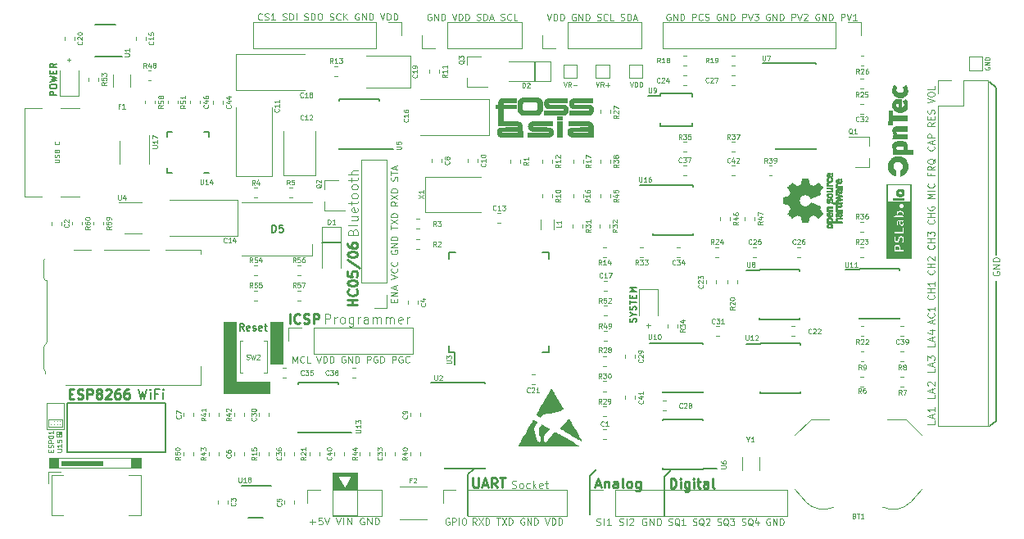
<source format=gto>
G04 #@! TF.GenerationSoftware,KiCad,Pcbnew,5.1.6-c6e7f7d~87~ubuntu18.04.1*
G04 #@! TF.CreationDate,2020-10-21T11:24:07+03:00*
G04 #@! TF.ProjectId,PSLab,50534c61-622e-46b6-9963-61645f706362,v6.1*
G04 #@! TF.SameCoordinates,Original*
G04 #@! TF.FileFunction,Legend,Top*
G04 #@! TF.FilePolarity,Positive*
%FSLAX46Y46*%
G04 Gerber Fmt 4.6, Leading zero omitted, Abs format (unit mm)*
G04 Created by KiCad (PCBNEW 5.1.6-c6e7f7d~87~ubuntu18.04.1) date 2020-10-21 11:24:07*
%MOMM*%
%LPD*%
G01*
G04 APERTURE LIST*
%ADD10C,0.100000*%
%ADD11C,0.150000*%
%ADD12C,0.200000*%
%ADD13C,0.250000*%
%ADD14C,0.175000*%
%ADD15C,0.152400*%
%ADD16C,0.120000*%
%ADD17C,0.010000*%
%ADD18C,0.125000*%
G04 APERTURE END LIST*
D10*
G36*
X115705000Y-96650900D02*
G01*
X114409600Y-96650900D01*
X114409600Y-92371000D01*
X115705000Y-92371000D01*
X115705000Y-96650900D01*
G37*
X115705000Y-96650900D02*
X114409600Y-96650900D01*
X114409600Y-92371000D01*
X115705000Y-92371000D01*
X115705000Y-96650900D01*
G36*
X110879000Y-98517800D02*
G01*
X114320700Y-98517800D01*
X114320700Y-99775100D01*
X109545500Y-99775100D01*
X109545500Y-92371000D01*
X110879000Y-92371000D01*
X110879000Y-98517800D01*
G37*
X110879000Y-98517800D02*
X114320700Y-98517800D01*
X114320700Y-99775100D01*
X109545500Y-99775100D01*
X109545500Y-92371000D01*
X110879000Y-92371000D01*
X110879000Y-98517800D01*
D11*
X111690328Y-93266545D02*
X111440328Y-92909402D01*
X111261757Y-93266545D02*
X111261757Y-92516545D01*
X111547471Y-92516545D01*
X111618900Y-92552260D01*
X111654614Y-92587974D01*
X111690328Y-92659402D01*
X111690328Y-92766545D01*
X111654614Y-92837974D01*
X111618900Y-92873688D01*
X111547471Y-92909402D01*
X111261757Y-92909402D01*
X112297471Y-93230831D02*
X112226042Y-93266545D01*
X112083185Y-93266545D01*
X112011757Y-93230831D01*
X111976042Y-93159402D01*
X111976042Y-92873688D01*
X112011757Y-92802260D01*
X112083185Y-92766545D01*
X112226042Y-92766545D01*
X112297471Y-92802260D01*
X112333185Y-92873688D01*
X112333185Y-92945117D01*
X111976042Y-93016545D01*
X112618900Y-93230831D02*
X112690328Y-93266545D01*
X112833185Y-93266545D01*
X112904614Y-93230831D01*
X112940328Y-93159402D01*
X112940328Y-93123688D01*
X112904614Y-93052260D01*
X112833185Y-93016545D01*
X112726042Y-93016545D01*
X112654614Y-92980831D01*
X112618900Y-92909402D01*
X112618900Y-92873688D01*
X112654614Y-92802260D01*
X112726042Y-92766545D01*
X112833185Y-92766545D01*
X112904614Y-92802260D01*
X113547471Y-93230831D02*
X113476042Y-93266545D01*
X113333185Y-93266545D01*
X113261757Y-93230831D01*
X113226042Y-93159402D01*
X113226042Y-92873688D01*
X113261757Y-92802260D01*
X113333185Y-92766545D01*
X113476042Y-92766545D01*
X113547471Y-92802260D01*
X113583185Y-92873688D01*
X113583185Y-92945117D01*
X113226042Y-93016545D01*
X113797471Y-92766545D02*
X114083185Y-92766545D01*
X113904614Y-92516545D02*
X113904614Y-93159402D01*
X113940328Y-93230831D01*
X114011757Y-93266545D01*
X114083185Y-93266545D01*
D10*
X132896600Y-112676200D02*
X132830885Y-112643342D01*
X132732314Y-112643342D01*
X132633742Y-112676200D01*
X132568028Y-112741914D01*
X132535171Y-112807628D01*
X132502314Y-112939057D01*
X132502314Y-113037628D01*
X132535171Y-113169057D01*
X132568028Y-113234771D01*
X132633742Y-113300485D01*
X132732314Y-113333342D01*
X132798028Y-113333342D01*
X132896600Y-113300485D01*
X132929457Y-113267628D01*
X132929457Y-113037628D01*
X132798028Y-113037628D01*
X133225171Y-113333342D02*
X133225171Y-112643342D01*
X133488028Y-112643342D01*
X133553742Y-112676200D01*
X133586600Y-112709057D01*
X133619457Y-112774771D01*
X133619457Y-112873342D01*
X133586600Y-112939057D01*
X133553742Y-112971914D01*
X133488028Y-113004771D01*
X133225171Y-113004771D01*
X133915171Y-113333342D02*
X133915171Y-112643342D01*
X134375171Y-112643342D02*
X134506600Y-112643342D01*
X134572314Y-112676200D01*
X134638028Y-112741914D01*
X134670885Y-112873342D01*
X134670885Y-113103342D01*
X134638028Y-113234771D01*
X134572314Y-113300485D01*
X134506600Y-113333342D01*
X134375171Y-113333342D01*
X134309457Y-113300485D01*
X134243742Y-113234771D01*
X134210885Y-113103342D01*
X134210885Y-112873342D01*
X134243742Y-112741914D01*
X134309457Y-112676200D01*
X134375171Y-112643342D01*
D11*
X100776866Y-99324980D02*
X101014961Y-100324980D01*
X101205438Y-99610695D01*
X101395914Y-100324980D01*
X101634009Y-99324980D01*
X102014961Y-100324980D02*
X102014961Y-99658314D01*
X102014961Y-99324980D02*
X101967342Y-99372600D01*
X102014961Y-99420219D01*
X102062580Y-99372600D01*
X102014961Y-99324980D01*
X102014961Y-99420219D01*
X102824485Y-99801171D02*
X102491152Y-99801171D01*
X102491152Y-100324980D02*
X102491152Y-99324980D01*
X102967342Y-99324980D01*
X103348295Y-100324980D02*
X103348295Y-99658314D01*
X103348295Y-99324980D02*
X103300676Y-99372600D01*
X103348295Y-99420219D01*
X103395914Y-99372600D01*
X103348295Y-99324980D01*
X103348295Y-99420219D01*
D10*
G36*
X92864600Y-103936600D02*
G01*
X92610600Y-103936600D01*
X92610600Y-103682600D01*
X92864600Y-103682600D01*
X92864600Y-103936600D01*
G37*
X92864600Y-103936600D02*
X92610600Y-103936600D01*
X92610600Y-103682600D01*
X92864600Y-103682600D01*
X92864600Y-103936600D01*
X92331200Y-103987400D02*
X92839200Y-103987400D01*
X92864600Y-103962000D02*
X92864600Y-104012800D01*
X92305800Y-103962000D02*
X92864600Y-103962000D01*
X92585200Y-103682600D02*
X92585200Y-104241400D01*
X92864600Y-104266800D02*
X92305800Y-104266800D01*
X92864600Y-103682600D02*
X92864600Y-104266800D01*
X92305800Y-103682600D02*
X92864600Y-103682600D01*
X92305800Y-104266800D02*
X92305800Y-103682600D01*
X91711285Y-105795428D02*
X91711285Y-105628761D01*
X91973190Y-105557333D02*
X91973190Y-105795428D01*
X91473190Y-105795428D01*
X91473190Y-105557333D01*
X91949380Y-105366857D02*
X91973190Y-105295428D01*
X91973190Y-105176380D01*
X91949380Y-105128761D01*
X91925571Y-105104952D01*
X91877952Y-105081142D01*
X91830333Y-105081142D01*
X91782714Y-105104952D01*
X91758904Y-105128761D01*
X91735095Y-105176380D01*
X91711285Y-105271619D01*
X91687476Y-105319238D01*
X91663666Y-105343047D01*
X91616047Y-105366857D01*
X91568428Y-105366857D01*
X91520809Y-105343047D01*
X91497000Y-105319238D01*
X91473190Y-105271619D01*
X91473190Y-105152571D01*
X91497000Y-105081142D01*
X91973190Y-104866857D02*
X91473190Y-104866857D01*
X91473190Y-104676380D01*
X91497000Y-104628761D01*
X91520809Y-104604952D01*
X91568428Y-104581142D01*
X91639857Y-104581142D01*
X91687476Y-104604952D01*
X91711285Y-104628761D01*
X91735095Y-104676380D01*
X91735095Y-104866857D01*
X91473190Y-104271619D02*
X91473190Y-104224000D01*
X91497000Y-104176380D01*
X91520809Y-104152571D01*
X91568428Y-104128761D01*
X91663666Y-104104952D01*
X91782714Y-104104952D01*
X91877952Y-104128761D01*
X91925571Y-104152571D01*
X91949380Y-104176380D01*
X91973190Y-104224000D01*
X91973190Y-104271619D01*
X91949380Y-104319238D01*
X91925571Y-104343047D01*
X91877952Y-104366857D01*
X91782714Y-104390666D01*
X91663666Y-104390666D01*
X91568428Y-104366857D01*
X91520809Y-104343047D01*
X91497000Y-104319238D01*
X91473190Y-104271619D01*
X91973190Y-103628761D02*
X91973190Y-103914476D01*
X91973190Y-103771619D02*
X91473190Y-103771619D01*
X91544619Y-103819238D01*
X91592238Y-103866857D01*
X91616047Y-103914476D01*
X92108596Y-102996800D02*
G75*
G03*
X92108596Y-102996800I-56796J0D01*
G01*
X92413396Y-102996800D02*
G75*
G03*
X92413396Y-102996800I-56796J0D01*
G01*
X92718196Y-102996800D02*
G75*
G03*
X92718196Y-102996800I-56796J0D01*
G01*
X92692796Y-102666600D02*
G75*
G03*
X92692796Y-102666600I-56796J0D01*
G01*
X92413396Y-102666600D02*
G75*
G03*
X92413396Y-102666600I-56796J0D01*
G01*
X92108596Y-102666600D02*
G75*
G03*
X92108596Y-102666600I-56796J0D01*
G01*
X91803796Y-102996800D02*
G75*
G03*
X91803796Y-102996800I-56796J0D01*
G01*
X91803796Y-102666600D02*
G75*
G03*
X91803796Y-102666600I-56796J0D01*
G01*
X92890000Y-102438000D02*
X91493000Y-102438000D01*
X92890000Y-103225400D02*
X92890000Y-102438000D01*
X91493000Y-103225400D02*
X92890000Y-103225400D01*
X91493000Y-102438000D02*
X91493000Y-103225400D01*
X93118600Y-103428600D02*
X93118600Y-100736200D01*
X91264400Y-103428600D02*
X93118600Y-103428600D01*
X91264400Y-100736200D02*
X91264400Y-103428600D01*
X93118600Y-100736200D02*
X91264400Y-100736200D01*
G36*
X100992600Y-107441800D02*
G01*
X100058600Y-107441800D01*
X100058600Y-106502000D01*
X100992600Y-106502000D01*
X100992600Y-107441800D01*
G37*
X100992600Y-107441800D02*
X100058600Y-107441800D01*
X100058600Y-106502000D01*
X100992600Y-106502000D01*
X100992600Y-107441800D01*
G36*
X92489400Y-107433200D02*
G01*
X91543800Y-107433200D01*
X91543800Y-106468000D01*
X92489400Y-106468000D01*
X92489400Y-107433200D01*
G37*
X92489400Y-107433200D02*
X91543800Y-107433200D01*
X91543800Y-106468000D01*
X92489400Y-106468000D01*
X92489400Y-107433200D01*
G36*
X97081000Y-107187800D02*
G01*
X92794200Y-107187800D01*
X92794200Y-106756000D01*
X97081000Y-106756000D01*
X97081000Y-107187800D01*
G37*
X97081000Y-107187800D02*
X92794200Y-107187800D01*
X92794200Y-106756000D01*
X97081000Y-106756000D01*
X97081000Y-107187800D01*
X97081000Y-106756000D02*
X93245600Y-106756000D01*
X97081000Y-107187800D02*
X97081000Y-106756000D01*
X93245600Y-107187800D02*
X97081000Y-107187800D01*
X93245600Y-106756000D02*
X93245600Y-107187800D01*
X91518400Y-106451200D02*
X91518400Y-107467200D01*
X101018000Y-106451200D02*
X91518400Y-106451200D01*
X101018000Y-107467200D02*
X101018000Y-106451200D01*
X91518400Y-107467200D02*
X101018000Y-107467200D01*
G36*
X123344600Y-109702400D02*
G01*
X122100000Y-109702400D01*
X122100000Y-109550000D01*
X122150800Y-109524600D01*
X122963600Y-108127600D01*
X123344600Y-108127600D01*
X123344600Y-109702400D01*
G37*
X123344600Y-109702400D02*
X122100000Y-109702400D01*
X122100000Y-109550000D01*
X122150800Y-109524600D01*
X122963600Y-108127600D01*
X123344600Y-108127600D01*
X123344600Y-109702400D01*
G36*
X121363400Y-108483200D02*
G01*
X122125400Y-109727800D01*
X120855400Y-109727800D01*
X120855400Y-107975200D01*
X121363400Y-107975200D01*
X121363400Y-108483200D01*
G37*
X121363400Y-108483200D02*
X122125400Y-109727800D01*
X120855400Y-109727800D01*
X120855400Y-107975200D01*
X121363400Y-107975200D01*
X121363400Y-108483200D01*
X121058600Y-108407000D02*
X121744400Y-109448400D01*
X121058600Y-109499200D02*
X121058600Y-108407000D01*
X121846000Y-109499200D02*
X121058600Y-109499200D01*
X121109400Y-108356200D02*
X121846000Y-109499200D01*
X121007800Y-108356200D02*
X121109400Y-108356200D01*
X121007800Y-109550000D02*
X121007800Y-108356200D01*
X121922200Y-109550000D02*
X121007800Y-109550000D01*
X121160200Y-108280000D02*
X121922200Y-109550000D01*
X120957000Y-108280000D02*
X121160200Y-108280000D01*
X120957000Y-109626200D02*
X120957000Y-108280000D01*
X122023800Y-109626200D02*
X120957000Y-109626200D01*
X121211000Y-108229200D02*
X122023800Y-109626200D01*
X120906200Y-108229200D02*
X121211000Y-108229200D01*
X120906200Y-109677000D02*
X120906200Y-108229200D01*
X122125400Y-109677000D02*
X120906200Y-109677000D01*
X121490400Y-108635600D02*
X122125400Y-109677000D01*
X121287200Y-108254600D02*
X121490400Y-108635600D01*
X121642800Y-108051400D02*
X121287200Y-108254600D01*
X123319200Y-108051400D02*
X121642800Y-108051400D01*
X123319200Y-108000600D02*
X123319200Y-108051400D01*
X120880800Y-108000600D02*
X123319200Y-108000600D01*
X120880800Y-108051400D02*
X120880800Y-108000600D01*
X121642800Y-108051400D02*
X120880800Y-108051400D01*
X121642800Y-108203800D02*
X121642800Y-108051400D01*
X120880800Y-108178400D02*
X121642800Y-108203800D01*
X120880800Y-108127600D02*
X120880800Y-108178400D01*
X123319200Y-108127600D02*
X120880800Y-108127600D01*
X123319200Y-108203800D02*
X123319200Y-108127600D01*
X121693600Y-108203800D02*
X123319200Y-108203800D01*
X121693600Y-108280000D02*
X121693600Y-108203800D01*
X121363400Y-108280000D02*
X121693600Y-108280000D01*
X122100000Y-109524600D02*
X121363400Y-108280000D01*
X122811200Y-108280000D02*
X121693600Y-108280000D01*
X122100000Y-109524600D02*
X122811200Y-108280000D01*
X123370000Y-112394800D02*
X120830000Y-112394800D01*
X123370000Y-107949800D02*
X123370000Y-112394800D01*
X120830000Y-107949800D02*
X123370000Y-107949800D01*
X120830000Y-112404000D02*
X120830000Y-107949800D01*
X188302200Y-66039752D02*
X188278390Y-66087371D01*
X188278390Y-66158800D01*
X188302200Y-66230228D01*
X188349819Y-66277847D01*
X188397438Y-66301657D01*
X188492676Y-66325466D01*
X188564104Y-66325466D01*
X188659342Y-66301657D01*
X188706961Y-66277847D01*
X188754580Y-66230228D01*
X188778390Y-66158800D01*
X188778390Y-66111180D01*
X188754580Y-66039752D01*
X188730771Y-66015942D01*
X188564104Y-66015942D01*
X188564104Y-66111180D01*
X188778390Y-65801657D02*
X188278390Y-65801657D01*
X188778390Y-65515942D01*
X188278390Y-65515942D01*
X188778390Y-65277847D02*
X188278390Y-65277847D01*
X188278390Y-65158800D01*
X188302200Y-65087371D01*
X188349819Y-65039752D01*
X188397438Y-65015942D01*
X188492676Y-64992133D01*
X188564104Y-64992133D01*
X188659342Y-65015942D01*
X188706961Y-65039752D01*
X188754580Y-65087371D01*
X188778390Y-65158800D01*
X188778390Y-65277847D01*
X118477771Y-113053685D02*
X119049200Y-113053685D01*
X118763485Y-113316542D02*
X118763485Y-112790828D01*
X119763485Y-112626542D02*
X119406342Y-112626542D01*
X119370628Y-112955114D01*
X119406342Y-112922257D01*
X119477771Y-112889400D01*
X119656342Y-112889400D01*
X119727771Y-112922257D01*
X119763485Y-112955114D01*
X119799200Y-113020828D01*
X119799200Y-113185114D01*
X119763485Y-113250828D01*
X119727771Y-113283685D01*
X119656342Y-113316542D01*
X119477771Y-113316542D01*
X119406342Y-113283685D01*
X119370628Y-113250828D01*
X120013485Y-112626542D02*
X120263485Y-113316542D01*
X120513485Y-112626542D01*
X121227771Y-112626542D02*
X121477771Y-113316542D01*
X121727771Y-112626542D01*
X121977771Y-113316542D02*
X121977771Y-112626542D01*
X122334914Y-113316542D02*
X122334914Y-112626542D01*
X122763485Y-113316542D01*
X122763485Y-112626542D01*
X124084914Y-112659400D02*
X124013485Y-112626542D01*
X123906342Y-112626542D01*
X123799200Y-112659400D01*
X123727771Y-112725114D01*
X123692057Y-112790828D01*
X123656342Y-112922257D01*
X123656342Y-113020828D01*
X123692057Y-113152257D01*
X123727771Y-113217971D01*
X123799200Y-113283685D01*
X123906342Y-113316542D01*
X123977771Y-113316542D01*
X124084914Y-113283685D01*
X124120628Y-113250828D01*
X124120628Y-113020828D01*
X123977771Y-113020828D01*
X124442057Y-113316542D02*
X124442057Y-112626542D01*
X124870628Y-113316542D01*
X124870628Y-112626542D01*
X125227771Y-113316542D02*
X125227771Y-112626542D01*
X125406342Y-112626542D01*
X125513485Y-112659400D01*
X125584914Y-112725114D01*
X125620628Y-112790828D01*
X125656342Y-112922257D01*
X125656342Y-113020828D01*
X125620628Y-113152257D01*
X125584914Y-113217971D01*
X125513485Y-113283685D01*
X125406342Y-113316542D01*
X125227771Y-113316542D01*
D12*
X147449600Y-112293200D02*
X147449600Y-108289200D01*
X147449600Y-108289200D02*
X148109600Y-107629200D01*
D13*
X93630161Y-99801171D02*
X93963495Y-99801171D01*
X94106352Y-100324980D02*
X93630161Y-100324980D01*
X93630161Y-99324980D01*
X94106352Y-99324980D01*
X94487304Y-100277361D02*
X94630161Y-100324980D01*
X94868257Y-100324980D01*
X94963495Y-100277361D01*
X95011114Y-100229742D01*
X95058733Y-100134504D01*
X95058733Y-100039266D01*
X95011114Y-99944028D01*
X94963495Y-99896409D01*
X94868257Y-99848790D01*
X94677780Y-99801171D01*
X94582542Y-99753552D01*
X94534923Y-99705933D01*
X94487304Y-99610695D01*
X94487304Y-99515457D01*
X94534923Y-99420219D01*
X94582542Y-99372600D01*
X94677780Y-99324980D01*
X94915876Y-99324980D01*
X95058733Y-99372600D01*
X95487304Y-100324980D02*
X95487304Y-99324980D01*
X95868257Y-99324980D01*
X95963495Y-99372600D01*
X96011114Y-99420219D01*
X96058733Y-99515457D01*
X96058733Y-99658314D01*
X96011114Y-99753552D01*
X95963495Y-99801171D01*
X95868257Y-99848790D01*
X95487304Y-99848790D01*
X96630161Y-99753552D02*
X96534923Y-99705933D01*
X96487304Y-99658314D01*
X96439685Y-99563076D01*
X96439685Y-99515457D01*
X96487304Y-99420219D01*
X96534923Y-99372600D01*
X96630161Y-99324980D01*
X96820638Y-99324980D01*
X96915876Y-99372600D01*
X96963495Y-99420219D01*
X97011114Y-99515457D01*
X97011114Y-99563076D01*
X96963495Y-99658314D01*
X96915876Y-99705933D01*
X96820638Y-99753552D01*
X96630161Y-99753552D01*
X96534923Y-99801171D01*
X96487304Y-99848790D01*
X96439685Y-99944028D01*
X96439685Y-100134504D01*
X96487304Y-100229742D01*
X96534923Y-100277361D01*
X96630161Y-100324980D01*
X96820638Y-100324980D01*
X96915876Y-100277361D01*
X96963495Y-100229742D01*
X97011114Y-100134504D01*
X97011114Y-99944028D01*
X96963495Y-99848790D01*
X96915876Y-99801171D01*
X96820638Y-99753552D01*
X97392066Y-99420219D02*
X97439685Y-99372600D01*
X97534923Y-99324980D01*
X97773019Y-99324980D01*
X97868257Y-99372600D01*
X97915876Y-99420219D01*
X97963495Y-99515457D01*
X97963495Y-99610695D01*
X97915876Y-99753552D01*
X97344447Y-100324980D01*
X97963495Y-100324980D01*
X98820638Y-99324980D02*
X98630161Y-99324980D01*
X98534923Y-99372600D01*
X98487304Y-99420219D01*
X98392066Y-99563076D01*
X98344447Y-99753552D01*
X98344447Y-100134504D01*
X98392066Y-100229742D01*
X98439685Y-100277361D01*
X98534923Y-100324980D01*
X98725400Y-100324980D01*
X98820638Y-100277361D01*
X98868257Y-100229742D01*
X98915876Y-100134504D01*
X98915876Y-99896409D01*
X98868257Y-99801171D01*
X98820638Y-99753552D01*
X98725400Y-99705933D01*
X98534923Y-99705933D01*
X98439685Y-99753552D01*
X98392066Y-99801171D01*
X98344447Y-99896409D01*
X99773019Y-99324980D02*
X99582542Y-99324980D01*
X99487304Y-99372600D01*
X99439685Y-99420219D01*
X99344447Y-99563076D01*
X99296828Y-99753552D01*
X99296828Y-100134504D01*
X99344447Y-100229742D01*
X99392066Y-100277361D01*
X99487304Y-100324980D01*
X99677780Y-100324980D01*
X99773019Y-100277361D01*
X99820638Y-100229742D01*
X99868257Y-100134504D01*
X99868257Y-99896409D01*
X99820638Y-99801171D01*
X99773019Y-99753552D01*
X99677780Y-99705933D01*
X99487304Y-99705933D01*
X99392066Y-99753552D01*
X99344447Y-99801171D01*
X99296828Y-99896409D01*
D12*
X119764000Y-84141400D02*
X121674000Y-84141400D01*
X141740000Y-65548600D02*
X141740000Y-67428600D01*
D10*
X151557733Y-67569390D02*
X151724400Y-68069390D01*
X151891066Y-67569390D01*
X152057733Y-68069390D02*
X152057733Y-67569390D01*
X152176780Y-67569390D01*
X152248209Y-67593200D01*
X152295828Y-67640819D01*
X152319638Y-67688438D01*
X152343447Y-67783676D01*
X152343447Y-67855104D01*
X152319638Y-67950342D01*
X152295828Y-67997961D01*
X152248209Y-68045580D01*
X152176780Y-68069390D01*
X152057733Y-68069390D01*
X152557733Y-68069390D02*
X152557733Y-67569390D01*
X152676780Y-67569390D01*
X152748209Y-67593200D01*
X152795828Y-67640819D01*
X152819638Y-67688438D01*
X152843447Y-67783676D01*
X152843447Y-67855104D01*
X152819638Y-67950342D01*
X152795828Y-67997961D01*
X152748209Y-68045580D01*
X152676780Y-68069390D01*
X152557733Y-68069390D01*
X148069209Y-67569390D02*
X148235876Y-68069390D01*
X148402542Y-67569390D01*
X148854923Y-68069390D02*
X148688257Y-67831295D01*
X148569209Y-68069390D02*
X148569209Y-67569390D01*
X148759685Y-67569390D01*
X148807304Y-67593200D01*
X148831114Y-67617009D01*
X148854923Y-67664628D01*
X148854923Y-67736057D01*
X148831114Y-67783676D01*
X148807304Y-67807485D01*
X148759685Y-67831295D01*
X148569209Y-67831295D01*
X149069209Y-67878914D02*
X149450161Y-67878914D01*
X149259685Y-68069390D02*
X149259685Y-67688438D01*
X144716409Y-67594790D02*
X144883076Y-68094790D01*
X145049742Y-67594790D01*
X145502123Y-68094790D02*
X145335457Y-67856695D01*
X145216409Y-68094790D02*
X145216409Y-67594790D01*
X145406885Y-67594790D01*
X145454504Y-67618600D01*
X145478314Y-67642409D01*
X145502123Y-67690028D01*
X145502123Y-67761457D01*
X145478314Y-67809076D01*
X145454504Y-67832885D01*
X145406885Y-67856695D01*
X145216409Y-67856695D01*
X145716409Y-67904314D02*
X146097361Y-67904314D01*
X92106190Y-75871428D02*
X92510952Y-75871428D01*
X92558571Y-75847619D01*
X92582380Y-75823809D01*
X92606190Y-75776190D01*
X92606190Y-75680952D01*
X92582380Y-75633333D01*
X92558571Y-75609523D01*
X92510952Y-75585714D01*
X92106190Y-75585714D01*
X92582380Y-75371428D02*
X92606190Y-75300000D01*
X92606190Y-75180952D01*
X92582380Y-75133333D01*
X92558571Y-75109523D01*
X92510952Y-75085714D01*
X92463333Y-75085714D01*
X92415714Y-75109523D01*
X92391904Y-75133333D01*
X92368095Y-75180952D01*
X92344285Y-75276190D01*
X92320476Y-75323809D01*
X92296666Y-75347619D01*
X92249047Y-75371428D01*
X92201428Y-75371428D01*
X92153809Y-75347619D01*
X92130000Y-75323809D01*
X92106190Y-75276190D01*
X92106190Y-75157142D01*
X92130000Y-75085714D01*
X92344285Y-74704761D02*
X92368095Y-74633333D01*
X92391904Y-74609523D01*
X92439523Y-74585714D01*
X92510952Y-74585714D01*
X92558571Y-74609523D01*
X92582380Y-74633333D01*
X92606190Y-74680952D01*
X92606190Y-74871428D01*
X92106190Y-74871428D01*
X92106190Y-74704761D01*
X92130000Y-74657142D01*
X92153809Y-74633333D01*
X92201428Y-74609523D01*
X92249047Y-74609523D01*
X92296666Y-74633333D01*
X92320476Y-74657142D01*
X92344285Y-74704761D01*
X92344285Y-74871428D01*
X92558571Y-73704761D02*
X92582380Y-73728571D01*
X92606190Y-73800000D01*
X92606190Y-73847619D01*
X92582380Y-73919047D01*
X92534761Y-73966666D01*
X92487142Y-73990476D01*
X92391904Y-74014285D01*
X92320476Y-74014285D01*
X92225238Y-73990476D01*
X92177619Y-73966666D01*
X92130000Y-73919047D01*
X92106190Y-73847619D01*
X92106190Y-73800000D01*
X92130000Y-73728571D01*
X92153809Y-73704761D01*
X113556666Y-61106428D02*
X113523333Y-61139285D01*
X113423333Y-61172142D01*
X113356666Y-61172142D01*
X113256666Y-61139285D01*
X113190000Y-61073571D01*
X113156666Y-61007857D01*
X113123333Y-60876428D01*
X113123333Y-60777857D01*
X113156666Y-60646428D01*
X113190000Y-60580714D01*
X113256666Y-60515000D01*
X113356666Y-60482142D01*
X113423333Y-60482142D01*
X113523333Y-60515000D01*
X113556666Y-60547857D01*
X113823333Y-61139285D02*
X113923333Y-61172142D01*
X114090000Y-61172142D01*
X114156666Y-61139285D01*
X114190000Y-61106428D01*
X114223333Y-61040714D01*
X114223333Y-60975000D01*
X114190000Y-60909285D01*
X114156666Y-60876428D01*
X114090000Y-60843571D01*
X113956666Y-60810714D01*
X113890000Y-60777857D01*
X113856666Y-60745000D01*
X113823333Y-60679285D01*
X113823333Y-60613571D01*
X113856666Y-60547857D01*
X113890000Y-60515000D01*
X113956666Y-60482142D01*
X114123333Y-60482142D01*
X114223333Y-60515000D01*
X114890000Y-61172142D02*
X114490000Y-61172142D01*
X114690000Y-61172142D02*
X114690000Y-60482142D01*
X114623333Y-60580714D01*
X114556666Y-60646428D01*
X114490000Y-60679285D01*
X115690000Y-61139285D02*
X115790000Y-61172142D01*
X115956666Y-61172142D01*
X116023333Y-61139285D01*
X116056666Y-61106428D01*
X116090000Y-61040714D01*
X116090000Y-60975000D01*
X116056666Y-60909285D01*
X116023333Y-60876428D01*
X115956666Y-60843571D01*
X115823333Y-60810714D01*
X115756666Y-60777857D01*
X115723333Y-60745000D01*
X115690000Y-60679285D01*
X115690000Y-60613571D01*
X115723333Y-60547857D01*
X115756666Y-60515000D01*
X115823333Y-60482142D01*
X115990000Y-60482142D01*
X116090000Y-60515000D01*
X116390000Y-61172142D02*
X116390000Y-60482142D01*
X116556666Y-60482142D01*
X116656666Y-60515000D01*
X116723333Y-60580714D01*
X116756666Y-60646428D01*
X116790000Y-60777857D01*
X116790000Y-60876428D01*
X116756666Y-61007857D01*
X116723333Y-61073571D01*
X116656666Y-61139285D01*
X116556666Y-61172142D01*
X116390000Y-61172142D01*
X117090000Y-61172142D02*
X117090000Y-60482142D01*
X117923333Y-61139285D02*
X118023333Y-61172142D01*
X118190000Y-61172142D01*
X118256666Y-61139285D01*
X118290000Y-61106428D01*
X118323333Y-61040714D01*
X118323333Y-60975000D01*
X118290000Y-60909285D01*
X118256666Y-60876428D01*
X118190000Y-60843571D01*
X118056666Y-60810714D01*
X117990000Y-60777857D01*
X117956666Y-60745000D01*
X117923333Y-60679285D01*
X117923333Y-60613571D01*
X117956666Y-60547857D01*
X117990000Y-60515000D01*
X118056666Y-60482142D01*
X118223333Y-60482142D01*
X118323333Y-60515000D01*
X118623333Y-61172142D02*
X118623333Y-60482142D01*
X118790000Y-60482142D01*
X118890000Y-60515000D01*
X118956666Y-60580714D01*
X118990000Y-60646428D01*
X119023333Y-60777857D01*
X119023333Y-60876428D01*
X118990000Y-61007857D01*
X118956666Y-61073571D01*
X118890000Y-61139285D01*
X118790000Y-61172142D01*
X118623333Y-61172142D01*
X119456666Y-60482142D02*
X119590000Y-60482142D01*
X119656666Y-60515000D01*
X119723333Y-60580714D01*
X119756666Y-60712142D01*
X119756666Y-60942142D01*
X119723333Y-61073571D01*
X119656666Y-61139285D01*
X119590000Y-61172142D01*
X119456666Y-61172142D01*
X119390000Y-61139285D01*
X119323333Y-61073571D01*
X119290000Y-60942142D01*
X119290000Y-60712142D01*
X119323333Y-60580714D01*
X119390000Y-60515000D01*
X119456666Y-60482142D01*
X120556666Y-61139285D02*
X120656666Y-61172142D01*
X120823333Y-61172142D01*
X120890000Y-61139285D01*
X120923333Y-61106428D01*
X120956666Y-61040714D01*
X120956666Y-60975000D01*
X120923333Y-60909285D01*
X120890000Y-60876428D01*
X120823333Y-60843571D01*
X120690000Y-60810714D01*
X120623333Y-60777857D01*
X120590000Y-60745000D01*
X120556666Y-60679285D01*
X120556666Y-60613571D01*
X120590000Y-60547857D01*
X120623333Y-60515000D01*
X120690000Y-60482142D01*
X120856666Y-60482142D01*
X120956666Y-60515000D01*
X121656666Y-61106428D02*
X121623333Y-61139285D01*
X121523333Y-61172142D01*
X121456666Y-61172142D01*
X121356666Y-61139285D01*
X121290000Y-61073571D01*
X121256666Y-61007857D01*
X121223333Y-60876428D01*
X121223333Y-60777857D01*
X121256666Y-60646428D01*
X121290000Y-60580714D01*
X121356666Y-60515000D01*
X121456666Y-60482142D01*
X121523333Y-60482142D01*
X121623333Y-60515000D01*
X121656666Y-60547857D01*
X121956666Y-61172142D02*
X121956666Y-60482142D01*
X122356666Y-61172142D02*
X122056666Y-60777857D01*
X122356666Y-60482142D02*
X121956666Y-60876428D01*
X123556666Y-60515000D02*
X123490000Y-60482142D01*
X123390000Y-60482142D01*
X123290000Y-60515000D01*
X123223333Y-60580714D01*
X123190000Y-60646428D01*
X123156666Y-60777857D01*
X123156666Y-60876428D01*
X123190000Y-61007857D01*
X123223333Y-61073571D01*
X123290000Y-61139285D01*
X123390000Y-61172142D01*
X123456666Y-61172142D01*
X123556666Y-61139285D01*
X123590000Y-61106428D01*
X123590000Y-60876428D01*
X123456666Y-60876428D01*
X123890000Y-61172142D02*
X123890000Y-60482142D01*
X124290000Y-61172142D01*
X124290000Y-60482142D01*
X124623333Y-61172142D02*
X124623333Y-60482142D01*
X124790000Y-60482142D01*
X124890000Y-60515000D01*
X124956666Y-60580714D01*
X124990000Y-60646428D01*
X125023333Y-60777857D01*
X125023333Y-60876428D01*
X124990000Y-61007857D01*
X124956666Y-61073571D01*
X124890000Y-61139285D01*
X124790000Y-61172142D01*
X124623333Y-61172142D01*
X125756666Y-60482142D02*
X125990000Y-61172142D01*
X126223333Y-60482142D01*
X126456666Y-61172142D02*
X126456666Y-60482142D01*
X126623333Y-60482142D01*
X126723333Y-60515000D01*
X126790000Y-60580714D01*
X126823333Y-60646428D01*
X126856666Y-60777857D01*
X126856666Y-60876428D01*
X126823333Y-61007857D01*
X126790000Y-61073571D01*
X126723333Y-61139285D01*
X126623333Y-61172142D01*
X126456666Y-61172142D01*
X127156666Y-61172142D02*
X127156666Y-60482142D01*
X127323333Y-60482142D01*
X127423333Y-60515000D01*
X127490000Y-60580714D01*
X127523333Y-60646428D01*
X127556666Y-60777857D01*
X127556666Y-60876428D01*
X127523333Y-61007857D01*
X127490000Y-61073571D01*
X127423333Y-61139285D01*
X127323333Y-61172142D01*
X127156666Y-61172142D01*
D12*
X134852000Y-108119200D02*
X135392000Y-107579200D01*
X134852000Y-108339200D02*
X134852000Y-108119200D01*
X134852000Y-112369200D02*
X134852000Y-108339200D01*
X155120400Y-111460000D02*
X155120000Y-112344000D01*
D10*
X139373428Y-109533009D02*
X139487714Y-109571104D01*
X139678190Y-109571104D01*
X139754380Y-109533009D01*
X139792476Y-109494914D01*
X139830571Y-109418723D01*
X139830571Y-109342533D01*
X139792476Y-109266342D01*
X139754380Y-109228247D01*
X139678190Y-109190152D01*
X139525809Y-109152057D01*
X139449619Y-109113961D01*
X139411523Y-109075866D01*
X139373428Y-108999676D01*
X139373428Y-108923485D01*
X139411523Y-108847295D01*
X139449619Y-108809200D01*
X139525809Y-108771104D01*
X139716285Y-108771104D01*
X139830571Y-108809200D01*
X140287714Y-109571104D02*
X140211523Y-109533009D01*
X140173428Y-109494914D01*
X140135333Y-109418723D01*
X140135333Y-109190152D01*
X140173428Y-109113961D01*
X140211523Y-109075866D01*
X140287714Y-109037771D01*
X140402000Y-109037771D01*
X140478190Y-109075866D01*
X140516285Y-109113961D01*
X140554380Y-109190152D01*
X140554380Y-109418723D01*
X140516285Y-109494914D01*
X140478190Y-109533009D01*
X140402000Y-109571104D01*
X140287714Y-109571104D01*
X141240095Y-109533009D02*
X141163904Y-109571104D01*
X141011523Y-109571104D01*
X140935333Y-109533009D01*
X140897238Y-109494914D01*
X140859142Y-109418723D01*
X140859142Y-109190152D01*
X140897238Y-109113961D01*
X140935333Y-109075866D01*
X141011523Y-109037771D01*
X141163904Y-109037771D01*
X141240095Y-109075866D01*
X141582952Y-109571104D02*
X141582952Y-108771104D01*
X141659142Y-109266342D02*
X141887714Y-109571104D01*
X141887714Y-109037771D02*
X141582952Y-109342533D01*
X142535333Y-109533009D02*
X142459142Y-109571104D01*
X142306761Y-109571104D01*
X142230571Y-109533009D01*
X142192476Y-109456819D01*
X142192476Y-109152057D01*
X142230571Y-109075866D01*
X142306761Y-109037771D01*
X142459142Y-109037771D01*
X142535333Y-109075866D01*
X142573428Y-109152057D01*
X142573428Y-109228247D01*
X142192476Y-109304438D01*
X142802000Y-109037771D02*
X143106761Y-109037771D01*
X142916285Y-108771104D02*
X142916285Y-109456819D01*
X142954380Y-109533009D01*
X143030571Y-109571104D01*
X143106761Y-109571104D01*
D13*
X135366761Y-108501580D02*
X135366761Y-109311104D01*
X135414380Y-109406342D01*
X135462000Y-109453961D01*
X135557238Y-109501580D01*
X135747714Y-109501580D01*
X135842952Y-109453961D01*
X135890571Y-109406342D01*
X135938190Y-109311104D01*
X135938190Y-108501580D01*
X136366761Y-109215866D02*
X136842952Y-109215866D01*
X136271523Y-109501580D02*
X136604857Y-108501580D01*
X136938190Y-109501580D01*
X137842952Y-109501580D02*
X137509619Y-109025390D01*
X137271523Y-109501580D02*
X137271523Y-108501580D01*
X137652476Y-108501580D01*
X137747714Y-108549200D01*
X137795333Y-108596819D01*
X137842952Y-108692057D01*
X137842952Y-108834914D01*
X137795333Y-108930152D01*
X137747714Y-108977771D01*
X137652476Y-109025390D01*
X137271523Y-109025390D01*
X138128666Y-108501580D02*
X138700095Y-108501580D01*
X138414380Y-109501580D02*
X138414380Y-108501580D01*
D10*
X127212714Y-90301771D02*
X127212714Y-90071771D01*
X127574142Y-89973200D02*
X127574142Y-90301771D01*
X126884142Y-90301771D01*
X126884142Y-89973200D01*
X127574142Y-89677485D02*
X126884142Y-89677485D01*
X127574142Y-89283200D01*
X126884142Y-89283200D01*
X127377000Y-88987485D02*
X127377000Y-88658914D01*
X127574142Y-89053200D02*
X126884142Y-88823200D01*
X127574142Y-88593200D01*
X126884142Y-87936057D02*
X127574142Y-87706057D01*
X126884142Y-87476057D01*
X127508428Y-86851771D02*
X127541285Y-86884628D01*
X127574142Y-86983200D01*
X127574142Y-87048914D01*
X127541285Y-87147485D01*
X127475571Y-87213200D01*
X127409857Y-87246057D01*
X127278428Y-87278914D01*
X127179857Y-87278914D01*
X127048428Y-87246057D01*
X126982714Y-87213200D01*
X126917000Y-87147485D01*
X126884142Y-87048914D01*
X126884142Y-86983200D01*
X126917000Y-86884628D01*
X126949857Y-86851771D01*
X127508428Y-86161771D02*
X127541285Y-86194628D01*
X127574142Y-86293200D01*
X127574142Y-86358914D01*
X127541285Y-86457485D01*
X127475571Y-86523200D01*
X127409857Y-86556057D01*
X127278428Y-86588914D01*
X127179857Y-86588914D01*
X127048428Y-86556057D01*
X126982714Y-86523200D01*
X126917000Y-86457485D01*
X126884142Y-86358914D01*
X126884142Y-86293200D01*
X126917000Y-86194628D01*
X126949857Y-86161771D01*
X126917000Y-84978914D02*
X126884142Y-85044628D01*
X126884142Y-85143200D01*
X126917000Y-85241771D01*
X126982714Y-85307485D01*
X127048428Y-85340342D01*
X127179857Y-85373200D01*
X127278428Y-85373200D01*
X127409857Y-85340342D01*
X127475571Y-85307485D01*
X127541285Y-85241771D01*
X127574142Y-85143200D01*
X127574142Y-85077485D01*
X127541285Y-84978914D01*
X127508428Y-84946057D01*
X127278428Y-84946057D01*
X127278428Y-85077485D01*
X127574142Y-84650342D02*
X126884142Y-84650342D01*
X127574142Y-84256057D01*
X126884142Y-84256057D01*
X127574142Y-83927485D02*
X126884142Y-83927485D01*
X126884142Y-83763200D01*
X126917000Y-83664628D01*
X126982714Y-83598914D01*
X127048428Y-83566057D01*
X127179857Y-83533200D01*
X127278428Y-83533200D01*
X127409857Y-83566057D01*
X127475571Y-83598914D01*
X127541285Y-83664628D01*
X127574142Y-83763200D01*
X127574142Y-83927485D01*
X126884142Y-82810342D02*
X126884142Y-82416057D01*
X127574142Y-82613200D02*
X126884142Y-82613200D01*
X126884142Y-82251771D02*
X127574142Y-81791771D01*
X126884142Y-81791771D02*
X127574142Y-82251771D01*
X127574142Y-81528914D02*
X126884142Y-81528914D01*
X126884142Y-81364628D01*
X126917000Y-81266057D01*
X126982714Y-81200342D01*
X127048428Y-81167485D01*
X127179857Y-81134628D01*
X127278428Y-81134628D01*
X127409857Y-81167485D01*
X127475571Y-81200342D01*
X127541285Y-81266057D01*
X127574142Y-81364628D01*
X127574142Y-81528914D01*
X127574142Y-79918914D02*
X127245571Y-80148914D01*
X127574142Y-80313200D02*
X126884142Y-80313200D01*
X126884142Y-80050342D01*
X126917000Y-79984628D01*
X126949857Y-79951771D01*
X127015571Y-79918914D01*
X127114142Y-79918914D01*
X127179857Y-79951771D01*
X127212714Y-79984628D01*
X127245571Y-80050342D01*
X127245571Y-80313200D01*
X126884142Y-79688914D02*
X127574142Y-79228914D01*
X126884142Y-79228914D02*
X127574142Y-79688914D01*
X127574142Y-78966057D02*
X126884142Y-78966057D01*
X126884142Y-78801771D01*
X126917000Y-78703200D01*
X126982714Y-78637485D01*
X127048428Y-78604628D01*
X127179857Y-78571771D01*
X127278428Y-78571771D01*
X127409857Y-78604628D01*
X127475571Y-78637485D01*
X127541285Y-78703200D01*
X127574142Y-78801771D01*
X127574142Y-78966057D01*
X127541285Y-77783200D02*
X127574142Y-77684628D01*
X127574142Y-77520342D01*
X127541285Y-77454628D01*
X127508428Y-77421771D01*
X127442714Y-77388914D01*
X127377000Y-77388914D01*
X127311285Y-77421771D01*
X127278428Y-77454628D01*
X127245571Y-77520342D01*
X127212714Y-77651771D01*
X127179857Y-77717485D01*
X127147000Y-77750342D01*
X127081285Y-77783200D01*
X127015571Y-77783200D01*
X126949857Y-77750342D01*
X126917000Y-77717485D01*
X126884142Y-77651771D01*
X126884142Y-77487485D01*
X126917000Y-77388914D01*
X126884142Y-77191771D02*
X126884142Y-76797485D01*
X127574142Y-76994628D02*
X126884142Y-76994628D01*
X127377000Y-76600342D02*
X127377000Y-76271771D01*
X127574142Y-76666057D02*
X126884142Y-76436057D01*
X127574142Y-76206057D01*
D12*
X155120400Y-108340000D02*
X155780400Y-107680000D01*
X155120400Y-111450000D02*
X155120400Y-108340000D01*
D13*
X155789923Y-109542380D02*
X155789923Y-108542380D01*
X156028019Y-108542380D01*
X156170876Y-108590000D01*
X156266114Y-108685238D01*
X156313733Y-108780476D01*
X156361352Y-108970952D01*
X156361352Y-109113809D01*
X156313733Y-109304285D01*
X156266114Y-109399523D01*
X156170876Y-109494761D01*
X156028019Y-109542380D01*
X155789923Y-109542380D01*
X156789923Y-109542380D02*
X156789923Y-108875714D01*
X156789923Y-108542380D02*
X156742304Y-108590000D01*
X156789923Y-108637619D01*
X156837542Y-108590000D01*
X156789923Y-108542380D01*
X156789923Y-108637619D01*
X157694685Y-108875714D02*
X157694685Y-109685238D01*
X157647066Y-109780476D01*
X157599447Y-109828095D01*
X157504209Y-109875714D01*
X157361352Y-109875714D01*
X157266114Y-109828095D01*
X157694685Y-109494761D02*
X157599447Y-109542380D01*
X157408971Y-109542380D01*
X157313733Y-109494761D01*
X157266114Y-109447142D01*
X157218495Y-109351904D01*
X157218495Y-109066190D01*
X157266114Y-108970952D01*
X157313733Y-108923333D01*
X157408971Y-108875714D01*
X157599447Y-108875714D01*
X157694685Y-108923333D01*
X158170876Y-109542380D02*
X158170876Y-108875714D01*
X158170876Y-108542380D02*
X158123257Y-108590000D01*
X158170876Y-108637619D01*
X158218495Y-108590000D01*
X158170876Y-108542380D01*
X158170876Y-108637619D01*
X158504209Y-108875714D02*
X158885161Y-108875714D01*
X158647066Y-108542380D02*
X158647066Y-109399523D01*
X158694685Y-109494761D01*
X158789923Y-109542380D01*
X158885161Y-109542380D01*
X159647066Y-109542380D02*
X159647066Y-109018571D01*
X159599447Y-108923333D01*
X159504209Y-108875714D01*
X159313733Y-108875714D01*
X159218495Y-108923333D01*
X159647066Y-109494761D02*
X159551828Y-109542380D01*
X159313733Y-109542380D01*
X159218495Y-109494761D01*
X159170876Y-109399523D01*
X159170876Y-109304285D01*
X159218495Y-109209047D01*
X159313733Y-109161428D01*
X159551828Y-109161428D01*
X159647066Y-109113809D01*
X160266114Y-109542380D02*
X160170876Y-109494761D01*
X160123257Y-109399523D01*
X160123257Y-108542380D01*
X148072476Y-109225866D02*
X148548666Y-109225866D01*
X147977238Y-109511580D02*
X148310571Y-108511580D01*
X148643904Y-109511580D01*
X148977238Y-108844914D02*
X148977238Y-109511580D01*
X148977238Y-108940152D02*
X149024857Y-108892533D01*
X149120095Y-108844914D01*
X149262952Y-108844914D01*
X149358190Y-108892533D01*
X149405809Y-108987771D01*
X149405809Y-109511580D01*
X150310571Y-109511580D02*
X150310571Y-108987771D01*
X150262952Y-108892533D01*
X150167714Y-108844914D01*
X149977238Y-108844914D01*
X149882000Y-108892533D01*
X150310571Y-109463961D02*
X150215333Y-109511580D01*
X149977238Y-109511580D01*
X149882000Y-109463961D01*
X149834380Y-109368723D01*
X149834380Y-109273485D01*
X149882000Y-109178247D01*
X149977238Y-109130628D01*
X150215333Y-109130628D01*
X150310571Y-109083009D01*
X150929619Y-109511580D02*
X150834380Y-109463961D01*
X150786761Y-109368723D01*
X150786761Y-108511580D01*
X151453428Y-109511580D02*
X151358190Y-109463961D01*
X151310571Y-109416342D01*
X151262952Y-109321104D01*
X151262952Y-109035390D01*
X151310571Y-108940152D01*
X151358190Y-108892533D01*
X151453428Y-108844914D01*
X151596285Y-108844914D01*
X151691523Y-108892533D01*
X151739142Y-108940152D01*
X151786761Y-109035390D01*
X151786761Y-109321104D01*
X151739142Y-109416342D01*
X151691523Y-109463961D01*
X151596285Y-109511580D01*
X151453428Y-109511580D01*
X152643904Y-108844914D02*
X152643904Y-109654438D01*
X152596285Y-109749676D01*
X152548666Y-109797295D01*
X152453428Y-109844914D01*
X152310571Y-109844914D01*
X152215333Y-109797295D01*
X152643904Y-109463961D02*
X152548666Y-109511580D01*
X152358190Y-109511580D01*
X152262952Y-109463961D01*
X152215333Y-109416342D01*
X152167714Y-109321104D01*
X152167714Y-109035390D01*
X152215333Y-108940152D01*
X152262952Y-108892533D01*
X152358190Y-108844914D01*
X152548666Y-108844914D01*
X152643904Y-108892533D01*
D12*
X189430000Y-102585200D02*
X188749600Y-103155200D01*
X189430000Y-88125200D02*
X189430000Y-102585200D01*
X189430000Y-68185200D02*
X188749600Y-67535200D01*
X189430000Y-85395200D02*
X189430000Y-68185200D01*
D10*
X189110000Y-87188533D02*
X189076666Y-87255200D01*
X189076666Y-87355200D01*
X189110000Y-87455200D01*
X189176666Y-87521866D01*
X189243333Y-87555200D01*
X189376666Y-87588533D01*
X189476666Y-87588533D01*
X189610000Y-87555200D01*
X189676666Y-87521866D01*
X189743333Y-87455200D01*
X189776666Y-87355200D01*
X189776666Y-87288533D01*
X189743333Y-87188533D01*
X189710000Y-87155200D01*
X189476666Y-87155200D01*
X189476666Y-87288533D01*
X189776666Y-86855200D02*
X189076666Y-86855200D01*
X189776666Y-86455200D01*
X189076666Y-86455200D01*
X189776666Y-86121866D02*
X189076666Y-86121866D01*
X189076666Y-85955200D01*
X189110000Y-85855200D01*
X189176666Y-85788533D01*
X189243333Y-85755200D01*
X189376666Y-85721866D01*
X189476666Y-85721866D01*
X189610000Y-85755200D01*
X189676666Y-85788533D01*
X189743333Y-85855200D01*
X189776666Y-85955200D01*
X189776666Y-86121866D01*
X122948571Y-83080000D02*
X122996190Y-82937142D01*
X123043809Y-82889523D01*
X123139047Y-82841904D01*
X123281904Y-82841904D01*
X123377142Y-82889523D01*
X123424761Y-82937142D01*
X123472380Y-83032380D01*
X123472380Y-83413333D01*
X122472380Y-83413333D01*
X122472380Y-83080000D01*
X122520000Y-82984761D01*
X122567619Y-82937142D01*
X122662857Y-82889523D01*
X122758095Y-82889523D01*
X122853333Y-82937142D01*
X122900952Y-82984761D01*
X122948571Y-83080000D01*
X122948571Y-83413333D01*
X123472380Y-82270476D02*
X123424761Y-82365714D01*
X123329523Y-82413333D01*
X122472380Y-82413333D01*
X122805714Y-81460952D02*
X123472380Y-81460952D01*
X122805714Y-81889523D02*
X123329523Y-81889523D01*
X123424761Y-81841904D01*
X123472380Y-81746666D01*
X123472380Y-81603809D01*
X123424761Y-81508571D01*
X123377142Y-81460952D01*
X123424761Y-80603809D02*
X123472380Y-80699047D01*
X123472380Y-80889523D01*
X123424761Y-80984761D01*
X123329523Y-81032380D01*
X122948571Y-81032380D01*
X122853333Y-80984761D01*
X122805714Y-80889523D01*
X122805714Y-80699047D01*
X122853333Y-80603809D01*
X122948571Y-80556190D01*
X123043809Y-80556190D01*
X123139047Y-81032380D01*
X122805714Y-80270476D02*
X122805714Y-79889523D01*
X122472380Y-80127619D02*
X123329523Y-80127619D01*
X123424761Y-80080000D01*
X123472380Y-79984761D01*
X123472380Y-79889523D01*
X123472380Y-79413333D02*
X123424761Y-79508571D01*
X123377142Y-79556190D01*
X123281904Y-79603809D01*
X122996190Y-79603809D01*
X122900952Y-79556190D01*
X122853333Y-79508571D01*
X122805714Y-79413333D01*
X122805714Y-79270476D01*
X122853333Y-79175238D01*
X122900952Y-79127619D01*
X122996190Y-79080000D01*
X123281904Y-79080000D01*
X123377142Y-79127619D01*
X123424761Y-79175238D01*
X123472380Y-79270476D01*
X123472380Y-79413333D01*
X123472380Y-78508571D02*
X123424761Y-78603809D01*
X123377142Y-78651428D01*
X123281904Y-78699047D01*
X122996190Y-78699047D01*
X122900952Y-78651428D01*
X122853333Y-78603809D01*
X122805714Y-78508571D01*
X122805714Y-78365714D01*
X122853333Y-78270476D01*
X122900952Y-78222857D01*
X122996190Y-78175238D01*
X123281904Y-78175238D01*
X123377142Y-78222857D01*
X123424761Y-78270476D01*
X123472380Y-78365714D01*
X123472380Y-78508571D01*
X122805714Y-77889523D02*
X122805714Y-77508571D01*
X122472380Y-77746666D02*
X123329523Y-77746666D01*
X123424761Y-77699047D01*
X123472380Y-77603809D01*
X123472380Y-77508571D01*
X123472380Y-77175238D02*
X122472380Y-77175238D01*
X123472380Y-76746666D02*
X122948571Y-76746666D01*
X122853333Y-76794285D01*
X122805714Y-76889523D01*
X122805714Y-77032380D01*
X122853333Y-77127619D01*
X122900952Y-77175238D01*
D13*
X123412380Y-90632285D02*
X122412380Y-90632285D01*
X122888571Y-90632285D02*
X122888571Y-90060857D01*
X123412380Y-90060857D02*
X122412380Y-90060857D01*
X123317142Y-89013238D02*
X123364761Y-89060857D01*
X123412380Y-89203714D01*
X123412380Y-89298952D01*
X123364761Y-89441809D01*
X123269523Y-89537047D01*
X123174285Y-89584666D01*
X122983809Y-89632285D01*
X122840952Y-89632285D01*
X122650476Y-89584666D01*
X122555238Y-89537047D01*
X122460000Y-89441809D01*
X122412380Y-89298952D01*
X122412380Y-89203714D01*
X122460000Y-89060857D01*
X122507619Y-89013238D01*
X122412380Y-88394190D02*
X122412380Y-88298952D01*
X122460000Y-88203714D01*
X122507619Y-88156095D01*
X122602857Y-88108476D01*
X122793333Y-88060857D01*
X123031428Y-88060857D01*
X123221904Y-88108476D01*
X123317142Y-88156095D01*
X123364761Y-88203714D01*
X123412380Y-88298952D01*
X123412380Y-88394190D01*
X123364761Y-88489428D01*
X123317142Y-88537047D01*
X123221904Y-88584666D01*
X123031428Y-88632285D01*
X122793333Y-88632285D01*
X122602857Y-88584666D01*
X122507619Y-88537047D01*
X122460000Y-88489428D01*
X122412380Y-88394190D01*
X122412380Y-87156095D02*
X122412380Y-87632285D01*
X122888571Y-87679904D01*
X122840952Y-87632285D01*
X122793333Y-87537047D01*
X122793333Y-87298952D01*
X122840952Y-87203714D01*
X122888571Y-87156095D01*
X122983809Y-87108476D01*
X123221904Y-87108476D01*
X123317142Y-87156095D01*
X123364761Y-87203714D01*
X123412380Y-87298952D01*
X123412380Y-87537047D01*
X123364761Y-87632285D01*
X123317142Y-87679904D01*
X122364761Y-85965619D02*
X123650476Y-86822761D01*
X122412380Y-85441809D02*
X122412380Y-85346571D01*
X122460000Y-85251333D01*
X122507619Y-85203714D01*
X122602857Y-85156095D01*
X122793333Y-85108476D01*
X123031428Y-85108476D01*
X123221904Y-85156095D01*
X123317142Y-85203714D01*
X123364761Y-85251333D01*
X123412380Y-85346571D01*
X123412380Y-85441809D01*
X123364761Y-85537047D01*
X123317142Y-85584666D01*
X123221904Y-85632285D01*
X123031428Y-85679904D01*
X122793333Y-85679904D01*
X122602857Y-85632285D01*
X122507619Y-85584666D01*
X122460000Y-85537047D01*
X122412380Y-85441809D01*
X122412380Y-84251333D02*
X122412380Y-84441809D01*
X122460000Y-84537047D01*
X122507619Y-84584666D01*
X122650476Y-84679904D01*
X122840952Y-84727523D01*
X123221904Y-84727523D01*
X123317142Y-84679904D01*
X123364761Y-84632285D01*
X123412380Y-84537047D01*
X123412380Y-84346571D01*
X123364761Y-84251333D01*
X123317142Y-84203714D01*
X123221904Y-84156095D01*
X122983809Y-84156095D01*
X122888571Y-84203714D01*
X122840952Y-84251333D01*
X122793333Y-84346571D01*
X122793333Y-84537047D01*
X122840952Y-84632285D01*
X122888571Y-84679904D01*
X122983809Y-84727523D01*
D10*
X142995657Y-60522142D02*
X143225657Y-61212142D01*
X143455657Y-60522142D01*
X143685657Y-61212142D02*
X143685657Y-60522142D01*
X143849942Y-60522142D01*
X143948514Y-60555000D01*
X144014228Y-60620714D01*
X144047085Y-60686428D01*
X144079942Y-60817857D01*
X144079942Y-60916428D01*
X144047085Y-61047857D01*
X144014228Y-61113571D01*
X143948514Y-61179285D01*
X143849942Y-61212142D01*
X143685657Y-61212142D01*
X144375657Y-61212142D02*
X144375657Y-60522142D01*
X144539942Y-60522142D01*
X144638514Y-60555000D01*
X144704228Y-60620714D01*
X144737085Y-60686428D01*
X144769942Y-60817857D01*
X144769942Y-60916428D01*
X144737085Y-61047857D01*
X144704228Y-61113571D01*
X144638514Y-61179285D01*
X144539942Y-61212142D01*
X144375657Y-61212142D01*
X145952800Y-60555000D02*
X145887085Y-60522142D01*
X145788514Y-60522142D01*
X145689942Y-60555000D01*
X145624228Y-60620714D01*
X145591371Y-60686428D01*
X145558514Y-60817857D01*
X145558514Y-60916428D01*
X145591371Y-61047857D01*
X145624228Y-61113571D01*
X145689942Y-61179285D01*
X145788514Y-61212142D01*
X145854228Y-61212142D01*
X145952800Y-61179285D01*
X145985657Y-61146428D01*
X145985657Y-60916428D01*
X145854228Y-60916428D01*
X146281371Y-61212142D02*
X146281371Y-60522142D01*
X146675657Y-61212142D01*
X146675657Y-60522142D01*
X147004228Y-61212142D02*
X147004228Y-60522142D01*
X147168514Y-60522142D01*
X147267085Y-60555000D01*
X147332800Y-60620714D01*
X147365657Y-60686428D01*
X147398514Y-60817857D01*
X147398514Y-60916428D01*
X147365657Y-61047857D01*
X147332800Y-61113571D01*
X147267085Y-61179285D01*
X147168514Y-61212142D01*
X147004228Y-61212142D01*
X148187085Y-61179285D02*
X148285657Y-61212142D01*
X148449942Y-61212142D01*
X148515657Y-61179285D01*
X148548514Y-61146428D01*
X148581371Y-61080714D01*
X148581371Y-61015000D01*
X148548514Y-60949285D01*
X148515657Y-60916428D01*
X148449942Y-60883571D01*
X148318514Y-60850714D01*
X148252800Y-60817857D01*
X148219942Y-60785000D01*
X148187085Y-60719285D01*
X148187085Y-60653571D01*
X148219942Y-60587857D01*
X148252800Y-60555000D01*
X148318514Y-60522142D01*
X148482800Y-60522142D01*
X148581371Y-60555000D01*
X149271371Y-61146428D02*
X149238514Y-61179285D01*
X149139942Y-61212142D01*
X149074228Y-61212142D01*
X148975657Y-61179285D01*
X148909942Y-61113571D01*
X148877085Y-61047857D01*
X148844228Y-60916428D01*
X148844228Y-60817857D01*
X148877085Y-60686428D01*
X148909942Y-60620714D01*
X148975657Y-60555000D01*
X149074228Y-60522142D01*
X149139942Y-60522142D01*
X149238514Y-60555000D01*
X149271371Y-60587857D01*
X149895657Y-61212142D02*
X149567085Y-61212142D01*
X149567085Y-60522142D01*
X150618514Y-61179285D02*
X150717085Y-61212142D01*
X150881371Y-61212142D01*
X150947085Y-61179285D01*
X150979942Y-61146428D01*
X151012800Y-61080714D01*
X151012800Y-61015000D01*
X150979942Y-60949285D01*
X150947085Y-60916428D01*
X150881371Y-60883571D01*
X150749942Y-60850714D01*
X150684228Y-60817857D01*
X150651371Y-60785000D01*
X150618514Y-60719285D01*
X150618514Y-60653571D01*
X150651371Y-60587857D01*
X150684228Y-60555000D01*
X150749942Y-60522142D01*
X150914228Y-60522142D01*
X151012800Y-60555000D01*
X151308514Y-61212142D02*
X151308514Y-60522142D01*
X151472800Y-60522142D01*
X151571371Y-60555000D01*
X151637085Y-60620714D01*
X151669942Y-60686428D01*
X151702800Y-60817857D01*
X151702800Y-60916428D01*
X151669942Y-61047857D01*
X151637085Y-61113571D01*
X151571371Y-61179285D01*
X151472800Y-61212142D01*
X151308514Y-61212142D01*
X151965657Y-61015000D02*
X152294228Y-61015000D01*
X151899942Y-61212142D02*
X152129942Y-60522142D01*
X152359942Y-61212142D01*
X131035057Y-60545000D02*
X130969342Y-60512142D01*
X130870771Y-60512142D01*
X130772200Y-60545000D01*
X130706485Y-60610714D01*
X130673628Y-60676428D01*
X130640771Y-60807857D01*
X130640771Y-60906428D01*
X130673628Y-61037857D01*
X130706485Y-61103571D01*
X130772200Y-61169285D01*
X130870771Y-61202142D01*
X130936485Y-61202142D01*
X131035057Y-61169285D01*
X131067914Y-61136428D01*
X131067914Y-60906428D01*
X130936485Y-60906428D01*
X131363628Y-61202142D02*
X131363628Y-60512142D01*
X131757914Y-61202142D01*
X131757914Y-60512142D01*
X132086485Y-61202142D02*
X132086485Y-60512142D01*
X132250771Y-60512142D01*
X132349342Y-60545000D01*
X132415057Y-60610714D01*
X132447914Y-60676428D01*
X132480771Y-60807857D01*
X132480771Y-60906428D01*
X132447914Y-61037857D01*
X132415057Y-61103571D01*
X132349342Y-61169285D01*
X132250771Y-61202142D01*
X132086485Y-61202142D01*
X133203628Y-60512142D02*
X133433628Y-61202142D01*
X133663628Y-60512142D01*
X133893628Y-61202142D02*
X133893628Y-60512142D01*
X134057914Y-60512142D01*
X134156485Y-60545000D01*
X134222200Y-60610714D01*
X134255057Y-60676428D01*
X134287914Y-60807857D01*
X134287914Y-60906428D01*
X134255057Y-61037857D01*
X134222200Y-61103571D01*
X134156485Y-61169285D01*
X134057914Y-61202142D01*
X133893628Y-61202142D01*
X134583628Y-61202142D02*
X134583628Y-60512142D01*
X134747914Y-60512142D01*
X134846485Y-60545000D01*
X134912200Y-60610714D01*
X134945057Y-60676428D01*
X134977914Y-60807857D01*
X134977914Y-60906428D01*
X134945057Y-61037857D01*
X134912200Y-61103571D01*
X134846485Y-61169285D01*
X134747914Y-61202142D01*
X134583628Y-61202142D01*
X135766485Y-61169285D02*
X135865057Y-61202142D01*
X136029342Y-61202142D01*
X136095057Y-61169285D01*
X136127914Y-61136428D01*
X136160771Y-61070714D01*
X136160771Y-61005000D01*
X136127914Y-60939285D01*
X136095057Y-60906428D01*
X136029342Y-60873571D01*
X135897914Y-60840714D01*
X135832200Y-60807857D01*
X135799342Y-60775000D01*
X135766485Y-60709285D01*
X135766485Y-60643571D01*
X135799342Y-60577857D01*
X135832200Y-60545000D01*
X135897914Y-60512142D01*
X136062200Y-60512142D01*
X136160771Y-60545000D01*
X136456485Y-61202142D02*
X136456485Y-60512142D01*
X136620771Y-60512142D01*
X136719342Y-60545000D01*
X136785057Y-60610714D01*
X136817914Y-60676428D01*
X136850771Y-60807857D01*
X136850771Y-60906428D01*
X136817914Y-61037857D01*
X136785057Y-61103571D01*
X136719342Y-61169285D01*
X136620771Y-61202142D01*
X136456485Y-61202142D01*
X137113628Y-61005000D02*
X137442200Y-61005000D01*
X137047914Y-61202142D02*
X137277914Y-60512142D01*
X137507914Y-61202142D01*
X138230771Y-61169285D02*
X138329342Y-61202142D01*
X138493628Y-61202142D01*
X138559342Y-61169285D01*
X138592200Y-61136428D01*
X138625057Y-61070714D01*
X138625057Y-61005000D01*
X138592200Y-60939285D01*
X138559342Y-60906428D01*
X138493628Y-60873571D01*
X138362200Y-60840714D01*
X138296485Y-60807857D01*
X138263628Y-60775000D01*
X138230771Y-60709285D01*
X138230771Y-60643571D01*
X138263628Y-60577857D01*
X138296485Y-60545000D01*
X138362200Y-60512142D01*
X138526485Y-60512142D01*
X138625057Y-60545000D01*
X139315057Y-61136428D02*
X139282200Y-61169285D01*
X139183628Y-61202142D01*
X139117914Y-61202142D01*
X139019342Y-61169285D01*
X138953628Y-61103571D01*
X138920771Y-61037857D01*
X138887914Y-60906428D01*
X138887914Y-60807857D01*
X138920771Y-60676428D01*
X138953628Y-60610714D01*
X139019342Y-60545000D01*
X139117914Y-60512142D01*
X139183628Y-60512142D01*
X139282200Y-60545000D01*
X139315057Y-60577857D01*
X139939342Y-61202142D02*
X139610771Y-61202142D01*
X139610771Y-60512142D01*
D13*
X116432809Y-92527180D02*
X116432809Y-91527180D01*
X117480428Y-92431942D02*
X117432809Y-92479561D01*
X117289952Y-92527180D01*
X117194714Y-92527180D01*
X117051857Y-92479561D01*
X116956619Y-92384323D01*
X116909000Y-92289085D01*
X116861380Y-92098609D01*
X116861380Y-91955752D01*
X116909000Y-91765276D01*
X116956619Y-91670038D01*
X117051857Y-91574800D01*
X117194714Y-91527180D01*
X117289952Y-91527180D01*
X117432809Y-91574800D01*
X117480428Y-91622419D01*
X117861380Y-92479561D02*
X118004238Y-92527180D01*
X118242333Y-92527180D01*
X118337571Y-92479561D01*
X118385190Y-92431942D01*
X118432809Y-92336704D01*
X118432809Y-92241466D01*
X118385190Y-92146228D01*
X118337571Y-92098609D01*
X118242333Y-92050990D01*
X118051857Y-92003371D01*
X117956619Y-91955752D01*
X117909000Y-91908133D01*
X117861380Y-91812895D01*
X117861380Y-91717657D01*
X117909000Y-91622419D01*
X117956619Y-91574800D01*
X118051857Y-91527180D01*
X118289952Y-91527180D01*
X118432809Y-91574800D01*
X118861380Y-92527180D02*
X118861380Y-91527180D01*
X119242333Y-91527180D01*
X119337571Y-91574800D01*
X119385190Y-91622419D01*
X119432809Y-91717657D01*
X119432809Y-91860514D01*
X119385190Y-91955752D01*
X119337571Y-92003371D01*
X119242333Y-92050990D01*
X118861380Y-92050990D01*
D10*
X93410723Y-65288114D02*
X93791676Y-65288114D01*
X93601200Y-65478590D02*
X93601200Y-65097638D01*
X153284323Y-92736914D02*
X153665276Y-92736914D01*
X153474800Y-92927390D02*
X153474800Y-92546438D01*
X120051076Y-92527180D02*
X120051076Y-91527180D01*
X120432028Y-91527180D01*
X120527266Y-91574800D01*
X120574885Y-91622419D01*
X120622504Y-91717657D01*
X120622504Y-91860514D01*
X120574885Y-91955752D01*
X120527266Y-92003371D01*
X120432028Y-92050990D01*
X120051076Y-92050990D01*
X121051076Y-92527180D02*
X121051076Y-91860514D01*
X121051076Y-92050990D02*
X121098695Y-91955752D01*
X121146314Y-91908133D01*
X121241552Y-91860514D01*
X121336790Y-91860514D01*
X121812980Y-92527180D02*
X121717742Y-92479561D01*
X121670123Y-92431942D01*
X121622504Y-92336704D01*
X121622504Y-92050990D01*
X121670123Y-91955752D01*
X121717742Y-91908133D01*
X121812980Y-91860514D01*
X121955838Y-91860514D01*
X122051076Y-91908133D01*
X122098695Y-91955752D01*
X122146314Y-92050990D01*
X122146314Y-92336704D01*
X122098695Y-92431942D01*
X122051076Y-92479561D01*
X121955838Y-92527180D01*
X121812980Y-92527180D01*
X123003457Y-91860514D02*
X123003457Y-92670038D01*
X122955838Y-92765276D01*
X122908219Y-92812895D01*
X122812980Y-92860514D01*
X122670123Y-92860514D01*
X122574885Y-92812895D01*
X123003457Y-92479561D02*
X122908219Y-92527180D01*
X122717742Y-92527180D01*
X122622504Y-92479561D01*
X122574885Y-92431942D01*
X122527266Y-92336704D01*
X122527266Y-92050990D01*
X122574885Y-91955752D01*
X122622504Y-91908133D01*
X122717742Y-91860514D01*
X122908219Y-91860514D01*
X123003457Y-91908133D01*
X123479647Y-92527180D02*
X123479647Y-91860514D01*
X123479647Y-92050990D02*
X123527266Y-91955752D01*
X123574885Y-91908133D01*
X123670123Y-91860514D01*
X123765361Y-91860514D01*
X124527266Y-92527180D02*
X124527266Y-92003371D01*
X124479647Y-91908133D01*
X124384409Y-91860514D01*
X124193933Y-91860514D01*
X124098695Y-91908133D01*
X124527266Y-92479561D02*
X124432028Y-92527180D01*
X124193933Y-92527180D01*
X124098695Y-92479561D01*
X124051076Y-92384323D01*
X124051076Y-92289085D01*
X124098695Y-92193847D01*
X124193933Y-92146228D01*
X124432028Y-92146228D01*
X124527266Y-92098609D01*
X125003457Y-92527180D02*
X125003457Y-91860514D01*
X125003457Y-91955752D02*
X125051076Y-91908133D01*
X125146314Y-91860514D01*
X125289171Y-91860514D01*
X125384409Y-91908133D01*
X125432028Y-92003371D01*
X125432028Y-92527180D01*
X125432028Y-92003371D02*
X125479647Y-91908133D01*
X125574885Y-91860514D01*
X125717742Y-91860514D01*
X125812980Y-91908133D01*
X125860600Y-92003371D01*
X125860600Y-92527180D01*
X126336790Y-92527180D02*
X126336790Y-91860514D01*
X126336790Y-91955752D02*
X126384409Y-91908133D01*
X126479647Y-91860514D01*
X126622504Y-91860514D01*
X126717742Y-91908133D01*
X126765361Y-92003371D01*
X126765361Y-92527180D01*
X126765361Y-92003371D02*
X126812980Y-91908133D01*
X126908219Y-91860514D01*
X127051076Y-91860514D01*
X127146314Y-91908133D01*
X127193933Y-92003371D01*
X127193933Y-92527180D01*
X128051076Y-92479561D02*
X127955838Y-92527180D01*
X127765361Y-92527180D01*
X127670123Y-92479561D01*
X127622504Y-92384323D01*
X127622504Y-92003371D01*
X127670123Y-91908133D01*
X127765361Y-91860514D01*
X127955838Y-91860514D01*
X128051076Y-91908133D01*
X128098695Y-92003371D01*
X128098695Y-92098609D01*
X127622504Y-92193847D01*
X128527266Y-92527180D02*
X128527266Y-91860514D01*
X128527266Y-92050990D02*
X128574885Y-91955752D01*
X128622504Y-91908133D01*
X128717742Y-91860514D01*
X128812980Y-91860514D01*
D14*
X152208733Y-92409666D02*
X152242066Y-92309666D01*
X152242066Y-92143000D01*
X152208733Y-92076333D01*
X152175400Y-92043000D01*
X152108733Y-92009666D01*
X152042066Y-92009666D01*
X151975400Y-92043000D01*
X151942066Y-92076333D01*
X151908733Y-92143000D01*
X151875400Y-92276333D01*
X151842066Y-92343000D01*
X151808733Y-92376333D01*
X151742066Y-92409666D01*
X151675400Y-92409666D01*
X151608733Y-92376333D01*
X151575400Y-92343000D01*
X151542066Y-92276333D01*
X151542066Y-92109666D01*
X151575400Y-92009666D01*
X151908733Y-91576333D02*
X152242066Y-91576333D01*
X151542066Y-91809666D02*
X151908733Y-91576333D01*
X151542066Y-91343000D01*
X152208733Y-91143000D02*
X152242066Y-91043000D01*
X152242066Y-90876333D01*
X152208733Y-90809666D01*
X152175400Y-90776333D01*
X152108733Y-90743000D01*
X152042066Y-90743000D01*
X151975400Y-90776333D01*
X151942066Y-90809666D01*
X151908733Y-90876333D01*
X151875400Y-91009666D01*
X151842066Y-91076333D01*
X151808733Y-91109666D01*
X151742066Y-91143000D01*
X151675400Y-91143000D01*
X151608733Y-91109666D01*
X151575400Y-91076333D01*
X151542066Y-91009666D01*
X151542066Y-90843000D01*
X151575400Y-90743000D01*
X151542066Y-90543000D02*
X151542066Y-90143000D01*
X152242066Y-90343000D02*
X151542066Y-90343000D01*
X151875400Y-89909666D02*
X151875400Y-89676333D01*
X152242066Y-89576333D02*
X152242066Y-89909666D01*
X151542066Y-89909666D01*
X151542066Y-89576333D01*
X152242066Y-89276333D02*
X151542066Y-89276333D01*
X152042066Y-89043000D01*
X151542066Y-88809666D01*
X152242066Y-88809666D01*
X92323466Y-68943266D02*
X91623466Y-68943266D01*
X91623466Y-68676600D01*
X91656800Y-68609933D01*
X91690133Y-68576600D01*
X91756800Y-68543266D01*
X91856800Y-68543266D01*
X91923466Y-68576600D01*
X91956800Y-68609933D01*
X91990133Y-68676600D01*
X91990133Y-68943266D01*
X91623466Y-68109933D02*
X91623466Y-67976600D01*
X91656800Y-67909933D01*
X91723466Y-67843266D01*
X91856800Y-67809933D01*
X92090133Y-67809933D01*
X92223466Y-67843266D01*
X92290133Y-67909933D01*
X92323466Y-67976600D01*
X92323466Y-68109933D01*
X92290133Y-68176600D01*
X92223466Y-68243266D01*
X92090133Y-68276600D01*
X91856800Y-68276600D01*
X91723466Y-68243266D01*
X91656800Y-68176600D01*
X91623466Y-68109933D01*
X91623466Y-67576600D02*
X92323466Y-67409933D01*
X91823466Y-67276600D01*
X92323466Y-67143266D01*
X91623466Y-66976600D01*
X91956800Y-66709933D02*
X91956800Y-66476600D01*
X92323466Y-66376600D02*
X92323466Y-66709933D01*
X91623466Y-66709933D01*
X91623466Y-66376600D01*
X92323466Y-65676600D02*
X91990133Y-65909933D01*
X92323466Y-66076600D02*
X91623466Y-66076600D01*
X91623466Y-65809933D01*
X91656800Y-65743266D01*
X91690133Y-65709933D01*
X91756800Y-65676600D01*
X91856800Y-65676600D01*
X91923466Y-65709933D01*
X91956800Y-65743266D01*
X91990133Y-65809933D01*
X91990133Y-66076600D01*
D10*
X155562704Y-113334485D02*
X155659847Y-113367342D01*
X155821752Y-113367342D01*
X155886514Y-113334485D01*
X155918895Y-113301628D01*
X155951276Y-113235914D01*
X155951276Y-113170200D01*
X155918895Y-113104485D01*
X155886514Y-113071628D01*
X155821752Y-113038771D01*
X155692228Y-113005914D01*
X155627466Y-112973057D01*
X155595085Y-112940200D01*
X155562704Y-112874485D01*
X155562704Y-112808771D01*
X155595085Y-112743057D01*
X155627466Y-112710200D01*
X155692228Y-112677342D01*
X155854133Y-112677342D01*
X155951276Y-112710200D01*
X156696038Y-113433057D02*
X156631276Y-113400200D01*
X156566514Y-113334485D01*
X156469371Y-113235914D01*
X156404609Y-113203057D01*
X156339847Y-113203057D01*
X156372228Y-113367342D02*
X156307466Y-113334485D01*
X156242704Y-113268771D01*
X156210323Y-113137342D01*
X156210323Y-112907342D01*
X156242704Y-112775914D01*
X156307466Y-112710200D01*
X156372228Y-112677342D01*
X156501752Y-112677342D01*
X156566514Y-112710200D01*
X156631276Y-112775914D01*
X156663657Y-112907342D01*
X156663657Y-113137342D01*
X156631276Y-113268771D01*
X156566514Y-113334485D01*
X156501752Y-113367342D01*
X156372228Y-113367342D01*
X157311276Y-113367342D02*
X156922704Y-113367342D01*
X157116990Y-113367342D02*
X157116990Y-112677342D01*
X157052228Y-112775914D01*
X156987466Y-112841628D01*
X156922704Y-112874485D01*
X158088419Y-113334485D02*
X158185561Y-113367342D01*
X158347466Y-113367342D01*
X158412228Y-113334485D01*
X158444609Y-113301628D01*
X158476990Y-113235914D01*
X158476990Y-113170200D01*
X158444609Y-113104485D01*
X158412228Y-113071628D01*
X158347466Y-113038771D01*
X158217942Y-113005914D01*
X158153180Y-112973057D01*
X158120800Y-112940200D01*
X158088419Y-112874485D01*
X158088419Y-112808771D01*
X158120800Y-112743057D01*
X158153180Y-112710200D01*
X158217942Y-112677342D01*
X158379847Y-112677342D01*
X158476990Y-112710200D01*
X159221752Y-113433057D02*
X159156990Y-113400200D01*
X159092228Y-113334485D01*
X158995085Y-113235914D01*
X158930323Y-113203057D01*
X158865561Y-113203057D01*
X158897942Y-113367342D02*
X158833180Y-113334485D01*
X158768419Y-113268771D01*
X158736038Y-113137342D01*
X158736038Y-112907342D01*
X158768419Y-112775914D01*
X158833180Y-112710200D01*
X158897942Y-112677342D01*
X159027466Y-112677342D01*
X159092228Y-112710200D01*
X159156990Y-112775914D01*
X159189371Y-112907342D01*
X159189371Y-113137342D01*
X159156990Y-113268771D01*
X159092228Y-113334485D01*
X159027466Y-113367342D01*
X158897942Y-113367342D01*
X159448419Y-112743057D02*
X159480800Y-112710200D01*
X159545561Y-112677342D01*
X159707466Y-112677342D01*
X159772228Y-112710200D01*
X159804609Y-112743057D01*
X159836990Y-112808771D01*
X159836990Y-112874485D01*
X159804609Y-112973057D01*
X159416038Y-113367342D01*
X159836990Y-113367342D01*
X160614133Y-113334485D02*
X160711276Y-113367342D01*
X160873180Y-113367342D01*
X160937942Y-113334485D01*
X160970323Y-113301628D01*
X161002704Y-113235914D01*
X161002704Y-113170200D01*
X160970323Y-113104485D01*
X160937942Y-113071628D01*
X160873180Y-113038771D01*
X160743657Y-113005914D01*
X160678895Y-112973057D01*
X160646514Y-112940200D01*
X160614133Y-112874485D01*
X160614133Y-112808771D01*
X160646514Y-112743057D01*
X160678895Y-112710200D01*
X160743657Y-112677342D01*
X160905561Y-112677342D01*
X161002704Y-112710200D01*
X161747466Y-113433057D02*
X161682704Y-113400200D01*
X161617942Y-113334485D01*
X161520800Y-113235914D01*
X161456038Y-113203057D01*
X161391276Y-113203057D01*
X161423657Y-113367342D02*
X161358895Y-113334485D01*
X161294133Y-113268771D01*
X161261752Y-113137342D01*
X161261752Y-112907342D01*
X161294133Y-112775914D01*
X161358895Y-112710200D01*
X161423657Y-112677342D01*
X161553180Y-112677342D01*
X161617942Y-112710200D01*
X161682704Y-112775914D01*
X161715085Y-112907342D01*
X161715085Y-113137342D01*
X161682704Y-113268771D01*
X161617942Y-113334485D01*
X161553180Y-113367342D01*
X161423657Y-113367342D01*
X161941752Y-112677342D02*
X162362704Y-112677342D01*
X162136038Y-112940200D01*
X162233180Y-112940200D01*
X162297942Y-112973057D01*
X162330323Y-113005914D01*
X162362704Y-113071628D01*
X162362704Y-113235914D01*
X162330323Y-113301628D01*
X162297942Y-113334485D01*
X162233180Y-113367342D01*
X162038895Y-113367342D01*
X161974133Y-113334485D01*
X161941752Y-113301628D01*
X163139847Y-113334485D02*
X163236990Y-113367342D01*
X163398895Y-113367342D01*
X163463657Y-113334485D01*
X163496038Y-113301628D01*
X163528419Y-113235914D01*
X163528419Y-113170200D01*
X163496038Y-113104485D01*
X163463657Y-113071628D01*
X163398895Y-113038771D01*
X163269371Y-113005914D01*
X163204609Y-112973057D01*
X163172228Y-112940200D01*
X163139847Y-112874485D01*
X163139847Y-112808771D01*
X163172228Y-112743057D01*
X163204609Y-112710200D01*
X163269371Y-112677342D01*
X163431276Y-112677342D01*
X163528419Y-112710200D01*
X164273180Y-113433057D02*
X164208419Y-113400200D01*
X164143657Y-113334485D01*
X164046514Y-113235914D01*
X163981752Y-113203057D01*
X163916990Y-113203057D01*
X163949371Y-113367342D02*
X163884609Y-113334485D01*
X163819847Y-113268771D01*
X163787466Y-113137342D01*
X163787466Y-112907342D01*
X163819847Y-112775914D01*
X163884609Y-112710200D01*
X163949371Y-112677342D01*
X164078895Y-112677342D01*
X164143657Y-112710200D01*
X164208419Y-112775914D01*
X164240800Y-112907342D01*
X164240800Y-113137342D01*
X164208419Y-113268771D01*
X164143657Y-113334485D01*
X164078895Y-113367342D01*
X163949371Y-113367342D01*
X164823657Y-112907342D02*
X164823657Y-113367342D01*
X164661752Y-112644485D02*
X164499847Y-113137342D01*
X164920800Y-113137342D01*
X166054133Y-112710200D02*
X165989371Y-112677342D01*
X165892228Y-112677342D01*
X165795085Y-112710200D01*
X165730323Y-112775914D01*
X165697942Y-112841628D01*
X165665561Y-112973057D01*
X165665561Y-113071628D01*
X165697942Y-113203057D01*
X165730323Y-113268771D01*
X165795085Y-113334485D01*
X165892228Y-113367342D01*
X165956990Y-113367342D01*
X166054133Y-113334485D01*
X166086514Y-113301628D01*
X166086514Y-113071628D01*
X165956990Y-113071628D01*
X166377942Y-113367342D02*
X166377942Y-112677342D01*
X166766514Y-113367342D01*
X166766514Y-112677342D01*
X167090323Y-113367342D02*
X167090323Y-112677342D01*
X167252228Y-112677342D01*
X167349371Y-112710200D01*
X167414133Y-112775914D01*
X167446514Y-112841628D01*
X167478895Y-112973057D01*
X167478895Y-113071628D01*
X167446514Y-113203057D01*
X167414133Y-113268771D01*
X167349371Y-113334485D01*
X167252228Y-113367342D01*
X167090323Y-113367342D01*
X155743571Y-60545000D02*
X155677857Y-60512142D01*
X155579285Y-60512142D01*
X155480714Y-60545000D01*
X155415000Y-60610714D01*
X155382142Y-60676428D01*
X155349285Y-60807857D01*
X155349285Y-60906428D01*
X155382142Y-61037857D01*
X155415000Y-61103571D01*
X155480714Y-61169285D01*
X155579285Y-61202142D01*
X155645000Y-61202142D01*
X155743571Y-61169285D01*
X155776428Y-61136428D01*
X155776428Y-60906428D01*
X155645000Y-60906428D01*
X156072142Y-61202142D02*
X156072142Y-60512142D01*
X156466428Y-61202142D01*
X156466428Y-60512142D01*
X156795000Y-61202142D02*
X156795000Y-60512142D01*
X156959285Y-60512142D01*
X157057857Y-60545000D01*
X157123571Y-60610714D01*
X157156428Y-60676428D01*
X157189285Y-60807857D01*
X157189285Y-60906428D01*
X157156428Y-61037857D01*
X157123571Y-61103571D01*
X157057857Y-61169285D01*
X156959285Y-61202142D01*
X156795000Y-61202142D01*
X158010714Y-61202142D02*
X158010714Y-60512142D01*
X158273571Y-60512142D01*
X158339285Y-60545000D01*
X158372142Y-60577857D01*
X158405000Y-60643571D01*
X158405000Y-60742142D01*
X158372142Y-60807857D01*
X158339285Y-60840714D01*
X158273571Y-60873571D01*
X158010714Y-60873571D01*
X159095000Y-61136428D02*
X159062142Y-61169285D01*
X158963571Y-61202142D01*
X158897857Y-61202142D01*
X158799285Y-61169285D01*
X158733571Y-61103571D01*
X158700714Y-61037857D01*
X158667857Y-60906428D01*
X158667857Y-60807857D01*
X158700714Y-60676428D01*
X158733571Y-60610714D01*
X158799285Y-60545000D01*
X158897857Y-60512142D01*
X158963571Y-60512142D01*
X159062142Y-60545000D01*
X159095000Y-60577857D01*
X159357857Y-61169285D02*
X159456428Y-61202142D01*
X159620714Y-61202142D01*
X159686428Y-61169285D01*
X159719285Y-61136428D01*
X159752142Y-61070714D01*
X159752142Y-61005000D01*
X159719285Y-60939285D01*
X159686428Y-60906428D01*
X159620714Y-60873571D01*
X159489285Y-60840714D01*
X159423571Y-60807857D01*
X159390714Y-60775000D01*
X159357857Y-60709285D01*
X159357857Y-60643571D01*
X159390714Y-60577857D01*
X159423571Y-60545000D01*
X159489285Y-60512142D01*
X159653571Y-60512142D01*
X159752142Y-60545000D01*
X160935000Y-60545000D02*
X160869285Y-60512142D01*
X160770714Y-60512142D01*
X160672142Y-60545000D01*
X160606428Y-60610714D01*
X160573571Y-60676428D01*
X160540714Y-60807857D01*
X160540714Y-60906428D01*
X160573571Y-61037857D01*
X160606428Y-61103571D01*
X160672142Y-61169285D01*
X160770714Y-61202142D01*
X160836428Y-61202142D01*
X160935000Y-61169285D01*
X160967857Y-61136428D01*
X160967857Y-60906428D01*
X160836428Y-60906428D01*
X161263571Y-61202142D02*
X161263571Y-60512142D01*
X161657857Y-61202142D01*
X161657857Y-60512142D01*
X161986428Y-61202142D02*
X161986428Y-60512142D01*
X162150714Y-60512142D01*
X162249285Y-60545000D01*
X162315000Y-60610714D01*
X162347857Y-60676428D01*
X162380714Y-60807857D01*
X162380714Y-60906428D01*
X162347857Y-61037857D01*
X162315000Y-61103571D01*
X162249285Y-61169285D01*
X162150714Y-61202142D01*
X161986428Y-61202142D01*
X163202142Y-61202142D02*
X163202142Y-60512142D01*
X163465000Y-60512142D01*
X163530714Y-60545000D01*
X163563571Y-60577857D01*
X163596428Y-60643571D01*
X163596428Y-60742142D01*
X163563571Y-60807857D01*
X163530714Y-60840714D01*
X163465000Y-60873571D01*
X163202142Y-60873571D01*
X163793571Y-60512142D02*
X164023571Y-61202142D01*
X164253571Y-60512142D01*
X164417857Y-60512142D02*
X164845000Y-60512142D01*
X164615000Y-60775000D01*
X164713571Y-60775000D01*
X164779285Y-60807857D01*
X164812142Y-60840714D01*
X164845000Y-60906428D01*
X164845000Y-61070714D01*
X164812142Y-61136428D01*
X164779285Y-61169285D01*
X164713571Y-61202142D01*
X164516428Y-61202142D01*
X164450714Y-61169285D01*
X164417857Y-61136428D01*
X166027857Y-60545000D02*
X165962142Y-60512142D01*
X165863571Y-60512142D01*
X165765000Y-60545000D01*
X165699285Y-60610714D01*
X165666428Y-60676428D01*
X165633571Y-60807857D01*
X165633571Y-60906428D01*
X165666428Y-61037857D01*
X165699285Y-61103571D01*
X165765000Y-61169285D01*
X165863571Y-61202142D01*
X165929285Y-61202142D01*
X166027857Y-61169285D01*
X166060714Y-61136428D01*
X166060714Y-60906428D01*
X165929285Y-60906428D01*
X166356428Y-61202142D02*
X166356428Y-60512142D01*
X166750714Y-61202142D01*
X166750714Y-60512142D01*
X167079285Y-61202142D02*
X167079285Y-60512142D01*
X167243571Y-60512142D01*
X167342142Y-60545000D01*
X167407857Y-60610714D01*
X167440714Y-60676428D01*
X167473571Y-60807857D01*
X167473571Y-60906428D01*
X167440714Y-61037857D01*
X167407857Y-61103571D01*
X167342142Y-61169285D01*
X167243571Y-61202142D01*
X167079285Y-61202142D01*
X168295000Y-61202142D02*
X168295000Y-60512142D01*
X168557857Y-60512142D01*
X168623571Y-60545000D01*
X168656428Y-60577857D01*
X168689285Y-60643571D01*
X168689285Y-60742142D01*
X168656428Y-60807857D01*
X168623571Y-60840714D01*
X168557857Y-60873571D01*
X168295000Y-60873571D01*
X168886428Y-60512142D02*
X169116428Y-61202142D01*
X169346428Y-60512142D01*
X169543571Y-60577857D02*
X169576428Y-60545000D01*
X169642142Y-60512142D01*
X169806428Y-60512142D01*
X169872142Y-60545000D01*
X169905000Y-60577857D01*
X169937857Y-60643571D01*
X169937857Y-60709285D01*
X169905000Y-60807857D01*
X169510714Y-61202142D01*
X169937857Y-61202142D01*
X171120714Y-60545000D02*
X171055000Y-60512142D01*
X170956428Y-60512142D01*
X170857857Y-60545000D01*
X170792142Y-60610714D01*
X170759285Y-60676428D01*
X170726428Y-60807857D01*
X170726428Y-60906428D01*
X170759285Y-61037857D01*
X170792142Y-61103571D01*
X170857857Y-61169285D01*
X170956428Y-61202142D01*
X171022142Y-61202142D01*
X171120714Y-61169285D01*
X171153571Y-61136428D01*
X171153571Y-60906428D01*
X171022142Y-60906428D01*
X171449285Y-61202142D02*
X171449285Y-60512142D01*
X171843571Y-61202142D01*
X171843571Y-60512142D01*
X172172142Y-61202142D02*
X172172142Y-60512142D01*
X172336428Y-60512142D01*
X172435000Y-60545000D01*
X172500714Y-60610714D01*
X172533571Y-60676428D01*
X172566428Y-60807857D01*
X172566428Y-60906428D01*
X172533571Y-61037857D01*
X172500714Y-61103571D01*
X172435000Y-61169285D01*
X172336428Y-61202142D01*
X172172142Y-61202142D01*
X173387857Y-61202142D02*
X173387857Y-60512142D01*
X173650714Y-60512142D01*
X173716428Y-60545000D01*
X173749285Y-60577857D01*
X173782142Y-60643571D01*
X173782142Y-60742142D01*
X173749285Y-60807857D01*
X173716428Y-60840714D01*
X173650714Y-60873571D01*
X173387857Y-60873571D01*
X173979285Y-60512142D02*
X174209285Y-61202142D01*
X174439285Y-60512142D01*
X175030714Y-61202142D02*
X174636428Y-61202142D01*
X174833571Y-61202142D02*
X174833571Y-60512142D01*
X174767857Y-60610714D01*
X174702142Y-60676428D01*
X174636428Y-60709285D01*
X183042142Y-102545866D02*
X183042142Y-102922057D01*
X182352142Y-102922057D01*
X182845000Y-102320152D02*
X182845000Y-101943961D01*
X183042142Y-102395390D02*
X182352142Y-102132057D01*
X183042142Y-101868723D01*
X183042142Y-101191580D02*
X183042142Y-101643009D01*
X183042142Y-101417295D02*
X182352142Y-101417295D01*
X182450714Y-101492533D01*
X182516428Y-101567771D01*
X182549285Y-101643009D01*
X183042142Y-99874914D02*
X183042142Y-100251104D01*
X182352142Y-100251104D01*
X182845000Y-99649200D02*
X182845000Y-99273009D01*
X183042142Y-99724438D02*
X182352142Y-99461104D01*
X183042142Y-99197771D01*
X182417857Y-98972057D02*
X182385000Y-98934438D01*
X182352142Y-98859200D01*
X182352142Y-98671104D01*
X182385000Y-98595866D01*
X182417857Y-98558247D01*
X182483571Y-98520628D01*
X182549285Y-98520628D01*
X182647857Y-98558247D01*
X183042142Y-99009676D01*
X183042142Y-98520628D01*
X183042142Y-97203961D02*
X183042142Y-97580152D01*
X182352142Y-97580152D01*
X182845000Y-96978247D02*
X182845000Y-96602057D01*
X183042142Y-97053485D02*
X182352142Y-96790152D01*
X183042142Y-96526819D01*
X182352142Y-96338723D02*
X182352142Y-95849676D01*
X182615000Y-96113009D01*
X182615000Y-96000152D01*
X182647857Y-95924914D01*
X182680714Y-95887295D01*
X182746428Y-95849676D01*
X182910714Y-95849676D01*
X182976428Y-95887295D01*
X183009285Y-95924914D01*
X183042142Y-96000152D01*
X183042142Y-96225866D01*
X183009285Y-96301104D01*
X182976428Y-96338723D01*
X183042142Y-94533009D02*
X183042142Y-94909200D01*
X182352142Y-94909200D01*
X182845000Y-94307295D02*
X182845000Y-93931104D01*
X183042142Y-94382533D02*
X182352142Y-94119200D01*
X183042142Y-93855866D01*
X182582142Y-93253961D02*
X183042142Y-93253961D01*
X182319285Y-93442057D02*
X182812142Y-93630152D01*
X182812142Y-93141104D01*
X116722142Y-96594742D02*
X116722142Y-95904742D01*
X116952142Y-96397600D01*
X117182142Y-95904742D01*
X117182142Y-96594742D01*
X117905000Y-96529028D02*
X117872142Y-96561885D01*
X117773571Y-96594742D01*
X117707857Y-96594742D01*
X117609285Y-96561885D01*
X117543571Y-96496171D01*
X117510714Y-96430457D01*
X117477857Y-96299028D01*
X117477857Y-96200457D01*
X117510714Y-96069028D01*
X117543571Y-96003314D01*
X117609285Y-95937600D01*
X117707857Y-95904742D01*
X117773571Y-95904742D01*
X117872142Y-95937600D01*
X117905000Y-95970457D01*
X118529285Y-96594742D02*
X118200714Y-96594742D01*
X118200714Y-95904742D01*
X119186428Y-95904742D02*
X119416428Y-96594742D01*
X119646428Y-95904742D01*
X119876428Y-96594742D02*
X119876428Y-95904742D01*
X120040714Y-95904742D01*
X120139285Y-95937600D01*
X120205000Y-96003314D01*
X120237857Y-96069028D01*
X120270714Y-96200457D01*
X120270714Y-96299028D01*
X120237857Y-96430457D01*
X120205000Y-96496171D01*
X120139285Y-96561885D01*
X120040714Y-96594742D01*
X119876428Y-96594742D01*
X120566428Y-96594742D02*
X120566428Y-95904742D01*
X120730714Y-95904742D01*
X120829285Y-95937600D01*
X120895000Y-96003314D01*
X120927857Y-96069028D01*
X120960714Y-96200457D01*
X120960714Y-96299028D01*
X120927857Y-96430457D01*
X120895000Y-96496171D01*
X120829285Y-96561885D01*
X120730714Y-96594742D01*
X120566428Y-96594742D01*
X122143571Y-95937600D02*
X122077857Y-95904742D01*
X121979285Y-95904742D01*
X121880714Y-95937600D01*
X121815000Y-96003314D01*
X121782142Y-96069028D01*
X121749285Y-96200457D01*
X121749285Y-96299028D01*
X121782142Y-96430457D01*
X121815000Y-96496171D01*
X121880714Y-96561885D01*
X121979285Y-96594742D01*
X122045000Y-96594742D01*
X122143571Y-96561885D01*
X122176428Y-96529028D01*
X122176428Y-96299028D01*
X122045000Y-96299028D01*
X122472142Y-96594742D02*
X122472142Y-95904742D01*
X122866428Y-96594742D01*
X122866428Y-95904742D01*
X123195000Y-96594742D02*
X123195000Y-95904742D01*
X123359285Y-95904742D01*
X123457857Y-95937600D01*
X123523571Y-96003314D01*
X123556428Y-96069028D01*
X123589285Y-96200457D01*
X123589285Y-96299028D01*
X123556428Y-96430457D01*
X123523571Y-96496171D01*
X123457857Y-96561885D01*
X123359285Y-96594742D01*
X123195000Y-96594742D01*
X124410714Y-96594742D02*
X124410714Y-95904742D01*
X124673571Y-95904742D01*
X124739285Y-95937600D01*
X124772142Y-95970457D01*
X124805000Y-96036171D01*
X124805000Y-96134742D01*
X124772142Y-96200457D01*
X124739285Y-96233314D01*
X124673571Y-96266171D01*
X124410714Y-96266171D01*
X125462142Y-95937600D02*
X125396428Y-95904742D01*
X125297857Y-95904742D01*
X125199285Y-95937600D01*
X125133571Y-96003314D01*
X125100714Y-96069028D01*
X125067857Y-96200457D01*
X125067857Y-96299028D01*
X125100714Y-96430457D01*
X125133571Y-96496171D01*
X125199285Y-96561885D01*
X125297857Y-96594742D01*
X125363571Y-96594742D01*
X125462142Y-96561885D01*
X125495000Y-96529028D01*
X125495000Y-96299028D01*
X125363571Y-96299028D01*
X125790714Y-96594742D02*
X125790714Y-95904742D01*
X125955000Y-95904742D01*
X126053571Y-95937600D01*
X126119285Y-96003314D01*
X126152142Y-96069028D01*
X126185000Y-96200457D01*
X126185000Y-96299028D01*
X126152142Y-96430457D01*
X126119285Y-96496171D01*
X126053571Y-96561885D01*
X125955000Y-96594742D01*
X125790714Y-96594742D01*
X127006428Y-96594742D02*
X127006428Y-95904742D01*
X127269285Y-95904742D01*
X127335000Y-95937600D01*
X127367857Y-95970457D01*
X127400714Y-96036171D01*
X127400714Y-96134742D01*
X127367857Y-96200457D01*
X127335000Y-96233314D01*
X127269285Y-96266171D01*
X127006428Y-96266171D01*
X128057857Y-95937600D02*
X127992142Y-95904742D01*
X127893571Y-95904742D01*
X127795000Y-95937600D01*
X127729285Y-96003314D01*
X127696428Y-96069028D01*
X127663571Y-96200457D01*
X127663571Y-96299028D01*
X127696428Y-96430457D01*
X127729285Y-96496171D01*
X127795000Y-96561885D01*
X127893571Y-96594742D01*
X127959285Y-96594742D01*
X128057857Y-96561885D01*
X128090714Y-96529028D01*
X128090714Y-96299028D01*
X127959285Y-96299028D01*
X128780714Y-96529028D02*
X128747857Y-96561885D01*
X128649285Y-96594742D01*
X128583571Y-96594742D01*
X128485000Y-96561885D01*
X128419285Y-96496171D01*
X128386428Y-96430457D01*
X128353571Y-96299028D01*
X128353571Y-96200457D01*
X128386428Y-96069028D01*
X128419285Y-96003314D01*
X128485000Y-95937600D01*
X128583571Y-95904742D01*
X128649285Y-95904742D01*
X128747857Y-95937600D01*
X128780714Y-95970457D01*
X148105257Y-113334485D02*
X148212400Y-113367342D01*
X148390971Y-113367342D01*
X148462400Y-113334485D01*
X148498114Y-113301628D01*
X148533828Y-113235914D01*
X148533828Y-113170200D01*
X148498114Y-113104485D01*
X148462400Y-113071628D01*
X148390971Y-113038771D01*
X148248114Y-113005914D01*
X148176685Y-112973057D01*
X148140971Y-112940200D01*
X148105257Y-112874485D01*
X148105257Y-112808771D01*
X148140971Y-112743057D01*
X148176685Y-112710200D01*
X148248114Y-112677342D01*
X148426685Y-112677342D01*
X148533828Y-112710200D01*
X148855257Y-113367342D02*
X148855257Y-112677342D01*
X149605257Y-113367342D02*
X149176685Y-113367342D01*
X149390971Y-113367342D02*
X149390971Y-112677342D01*
X149319542Y-112775914D01*
X149248114Y-112841628D01*
X149176685Y-112874485D01*
X150462400Y-113334485D02*
X150569542Y-113367342D01*
X150748114Y-113367342D01*
X150819542Y-113334485D01*
X150855257Y-113301628D01*
X150890971Y-113235914D01*
X150890971Y-113170200D01*
X150855257Y-113104485D01*
X150819542Y-113071628D01*
X150748114Y-113038771D01*
X150605257Y-113005914D01*
X150533828Y-112973057D01*
X150498114Y-112940200D01*
X150462400Y-112874485D01*
X150462400Y-112808771D01*
X150498114Y-112743057D01*
X150533828Y-112710200D01*
X150605257Y-112677342D01*
X150783828Y-112677342D01*
X150890971Y-112710200D01*
X151212400Y-113367342D02*
X151212400Y-112677342D01*
X151533828Y-112743057D02*
X151569542Y-112710200D01*
X151640971Y-112677342D01*
X151819542Y-112677342D01*
X151890971Y-112710200D01*
X151926685Y-112743057D01*
X151962400Y-112808771D01*
X151962400Y-112874485D01*
X151926685Y-112973057D01*
X151498114Y-113367342D01*
X151962400Y-113367342D01*
X153248114Y-112710200D02*
X153176685Y-112677342D01*
X153069542Y-112677342D01*
X152962400Y-112710200D01*
X152890971Y-112775914D01*
X152855257Y-112841628D01*
X152819542Y-112973057D01*
X152819542Y-113071628D01*
X152855257Y-113203057D01*
X152890971Y-113268771D01*
X152962400Y-113334485D01*
X153069542Y-113367342D01*
X153140971Y-113367342D01*
X153248114Y-113334485D01*
X153283828Y-113301628D01*
X153283828Y-113071628D01*
X153140971Y-113071628D01*
X153605257Y-113367342D02*
X153605257Y-112677342D01*
X154033828Y-113367342D01*
X154033828Y-112677342D01*
X154390971Y-113367342D02*
X154390971Y-112677342D01*
X154569542Y-112677342D01*
X154676685Y-112710200D01*
X154748114Y-112775914D01*
X154783828Y-112841628D01*
X154819542Y-112973057D01*
X154819542Y-113071628D01*
X154783828Y-113203057D01*
X154748114Y-113268771D01*
X154676685Y-113334485D01*
X154569542Y-113367342D01*
X154390971Y-113367342D01*
X135714457Y-113333342D02*
X135484457Y-113004771D01*
X135320171Y-113333342D02*
X135320171Y-112643342D01*
X135583028Y-112643342D01*
X135648742Y-112676200D01*
X135681600Y-112709057D01*
X135714457Y-112774771D01*
X135714457Y-112873342D01*
X135681600Y-112939057D01*
X135648742Y-112971914D01*
X135583028Y-113004771D01*
X135320171Y-113004771D01*
X135944457Y-112643342D02*
X136404457Y-113333342D01*
X136404457Y-112643342D02*
X135944457Y-113333342D01*
X136667314Y-113333342D02*
X136667314Y-112643342D01*
X136831600Y-112643342D01*
X136930171Y-112676200D01*
X136995885Y-112741914D01*
X137028742Y-112807628D01*
X137061600Y-112939057D01*
X137061600Y-113037628D01*
X137028742Y-113169057D01*
X136995885Y-113234771D01*
X136930171Y-113300485D01*
X136831600Y-113333342D01*
X136667314Y-113333342D01*
X137784457Y-112643342D02*
X138178742Y-112643342D01*
X137981600Y-113333342D02*
X137981600Y-112643342D01*
X138343028Y-112643342D02*
X138803028Y-113333342D01*
X138803028Y-112643342D02*
X138343028Y-113333342D01*
X139065885Y-113333342D02*
X139065885Y-112643342D01*
X139230171Y-112643342D01*
X139328742Y-112676200D01*
X139394457Y-112741914D01*
X139427314Y-112807628D01*
X139460171Y-112939057D01*
X139460171Y-113037628D01*
X139427314Y-113169057D01*
X139394457Y-113234771D01*
X139328742Y-113300485D01*
X139230171Y-113333342D01*
X139065885Y-113333342D01*
X140643028Y-112676200D02*
X140577314Y-112643342D01*
X140478742Y-112643342D01*
X140380171Y-112676200D01*
X140314457Y-112741914D01*
X140281600Y-112807628D01*
X140248742Y-112939057D01*
X140248742Y-113037628D01*
X140281600Y-113169057D01*
X140314457Y-113234771D01*
X140380171Y-113300485D01*
X140478742Y-113333342D01*
X140544457Y-113333342D01*
X140643028Y-113300485D01*
X140675885Y-113267628D01*
X140675885Y-113037628D01*
X140544457Y-113037628D01*
X140971600Y-113333342D02*
X140971600Y-112643342D01*
X141365885Y-113333342D01*
X141365885Y-112643342D01*
X141694457Y-113333342D02*
X141694457Y-112643342D01*
X141858742Y-112643342D01*
X141957314Y-112676200D01*
X142023028Y-112741914D01*
X142055885Y-112807628D01*
X142088742Y-112939057D01*
X142088742Y-113037628D01*
X142055885Y-113169057D01*
X142023028Y-113234771D01*
X141957314Y-113300485D01*
X141858742Y-113333342D01*
X141694457Y-113333342D01*
X142811600Y-112643342D02*
X143041600Y-113333342D01*
X143271600Y-112643342D01*
X143501600Y-113333342D02*
X143501600Y-112643342D01*
X143665885Y-112643342D01*
X143764457Y-112676200D01*
X143830171Y-112741914D01*
X143863028Y-112807628D01*
X143895885Y-112939057D01*
X143895885Y-113037628D01*
X143863028Y-113169057D01*
X143830171Y-113234771D01*
X143764457Y-113300485D01*
X143665885Y-113333342D01*
X143501600Y-113333342D01*
X144191600Y-113333342D02*
X144191600Y-112643342D01*
X144355885Y-112643342D01*
X144454457Y-112676200D01*
X144520171Y-112741914D01*
X144553028Y-112807628D01*
X144585885Y-112939057D01*
X144585885Y-113037628D01*
X144553028Y-113169057D01*
X144520171Y-113234771D01*
X144454457Y-113300485D01*
X144355885Y-113333342D01*
X144191600Y-113333342D01*
X182976428Y-74223400D02*
X183009285Y-74256257D01*
X183042142Y-74354828D01*
X183042142Y-74420542D01*
X183009285Y-74519114D01*
X182943571Y-74584828D01*
X182877857Y-74617685D01*
X182746428Y-74650542D01*
X182647857Y-74650542D01*
X182516428Y-74617685D01*
X182450714Y-74584828D01*
X182385000Y-74519114D01*
X182352142Y-74420542D01*
X182352142Y-74354828D01*
X182385000Y-74256257D01*
X182417857Y-74223400D01*
X182845000Y-73960542D02*
X182845000Y-73631971D01*
X183042142Y-74026257D02*
X182352142Y-73796257D01*
X183042142Y-73566257D01*
X183042142Y-73336257D02*
X182352142Y-73336257D01*
X182352142Y-73073400D01*
X182385000Y-73007685D01*
X182417857Y-72974828D01*
X182483571Y-72941971D01*
X182582142Y-72941971D01*
X182647857Y-72974828D01*
X182680714Y-73007685D01*
X182713571Y-73073400D01*
X182713571Y-73336257D01*
X183042142Y-71726257D02*
X182713571Y-71956257D01*
X183042142Y-72120542D02*
X182352142Y-72120542D01*
X182352142Y-71857685D01*
X182385000Y-71791971D01*
X182417857Y-71759114D01*
X182483571Y-71726257D01*
X182582142Y-71726257D01*
X182647857Y-71759114D01*
X182680714Y-71791971D01*
X182713571Y-71857685D01*
X182713571Y-72120542D01*
X182680714Y-71430542D02*
X182680714Y-71200542D01*
X183042142Y-71101971D02*
X183042142Y-71430542D01*
X182352142Y-71430542D01*
X182352142Y-71101971D01*
X183009285Y-70839114D02*
X183042142Y-70740542D01*
X183042142Y-70576257D01*
X183009285Y-70510542D01*
X182976428Y-70477685D01*
X182910714Y-70444828D01*
X182845000Y-70444828D01*
X182779285Y-70477685D01*
X182746428Y-70510542D01*
X182713571Y-70576257D01*
X182680714Y-70707685D01*
X182647857Y-70773400D01*
X182615000Y-70806257D01*
X182549285Y-70839114D01*
X182483571Y-70839114D01*
X182417857Y-70806257D01*
X182385000Y-70773400D01*
X182352142Y-70707685D01*
X182352142Y-70543400D01*
X182385000Y-70444828D01*
X182352142Y-69721971D02*
X183042142Y-69491971D01*
X182352142Y-69261971D01*
X182352142Y-68900542D02*
X182352142Y-68769114D01*
X182385000Y-68703400D01*
X182450714Y-68637685D01*
X182582142Y-68604828D01*
X182812142Y-68604828D01*
X182943571Y-68637685D01*
X183009285Y-68703400D01*
X183042142Y-68769114D01*
X183042142Y-68900542D01*
X183009285Y-68966257D01*
X182943571Y-69031971D01*
X182812142Y-69064828D01*
X182582142Y-69064828D01*
X182450714Y-69031971D01*
X182385000Y-68966257D01*
X182352142Y-68900542D01*
X183042142Y-67980542D02*
X183042142Y-68309114D01*
X182352142Y-68309114D01*
X182845000Y-92500142D02*
X182845000Y-92171571D01*
X183042142Y-92565857D02*
X182352142Y-92335857D01*
X183042142Y-92105857D01*
X182976428Y-91481571D02*
X183009285Y-91514428D01*
X183042142Y-91613000D01*
X183042142Y-91678714D01*
X183009285Y-91777285D01*
X182943571Y-91843000D01*
X182877857Y-91875857D01*
X182746428Y-91908714D01*
X182647857Y-91908714D01*
X182516428Y-91875857D01*
X182450714Y-91843000D01*
X182385000Y-91777285D01*
X182352142Y-91678714D01*
X182352142Y-91613000D01*
X182385000Y-91514428D01*
X182417857Y-91481571D01*
X183042142Y-90824428D02*
X183042142Y-91218714D01*
X183042142Y-91021571D02*
X182352142Y-91021571D01*
X182450714Y-91087285D01*
X182516428Y-91153000D01*
X182549285Y-91218714D01*
X182976428Y-89608714D02*
X183009285Y-89641571D01*
X183042142Y-89740142D01*
X183042142Y-89805857D01*
X183009285Y-89904428D01*
X182943571Y-89970142D01*
X182877857Y-90003000D01*
X182746428Y-90035857D01*
X182647857Y-90035857D01*
X182516428Y-90003000D01*
X182450714Y-89970142D01*
X182385000Y-89904428D01*
X182352142Y-89805857D01*
X182352142Y-89740142D01*
X182385000Y-89641571D01*
X182417857Y-89608714D01*
X183042142Y-89313000D02*
X182352142Y-89313000D01*
X182680714Y-89313000D02*
X182680714Y-88918714D01*
X183042142Y-88918714D02*
X182352142Y-88918714D01*
X183042142Y-88228714D02*
X183042142Y-88623000D01*
X183042142Y-88425857D02*
X182352142Y-88425857D01*
X182450714Y-88491571D01*
X182516428Y-88557285D01*
X182549285Y-88623000D01*
X182976428Y-87013000D02*
X183009285Y-87045857D01*
X183042142Y-87144428D01*
X183042142Y-87210142D01*
X183009285Y-87308714D01*
X182943571Y-87374428D01*
X182877857Y-87407285D01*
X182746428Y-87440142D01*
X182647857Y-87440142D01*
X182516428Y-87407285D01*
X182450714Y-87374428D01*
X182385000Y-87308714D01*
X182352142Y-87210142D01*
X182352142Y-87144428D01*
X182385000Y-87045857D01*
X182417857Y-87013000D01*
X183042142Y-86717285D02*
X182352142Y-86717285D01*
X182680714Y-86717285D02*
X182680714Y-86323000D01*
X183042142Y-86323000D02*
X182352142Y-86323000D01*
X182417857Y-86027285D02*
X182385000Y-85994428D01*
X182352142Y-85928714D01*
X182352142Y-85764428D01*
X182385000Y-85698714D01*
X182417857Y-85665857D01*
X182483571Y-85633000D01*
X182549285Y-85633000D01*
X182647857Y-85665857D01*
X183042142Y-86060142D01*
X183042142Y-85633000D01*
X182976428Y-84417285D02*
X183009285Y-84450142D01*
X183042142Y-84548714D01*
X183042142Y-84614428D01*
X183009285Y-84713000D01*
X182943571Y-84778714D01*
X182877857Y-84811571D01*
X182746428Y-84844428D01*
X182647857Y-84844428D01*
X182516428Y-84811571D01*
X182450714Y-84778714D01*
X182385000Y-84713000D01*
X182352142Y-84614428D01*
X182352142Y-84548714D01*
X182385000Y-84450142D01*
X182417857Y-84417285D01*
X183042142Y-84121571D02*
X182352142Y-84121571D01*
X182680714Y-84121571D02*
X182680714Y-83727285D01*
X183042142Y-83727285D02*
X182352142Y-83727285D01*
X182352142Y-83464428D02*
X182352142Y-83037285D01*
X182615000Y-83267285D01*
X182615000Y-83168714D01*
X182647857Y-83103000D01*
X182680714Y-83070142D01*
X182746428Y-83037285D01*
X182910714Y-83037285D01*
X182976428Y-83070142D01*
X183009285Y-83103000D01*
X183042142Y-83168714D01*
X183042142Y-83365857D01*
X183009285Y-83431571D01*
X182976428Y-83464428D01*
X182976428Y-81821571D02*
X183009285Y-81854428D01*
X183042142Y-81953000D01*
X183042142Y-82018714D01*
X183009285Y-82117285D01*
X182943571Y-82183000D01*
X182877857Y-82215857D01*
X182746428Y-82248714D01*
X182647857Y-82248714D01*
X182516428Y-82215857D01*
X182450714Y-82183000D01*
X182385000Y-82117285D01*
X182352142Y-82018714D01*
X182352142Y-81953000D01*
X182385000Y-81854428D01*
X182417857Y-81821571D01*
X183042142Y-81525857D02*
X182352142Y-81525857D01*
X182680714Y-81525857D02*
X182680714Y-81131571D01*
X183042142Y-81131571D02*
X182352142Y-81131571D01*
X182385000Y-80441571D02*
X182352142Y-80507285D01*
X182352142Y-80605857D01*
X182385000Y-80704428D01*
X182450714Y-80770142D01*
X182516428Y-80803000D01*
X182647857Y-80835857D01*
X182746428Y-80835857D01*
X182877857Y-80803000D01*
X182943571Y-80770142D01*
X183009285Y-80704428D01*
X183042142Y-80605857D01*
X183042142Y-80540142D01*
X183009285Y-80441571D01*
X182976428Y-80408714D01*
X182746428Y-80408714D01*
X182746428Y-80540142D01*
X183042142Y-79587285D02*
X182352142Y-79587285D01*
X182845000Y-79357285D01*
X182352142Y-79127285D01*
X183042142Y-79127285D01*
X183042142Y-78798714D02*
X182352142Y-78798714D01*
X182976428Y-78075857D02*
X183009285Y-78108714D01*
X183042142Y-78207285D01*
X183042142Y-78273000D01*
X183009285Y-78371571D01*
X182943571Y-78437285D01*
X182877857Y-78470142D01*
X182746428Y-78503000D01*
X182647857Y-78503000D01*
X182516428Y-78470142D01*
X182450714Y-78437285D01*
X182385000Y-78371571D01*
X182352142Y-78273000D01*
X182352142Y-78207285D01*
X182385000Y-78108714D01*
X182417857Y-78075857D01*
X182680714Y-77024428D02*
X182680714Y-77254428D01*
X183042142Y-77254428D02*
X182352142Y-77254428D01*
X182352142Y-76925857D01*
X183042142Y-76268714D02*
X182713571Y-76498714D01*
X183042142Y-76663000D02*
X182352142Y-76663000D01*
X182352142Y-76400142D01*
X182385000Y-76334428D01*
X182417857Y-76301571D01*
X182483571Y-76268714D01*
X182582142Y-76268714D01*
X182647857Y-76301571D01*
X182680714Y-76334428D01*
X182713571Y-76400142D01*
X182713571Y-76663000D01*
X183107857Y-75513000D02*
X183075000Y-75578714D01*
X183009285Y-75644428D01*
X182910714Y-75743000D01*
X182877857Y-75808714D01*
X182877857Y-75874428D01*
X183042142Y-75841571D02*
X183009285Y-75907285D01*
X182943571Y-75973000D01*
X182812142Y-76005857D01*
X182582142Y-76005857D01*
X182450714Y-75973000D01*
X182385000Y-75907285D01*
X182352142Y-75841571D01*
X182352142Y-75710142D01*
X182385000Y-75644428D01*
X182450714Y-75578714D01*
X182582142Y-75545857D01*
X182812142Y-75545857D01*
X182943571Y-75578714D01*
X183009285Y-75644428D01*
X183042142Y-75710142D01*
X183042142Y-75841571D01*
X168630000Y-104060000D02*
X170280000Y-102410000D01*
X180080000Y-102410000D02*
X181730000Y-104060000D01*
X180080000Y-102410000D02*
X178180000Y-102410000D01*
X170280000Y-102410000D02*
X172180000Y-102410000D01*
X168630000Y-109660000D02*
X169780000Y-111010000D01*
X181730000Y-109660000D02*
X180580000Y-111010000D01*
X177681694Y-111506458D02*
G75*
G03*
X180580000Y-111010000I1098306J2296458D01*
G01*
X172675902Y-111507607D02*
G75*
G02*
X169780000Y-111010000I-1095902J2297607D01*
G01*
D11*
X111460000Y-109270000D02*
X114460000Y-109270000D01*
X112160000Y-112620000D02*
X113660000Y-112620000D01*
D15*
X93423400Y-103276200D02*
X93423400Y-105816200D01*
X93423400Y-105816200D02*
X95963400Y-105816200D01*
X95963400Y-105816200D02*
X103583400Y-105816200D01*
X103583400Y-105816200D02*
X103583400Y-100736200D01*
X103583400Y-100736200D02*
X93423400Y-100736200D01*
X93423400Y-100736200D02*
X93423400Y-103276200D01*
D16*
X148847221Y-90710000D02*
X149172779Y-90710000D01*
X148847221Y-91730000D02*
X149172779Y-91730000D01*
X110650000Y-102122779D02*
X110650000Y-101797221D01*
X111670000Y-102122779D02*
X111670000Y-101797221D01*
X118450000Y-106162779D02*
X118450000Y-105837221D01*
X119470000Y-106162779D02*
X119470000Y-105837221D01*
X139250000Y-75912779D02*
X139250000Y-75587221D01*
X140270000Y-75912779D02*
X140270000Y-75587221D01*
X129507221Y-83820000D02*
X129832779Y-83820000D01*
X129507221Y-84840000D02*
X129832779Y-84840000D01*
X129507221Y-81730000D02*
X129832779Y-81730000D01*
X129507221Y-82750000D02*
X129832779Y-82750000D01*
X112737221Y-78490000D02*
X113062779Y-78490000D01*
X112737221Y-79510000D02*
X113062779Y-79510000D01*
X116337221Y-79510000D02*
X116662779Y-79510000D01*
X116337221Y-78490000D02*
X116662779Y-78490000D01*
X175387221Y-98070000D02*
X175712779Y-98070000D01*
X175387221Y-99090000D02*
X175712779Y-99090000D01*
X179547221Y-98070000D02*
X179872779Y-98070000D01*
X179547221Y-99090000D02*
X179872779Y-99090000D01*
X179547221Y-95450000D02*
X179872779Y-95450000D01*
X179547221Y-96470000D02*
X179872779Y-96470000D01*
X175427221Y-95450000D02*
X175752779Y-95450000D01*
X175427221Y-96470000D02*
X175752779Y-96470000D01*
X130840000Y-66642779D02*
X130840000Y-66317221D01*
X131860000Y-66642779D02*
X131860000Y-66317221D01*
X142520000Y-75932779D02*
X142520000Y-75607221D01*
X143540000Y-75932779D02*
X143540000Y-75607221D01*
X121037221Y-65970000D02*
X121362779Y-65970000D01*
X121037221Y-66990000D02*
X121362779Y-66990000D01*
X148787221Y-84630000D02*
X149112779Y-84630000D01*
X148787221Y-85650000D02*
X149112779Y-85650000D01*
X113250000Y-106162779D02*
X113250000Y-105837221D01*
X114270000Y-106162779D02*
X114270000Y-105837221D01*
X145700000Y-79502779D02*
X145700000Y-79177221D01*
X146720000Y-79502779D02*
X146720000Y-79177221D01*
X145700000Y-75932779D02*
X145700000Y-75607221D01*
X146720000Y-75932779D02*
X146720000Y-75607221D01*
X157057221Y-64840000D02*
X157382779Y-64840000D01*
X157057221Y-65860000D02*
X157382779Y-65860000D01*
X162067221Y-64840000D02*
X162392779Y-64840000D01*
X162067221Y-65860000D02*
X162392779Y-65860000D01*
X161650000Y-88422779D02*
X161650000Y-88097221D01*
X162670000Y-88422779D02*
X162670000Y-88097221D01*
X175427221Y-92830000D02*
X175752779Y-92830000D01*
X175427221Y-93850000D02*
X175752779Y-93850000D01*
X175387221Y-84630000D02*
X175712779Y-84630000D01*
X175387221Y-85650000D02*
X175712779Y-85650000D01*
X160407221Y-84630000D02*
X160732779Y-84630000D01*
X160407221Y-85650000D02*
X160732779Y-85650000D01*
X175377221Y-67240000D02*
X175702779Y-67240000D01*
X175377221Y-68260000D02*
X175702779Y-68260000D01*
X175427221Y-64840000D02*
X175752779Y-64840000D01*
X175427221Y-65860000D02*
X175752779Y-65860000D01*
X148540000Y-70802779D02*
X148540000Y-70477221D01*
X149560000Y-70802779D02*
X149560000Y-70477221D01*
X148817221Y-95910000D02*
X149142779Y-95910000D01*
X148817221Y-96930000D02*
X149142779Y-96930000D01*
X148797221Y-101110000D02*
X149122779Y-101110000D01*
X148797221Y-102130000D02*
X149122779Y-102130000D01*
X148817221Y-98510000D02*
X149142779Y-98510000D01*
X148817221Y-99530000D02*
X149142779Y-99530000D01*
X145690000Y-82622779D02*
X145690000Y-82297221D01*
X146710000Y-82622779D02*
X146710000Y-82297221D01*
X148440000Y-82622779D02*
X148440000Y-82297221D01*
X149460000Y-82622779D02*
X149460000Y-82297221D01*
X152627221Y-84630000D02*
X152952779Y-84630000D01*
X152627221Y-85650000D02*
X152952779Y-85650000D01*
X155450000Y-92932779D02*
X155450000Y-92607221D01*
X156470000Y-92932779D02*
X156470000Y-92607221D01*
X157057221Y-73780000D02*
X157382779Y-73780000D01*
X157057221Y-74800000D02*
X157382779Y-74800000D01*
X175387221Y-82030000D02*
X175712779Y-82030000D01*
X175387221Y-83050000D02*
X175712779Y-83050000D01*
X162087221Y-73780000D02*
X162412779Y-73780000D01*
X162087221Y-74800000D02*
X162412779Y-74800000D01*
X148540000Y-75932779D02*
X148540000Y-75607221D01*
X149560000Y-75932779D02*
X149560000Y-75607221D01*
X165937221Y-76220000D02*
X166262779Y-76220000D01*
X165937221Y-77240000D02*
X166262779Y-77240000D01*
X128850000Y-106162779D02*
X128850000Y-105837221D01*
X129870000Y-106162779D02*
X129870000Y-105837221D01*
X108050000Y-102122779D02*
X108050000Y-101797221D01*
X109070000Y-102122779D02*
X109070000Y-101797221D01*
X108050000Y-106162779D02*
X108050000Y-105837221D01*
X109070000Y-106162779D02*
X109070000Y-105837221D01*
X123650000Y-106162779D02*
X123650000Y-105837221D01*
X124670000Y-106162779D02*
X124670000Y-105837221D01*
X148510000Y-79502779D02*
X148510000Y-79177221D01*
X149530000Y-79502779D02*
X149530000Y-79177221D01*
X160920000Y-81842779D02*
X160920000Y-81517221D01*
X161940000Y-81842779D02*
X161940000Y-81517221D01*
X163420000Y-81842779D02*
X163420000Y-81517221D01*
X164440000Y-81842779D02*
X164440000Y-81517221D01*
X148847221Y-93310000D02*
X149172779Y-93310000D01*
X148847221Y-94330000D02*
X149172779Y-94330000D01*
X95630000Y-67482779D02*
X95630000Y-67157221D01*
X96650000Y-67482779D02*
X96650000Y-67157221D01*
X112737221Y-86530000D02*
X113062779Y-86530000D01*
X112737221Y-87550000D02*
X113062779Y-87550000D01*
X112737221Y-89130000D02*
X113062779Y-89130000D01*
X112737221Y-90150000D02*
X113062779Y-90150000D01*
X117187221Y-86530000D02*
X117512779Y-86530000D01*
X117187221Y-87550000D02*
X117512779Y-87550000D01*
X117187221Y-89130000D02*
X117512779Y-89130000D01*
X117187221Y-90150000D02*
X117512779Y-90150000D01*
X105450000Y-106162779D02*
X105450000Y-105837221D01*
X106470000Y-106162779D02*
X106470000Y-105837221D01*
X142560000Y-79502779D02*
X142560000Y-79177221D01*
X143580000Y-79502779D02*
X143580000Y-79177221D01*
X103810000Y-69802779D02*
X103810000Y-69477221D01*
X104830000Y-69802779D02*
X104830000Y-69477221D01*
X175420000Y-61420000D02*
X175420000Y-62750000D01*
X174090000Y-61420000D02*
X175420000Y-61420000D01*
X172820000Y-61420000D02*
X172820000Y-64080000D01*
X172820000Y-64080000D02*
X154980000Y-64080000D01*
X172820000Y-61420000D02*
X154980000Y-61420000D01*
X154980000Y-61420000D02*
X154980000Y-64080000D01*
D11*
X98375000Y-61610000D02*
X96325000Y-61610000D01*
X99080000Y-64910000D02*
X96325000Y-64910000D01*
X103740000Y-77000000D02*
X104265000Y-77000000D01*
X103740000Y-72700000D02*
X104265000Y-72700000D01*
X108040000Y-72700000D02*
X107515000Y-72700000D01*
X108040000Y-77000000D02*
X107515000Y-77000000D01*
X103740000Y-72700000D02*
X103740000Y-73225000D01*
X108040000Y-72700000D02*
X108040000Y-73225000D01*
X103740000Y-77000000D02*
X103740000Y-76475000D01*
D16*
X101160000Y-80050000D02*
X98710000Y-80050000D01*
X99360000Y-83270000D02*
X101160000Y-83270000D01*
D11*
X125695000Y-74485000D02*
X127095000Y-74485000D01*
X125695000Y-69385000D02*
X121545000Y-69385000D01*
X125695000Y-74535000D02*
X121545000Y-74535000D01*
X125695000Y-69385000D02*
X125695000Y-69530000D01*
X121545000Y-69385000D02*
X121545000Y-69530000D01*
X121545000Y-74535000D02*
X121545000Y-74390000D01*
X125695000Y-74535000D02*
X125695000Y-74485000D01*
X133460000Y-95495000D02*
X133460000Y-96770000D01*
X132885000Y-85145000D02*
X132885000Y-85820000D01*
X143235000Y-85145000D02*
X143235000Y-85820000D01*
X143235000Y-95495000D02*
X143235000Y-94820000D01*
X132885000Y-95495000D02*
X132885000Y-94820000D01*
X143235000Y-95495000D02*
X142560000Y-95495000D01*
X143235000Y-85145000D02*
X142560000Y-85145000D01*
X132885000Y-85145000D02*
X133560000Y-85145000D01*
X132885000Y-95495000D02*
X133460000Y-95495000D01*
X154975000Y-94595000D02*
X153575000Y-94595000D01*
X154975000Y-99695000D02*
X159125000Y-99695000D01*
X154975000Y-94545000D02*
X159125000Y-94545000D01*
X154975000Y-99695000D02*
X154975000Y-99550000D01*
X159125000Y-99695000D02*
X159125000Y-99550000D01*
X159125000Y-94545000D02*
X159125000Y-94690000D01*
X154975000Y-94545000D02*
X154975000Y-94595000D01*
D16*
X110850000Y-77270000D02*
X114550000Y-77270000D01*
X114550000Y-77270000D02*
X114550000Y-70170000D01*
X110850000Y-77270000D02*
X110850000Y-70170000D01*
X111060000Y-83460000D02*
X111060000Y-79760000D01*
X111060000Y-79760000D02*
X103960000Y-79760000D01*
X111060000Y-83460000D02*
X103960000Y-83460000D01*
X137020000Y-73050000D02*
X137020000Y-69350000D01*
X137020000Y-69350000D02*
X129920000Y-69350000D01*
X137020000Y-73050000D02*
X129920000Y-73050000D01*
X110890000Y-64720000D02*
X110890000Y-68420000D01*
X110890000Y-68420000D02*
X117990000Y-68420000D01*
X110890000Y-64720000D02*
X117990000Y-64720000D01*
X176320000Y-76390000D02*
X174860000Y-76390000D01*
X176320000Y-73230000D02*
X174160000Y-73230000D01*
X176320000Y-73230000D02*
X176320000Y-74160000D01*
X176320000Y-76390000D02*
X176320000Y-75460000D01*
D11*
X132425000Y-98675000D02*
X131050000Y-98675000D01*
X132425000Y-107550000D02*
X136575000Y-107550000D01*
X132425000Y-98650000D02*
X136575000Y-98650000D01*
X132425000Y-107550000D02*
X132425000Y-107435000D01*
X136575000Y-107550000D02*
X136575000Y-107435000D01*
X136575000Y-98650000D02*
X136575000Y-98765000D01*
X132425000Y-98650000D02*
X132425000Y-98675000D01*
X166675000Y-65625000D02*
X165300000Y-65625000D01*
X166675000Y-74500000D02*
X170825000Y-74500000D01*
X166675000Y-65600000D02*
X170825000Y-65600000D01*
X166675000Y-74500000D02*
X166675000Y-74385000D01*
X170825000Y-74500000D02*
X170825000Y-74385000D01*
X170825000Y-65600000D02*
X170825000Y-65715000D01*
X166675000Y-65600000D02*
X166675000Y-65625000D01*
X164995000Y-87005000D02*
X163595000Y-87005000D01*
X164995000Y-92105000D02*
X169145000Y-92105000D01*
X164995000Y-86955000D02*
X169145000Y-86955000D01*
X164995000Y-92105000D02*
X164995000Y-91960000D01*
X169145000Y-92105000D02*
X169145000Y-91960000D01*
X169145000Y-86955000D02*
X169145000Y-87100000D01*
X164995000Y-86955000D02*
X164995000Y-87005000D01*
X154675000Y-69000000D02*
X153450000Y-69000000D01*
X154675000Y-72125000D02*
X158025000Y-72125000D01*
X154675000Y-68775000D02*
X158025000Y-68775000D01*
X154675000Y-72125000D02*
X154675000Y-71825000D01*
X158025000Y-72125000D02*
X158025000Y-71825000D01*
X158025000Y-68775000D02*
X158025000Y-69075000D01*
X154675000Y-68775000D02*
X154675000Y-69000000D01*
X175255000Y-86955000D02*
X173855000Y-86955000D01*
X175255000Y-92055000D02*
X179405000Y-92055000D01*
X175255000Y-86905000D02*
X179405000Y-86905000D01*
X175255000Y-92055000D02*
X175255000Y-91910000D01*
X179405000Y-92055000D02*
X179405000Y-91910000D01*
X179405000Y-86905000D02*
X179405000Y-87050000D01*
X175255000Y-86905000D02*
X175255000Y-86955000D01*
X165005000Y-94635000D02*
X163605000Y-94635000D01*
X165005000Y-99735000D02*
X169155000Y-99735000D01*
X165005000Y-94585000D02*
X169155000Y-94585000D01*
X165005000Y-99735000D02*
X165005000Y-99590000D01*
X169155000Y-99735000D02*
X169155000Y-99590000D01*
X169155000Y-94585000D02*
X169155000Y-94730000D01*
X165005000Y-94585000D02*
X165005000Y-94635000D01*
X121435000Y-103775000D02*
X122835000Y-103775000D01*
X121435000Y-98675000D02*
X117285000Y-98675000D01*
X121435000Y-103825000D02*
X117285000Y-103825000D01*
X121435000Y-98675000D02*
X121435000Y-98820000D01*
X117285000Y-98675000D02*
X117285000Y-98820000D01*
X117285000Y-103825000D02*
X117285000Y-103680000D01*
X121435000Y-103825000D02*
X121435000Y-103775000D01*
X153985000Y-78275000D02*
X152585000Y-78275000D01*
X153985000Y-83375000D02*
X158135000Y-83375000D01*
X153985000Y-78225000D02*
X158135000Y-78225000D01*
X153985000Y-83375000D02*
X153985000Y-83230000D01*
X158135000Y-83375000D02*
X158135000Y-83230000D01*
X158135000Y-78225000D02*
X158135000Y-78370000D01*
X153985000Y-78225000D02*
X153985000Y-78275000D01*
D16*
X119970000Y-77690000D02*
X121430000Y-77690000D01*
X119970000Y-80850000D02*
X122130000Y-80850000D01*
X119970000Y-80850000D02*
X119970000Y-79920000D01*
X119970000Y-77690000D02*
X119970000Y-78620000D01*
X134720000Y-64900000D02*
X136180000Y-64900000D01*
X134720000Y-68060000D02*
X136880000Y-68060000D01*
X134720000Y-68060000D02*
X134720000Y-67130000D01*
X134720000Y-64900000D02*
X134720000Y-65830000D01*
X115780000Y-77200000D02*
X119080000Y-77200000D01*
X119080000Y-77200000D02*
X119080000Y-72650000D01*
X115780000Y-77200000D02*
X115780000Y-72650000D01*
X128880000Y-68130000D02*
X128880000Y-64830000D01*
X128880000Y-64830000D02*
X124330000Y-64830000D01*
X128880000Y-68130000D02*
X124330000Y-68130000D01*
X130100000Y-64080000D02*
X130100000Y-62750000D01*
X131430000Y-64080000D02*
X130100000Y-64080000D01*
X132700000Y-64080000D02*
X132700000Y-61420000D01*
X132700000Y-61420000D02*
X140380000Y-61420000D01*
X132700000Y-64080000D02*
X140380000Y-64080000D01*
X140380000Y-64080000D02*
X140380000Y-61420000D01*
X142390000Y-82770000D02*
X142390000Y-81770000D01*
X143750000Y-81770000D02*
X143750000Y-82770000D01*
X130390000Y-81010000D02*
X136140000Y-81010000D01*
X130390000Y-77410000D02*
X130390000Y-81010000D01*
X136140000Y-77410000D02*
X130390000Y-77410000D01*
X142520000Y-64080000D02*
X142520000Y-62750000D01*
X143850000Y-64080000D02*
X142520000Y-64080000D01*
X145120000Y-64080000D02*
X145120000Y-61420000D01*
X145120000Y-61420000D02*
X152800000Y-61420000D01*
X145120000Y-64080000D02*
X152800000Y-64080000D01*
X152800000Y-64080000D02*
X152800000Y-61420000D01*
X183406400Y-67427600D02*
X184736400Y-67427600D01*
X183406400Y-68757600D02*
X183406400Y-67427600D01*
X186006400Y-67427600D02*
X188606400Y-67427600D01*
X186006400Y-70027600D02*
X186006400Y-67427600D01*
X183406400Y-70027600D02*
X186006400Y-70027600D01*
X188606400Y-67427600D02*
X188606400Y-103107600D01*
X183406400Y-70027600D02*
X183406400Y-103107600D01*
X183406400Y-103107600D02*
X188606400Y-103107600D01*
X126478000Y-90941000D02*
X125148000Y-90941000D01*
X126478000Y-89611000D02*
X126478000Y-90941000D01*
X126478000Y-88341000D02*
X123818000Y-88341000D01*
X123818000Y-88341000D02*
X123818000Y-75581000D01*
X126478000Y-88341000D02*
X126478000Y-75581000D01*
X126478000Y-75581000D02*
X123818000Y-75581000D01*
D17*
G36*
X138941108Y-71652081D02*
G01*
X139061674Y-71652313D01*
X139172375Y-71652543D01*
X139273643Y-71652775D01*
X139365914Y-71653014D01*
X139449620Y-71653263D01*
X139525196Y-71653528D01*
X139593077Y-71653811D01*
X139653695Y-71654117D01*
X139707485Y-71654451D01*
X139754880Y-71654816D01*
X139796316Y-71655216D01*
X139832226Y-71655656D01*
X139863043Y-71656140D01*
X139889202Y-71656671D01*
X139911137Y-71657254D01*
X139929282Y-71657894D01*
X139944071Y-71658594D01*
X139955938Y-71659357D01*
X139965317Y-71660190D01*
X139972641Y-71661095D01*
X139977623Y-71661933D01*
X140047195Y-71677712D01*
X140108412Y-71696766D01*
X140162915Y-71719883D01*
X140212347Y-71747849D01*
X140258346Y-71781451D01*
X140295023Y-71814115D01*
X140332545Y-71853234D01*
X140363502Y-71892635D01*
X140388507Y-71933816D01*
X140408170Y-71978275D01*
X140423102Y-72027512D01*
X140433913Y-72083025D01*
X140441216Y-72146313D01*
X140443565Y-72178432D01*
X140444315Y-72195723D01*
X140445034Y-72222434D01*
X140445713Y-72257684D01*
X140446343Y-72300594D01*
X140446918Y-72350284D01*
X140447428Y-72405873D01*
X140447866Y-72466482D01*
X140448223Y-72531230D01*
X140448493Y-72599237D01*
X140448666Y-72669624D01*
X140448735Y-72741509D01*
X140448736Y-72746224D01*
X140448782Y-73231616D01*
X139360836Y-73230963D01*
X139255264Y-73230880D01*
X139152181Y-73230760D01*
X139052080Y-73230606D01*
X138955455Y-73230420D01*
X138862798Y-73230203D01*
X138774604Y-73229959D01*
X138691366Y-73229688D01*
X138613577Y-73229394D01*
X138541730Y-73229078D01*
X138476320Y-73228743D01*
X138417839Y-73228390D01*
X138366780Y-73228023D01*
X138323638Y-73227642D01*
X138288905Y-73227250D01*
X138263076Y-73226850D01*
X138246643Y-73226443D01*
X138240488Y-73226101D01*
X138189461Y-73216581D01*
X138137821Y-73201654D01*
X138088055Y-73182335D01*
X138042654Y-73159638D01*
X138004106Y-73134574D01*
X137992213Y-73125019D01*
X137944743Y-73077840D01*
X137905457Y-73025008D01*
X137874907Y-72967401D01*
X137853646Y-72905895D01*
X137853393Y-72904916D01*
X137840452Y-72839024D01*
X137834536Y-72770845D01*
X137835127Y-72728459D01*
X138312005Y-72728459D01*
X138313921Y-72761233D01*
X138323836Y-72791781D01*
X138339557Y-72815931D01*
X138361930Y-72833931D01*
X138392256Y-72846769D01*
X138398811Y-72848648D01*
X138404475Y-72849550D01*
X138414738Y-72850372D01*
X138429995Y-72851118D01*
X138450640Y-72851790D01*
X138477069Y-72852392D01*
X138509677Y-72852927D01*
X138548857Y-72853399D01*
X138595005Y-72853811D01*
X138648517Y-72854166D01*
X138709785Y-72854468D01*
X138779207Y-72854719D01*
X138857175Y-72854924D01*
X138944086Y-72855085D01*
X139040334Y-72855205D01*
X139146313Y-72855289D01*
X139196035Y-72855315D01*
X139969828Y-72855663D01*
X139969828Y-72618568D01*
X139188309Y-72619952D01*
X139083251Y-72620142D01*
X138987995Y-72620328D01*
X138902046Y-72620515D01*
X138824906Y-72620711D01*
X138756080Y-72620922D01*
X138695069Y-72621155D01*
X138641378Y-72621417D01*
X138594509Y-72621713D01*
X138553965Y-72622052D01*
X138519250Y-72622439D01*
X138489868Y-72622881D01*
X138465320Y-72623385D01*
X138445111Y-72623957D01*
X138428743Y-72624604D01*
X138415720Y-72625333D01*
X138405545Y-72626151D01*
X138397721Y-72627064D01*
X138391751Y-72628078D01*
X138387139Y-72629201D01*
X138383387Y-72630439D01*
X138382562Y-72630753D01*
X138354416Y-72646807D01*
X138332866Y-72669563D01*
X138318524Y-72697341D01*
X138312005Y-72728459D01*
X137835127Y-72728459D01*
X137835492Y-72702384D01*
X137843170Y-72635646D01*
X137857417Y-72572637D01*
X137878082Y-72515361D01*
X137883749Y-72503163D01*
X137915568Y-72449402D01*
X137955655Y-72401404D01*
X138003470Y-72359588D01*
X138058474Y-72324375D01*
X138120127Y-72296186D01*
X138169889Y-72280047D01*
X138221389Y-72265983D01*
X139095609Y-72264595D01*
X139969828Y-72263206D01*
X139969789Y-72243994D01*
X139966874Y-72206744D01*
X139959001Y-72168299D01*
X139947263Y-72133628D01*
X139943830Y-72126085D01*
X139923621Y-72093607D01*
X139897636Y-72068315D01*
X139865046Y-72049696D01*
X139825023Y-72037234D01*
X139792122Y-72031897D01*
X139780198Y-72031145D01*
X139758105Y-72030448D01*
X139725971Y-72029805D01*
X139683927Y-72029218D01*
X139632103Y-72028687D01*
X139570629Y-72028213D01*
X139499634Y-72027796D01*
X139419248Y-72027439D01*
X139329603Y-72027140D01*
X139230826Y-72026901D01*
X139123049Y-72026723D01*
X139006401Y-72026607D01*
X138881012Y-72026552D01*
X138845832Y-72026548D01*
X137945862Y-72026506D01*
X137945862Y-71650230D01*
X138941108Y-71652081D01*
G37*
X138941108Y-71652081D02*
X139061674Y-71652313D01*
X139172375Y-71652543D01*
X139273643Y-71652775D01*
X139365914Y-71653014D01*
X139449620Y-71653263D01*
X139525196Y-71653528D01*
X139593077Y-71653811D01*
X139653695Y-71654117D01*
X139707485Y-71654451D01*
X139754880Y-71654816D01*
X139796316Y-71655216D01*
X139832226Y-71655656D01*
X139863043Y-71656140D01*
X139889202Y-71656671D01*
X139911137Y-71657254D01*
X139929282Y-71657894D01*
X139944071Y-71658594D01*
X139955938Y-71659357D01*
X139965317Y-71660190D01*
X139972641Y-71661095D01*
X139977623Y-71661933D01*
X140047195Y-71677712D01*
X140108412Y-71696766D01*
X140162915Y-71719883D01*
X140212347Y-71747849D01*
X140258346Y-71781451D01*
X140295023Y-71814115D01*
X140332545Y-71853234D01*
X140363502Y-71892635D01*
X140388507Y-71933816D01*
X140408170Y-71978275D01*
X140423102Y-72027512D01*
X140433913Y-72083025D01*
X140441216Y-72146313D01*
X140443565Y-72178432D01*
X140444315Y-72195723D01*
X140445034Y-72222434D01*
X140445713Y-72257684D01*
X140446343Y-72300594D01*
X140446918Y-72350284D01*
X140447428Y-72405873D01*
X140447866Y-72466482D01*
X140448223Y-72531230D01*
X140448493Y-72599237D01*
X140448666Y-72669624D01*
X140448735Y-72741509D01*
X140448736Y-72746224D01*
X140448782Y-73231616D01*
X139360836Y-73230963D01*
X139255264Y-73230880D01*
X139152181Y-73230760D01*
X139052080Y-73230606D01*
X138955455Y-73230420D01*
X138862798Y-73230203D01*
X138774604Y-73229959D01*
X138691366Y-73229688D01*
X138613577Y-73229394D01*
X138541730Y-73229078D01*
X138476320Y-73228743D01*
X138417839Y-73228390D01*
X138366780Y-73228023D01*
X138323638Y-73227642D01*
X138288905Y-73227250D01*
X138263076Y-73226850D01*
X138246643Y-73226443D01*
X138240488Y-73226101D01*
X138189461Y-73216581D01*
X138137821Y-73201654D01*
X138088055Y-73182335D01*
X138042654Y-73159638D01*
X138004106Y-73134574D01*
X137992213Y-73125019D01*
X137944743Y-73077840D01*
X137905457Y-73025008D01*
X137874907Y-72967401D01*
X137853646Y-72905895D01*
X137853393Y-72904916D01*
X137840452Y-72839024D01*
X137834536Y-72770845D01*
X137835127Y-72728459D01*
X138312005Y-72728459D01*
X138313921Y-72761233D01*
X138323836Y-72791781D01*
X138339557Y-72815931D01*
X138361930Y-72833931D01*
X138392256Y-72846769D01*
X138398811Y-72848648D01*
X138404475Y-72849550D01*
X138414738Y-72850372D01*
X138429995Y-72851118D01*
X138450640Y-72851790D01*
X138477069Y-72852392D01*
X138509677Y-72852927D01*
X138548857Y-72853399D01*
X138595005Y-72853811D01*
X138648517Y-72854166D01*
X138709785Y-72854468D01*
X138779207Y-72854719D01*
X138857175Y-72854924D01*
X138944086Y-72855085D01*
X139040334Y-72855205D01*
X139146313Y-72855289D01*
X139196035Y-72855315D01*
X139969828Y-72855663D01*
X139969828Y-72618568D01*
X139188309Y-72619952D01*
X139083251Y-72620142D01*
X138987995Y-72620328D01*
X138902046Y-72620515D01*
X138824906Y-72620711D01*
X138756080Y-72620922D01*
X138695069Y-72621155D01*
X138641378Y-72621417D01*
X138594509Y-72621713D01*
X138553965Y-72622052D01*
X138519250Y-72622439D01*
X138489868Y-72622881D01*
X138465320Y-72623385D01*
X138445111Y-72623957D01*
X138428743Y-72624604D01*
X138415720Y-72625333D01*
X138405545Y-72626151D01*
X138397721Y-72627064D01*
X138391751Y-72628078D01*
X138387139Y-72629201D01*
X138383387Y-72630439D01*
X138382562Y-72630753D01*
X138354416Y-72646807D01*
X138332866Y-72669563D01*
X138318524Y-72697341D01*
X138312005Y-72728459D01*
X137835127Y-72728459D01*
X137835492Y-72702384D01*
X137843170Y-72635646D01*
X137857417Y-72572637D01*
X137878082Y-72515361D01*
X137883749Y-72503163D01*
X137915568Y-72449402D01*
X137955655Y-72401404D01*
X138003470Y-72359588D01*
X138058474Y-72324375D01*
X138120127Y-72296186D01*
X138169889Y-72280047D01*
X138221389Y-72265983D01*
X139095609Y-72264595D01*
X139969828Y-72263206D01*
X139969789Y-72243994D01*
X139966874Y-72206744D01*
X139959001Y-72168299D01*
X139947263Y-72133628D01*
X139943830Y-72126085D01*
X139923621Y-72093607D01*
X139897636Y-72068315D01*
X139865046Y-72049696D01*
X139825023Y-72037234D01*
X139792122Y-72031897D01*
X139780198Y-72031145D01*
X139758105Y-72030448D01*
X139725971Y-72029805D01*
X139683927Y-72029218D01*
X139632103Y-72028687D01*
X139570629Y-72028213D01*
X139499634Y-72027796D01*
X139419248Y-72027439D01*
X139329603Y-72027140D01*
X139230826Y-72026901D01*
X139123049Y-72026723D01*
X139006401Y-72026607D01*
X138881012Y-72026552D01*
X138845832Y-72026548D01*
X137945862Y-72026506D01*
X137945862Y-71650230D01*
X138941108Y-71652081D01*
G36*
X143543956Y-72026506D02*
G01*
X142579611Y-72026536D01*
X142460926Y-72026566D01*
X142348396Y-72026649D01*
X142242326Y-72026782D01*
X142143022Y-72026964D01*
X142050787Y-72027193D01*
X141965927Y-72027469D01*
X141888748Y-72027789D01*
X141819553Y-72028152D01*
X141758647Y-72028557D01*
X141706336Y-72029001D01*
X141662924Y-72029484D01*
X141628717Y-72030003D01*
X141604019Y-72030558D01*
X141589135Y-72031147D01*
X141585064Y-72031512D01*
X141547211Y-72041098D01*
X141517966Y-72056176D01*
X141497084Y-72076974D01*
X141484318Y-72103723D01*
X141479766Y-72129796D01*
X141479234Y-72160662D01*
X141483149Y-72184542D01*
X141492139Y-72204012D01*
X141500444Y-72214896D01*
X141520894Y-72233520D01*
X141545582Y-72246630D01*
X141576673Y-72255186D01*
X141598834Y-72258479D01*
X141609354Y-72259093D01*
X141629671Y-72259679D01*
X141659281Y-72260233D01*
X141697680Y-72260753D01*
X141744364Y-72261235D01*
X141798830Y-72261677D01*
X141860574Y-72262075D01*
X141929093Y-72262426D01*
X142003881Y-72262727D01*
X142084437Y-72262975D01*
X142170257Y-72263168D01*
X142260835Y-72263301D01*
X142355670Y-72263372D01*
X142403222Y-72263383D01*
X142523191Y-72263426D01*
X142633010Y-72263536D01*
X142732831Y-72263715D01*
X142822804Y-72263964D01*
X142903081Y-72264285D01*
X142973812Y-72264677D01*
X143035148Y-72265143D01*
X143087239Y-72265682D01*
X143130237Y-72266298D01*
X143164292Y-72266989D01*
X143189555Y-72267759D01*
X143206176Y-72268606D01*
X143211779Y-72269117D01*
X143281016Y-72282170D01*
X143345890Y-72303538D01*
X143405670Y-72332702D01*
X143459625Y-72369144D01*
X143507024Y-72412345D01*
X143547136Y-72461786D01*
X143579230Y-72516948D01*
X143587776Y-72535935D01*
X143599901Y-72566403D01*
X143609036Y-72593835D01*
X143615575Y-72620587D01*
X143619915Y-72649013D01*
X143622451Y-72681470D01*
X143623579Y-72720313D01*
X143623745Y-72750087D01*
X143623577Y-72786493D01*
X143622987Y-72814800D01*
X143621794Y-72837209D01*
X143619819Y-72855917D01*
X143616883Y-72873125D01*
X143612807Y-72891031D01*
X143611991Y-72894288D01*
X143590723Y-72958678D01*
X143561196Y-73017197D01*
X143523870Y-73069464D01*
X143479204Y-73115094D01*
X143427657Y-73153703D01*
X143369688Y-73184908D01*
X143305756Y-73208326D01*
X143236320Y-73223572D01*
X143214354Y-73226510D01*
X143203916Y-73227107D01*
X143183456Y-73227672D01*
X143153248Y-73228204D01*
X143113570Y-73228702D01*
X143064699Y-73229164D01*
X143006910Y-73229590D01*
X142940481Y-73229979D01*
X142865687Y-73230328D01*
X142782807Y-73230636D01*
X142692116Y-73230904D01*
X142593890Y-73231128D01*
X142488407Y-73231308D01*
X142375943Y-73231443D01*
X142256775Y-73231531D01*
X142131178Y-73231571D01*
X142103232Y-73231573D01*
X141035887Y-73231616D01*
X141035887Y-72854708D01*
X142062032Y-72855974D01*
X143088178Y-72857241D01*
X143116841Y-72846137D01*
X143147352Y-72829954D01*
X143169286Y-72808197D01*
X143182875Y-72780519D01*
X143188350Y-72746574D01*
X143188490Y-72738665D01*
X143184469Y-72704365D01*
X143172368Y-72676217D01*
X143151707Y-72653476D01*
X143122001Y-72635394D01*
X143121653Y-72635232D01*
X143118545Y-72634119D01*
X143113923Y-72633099D01*
X143107310Y-72632165D01*
X143098229Y-72631309D01*
X143086204Y-72630524D01*
X143070757Y-72629803D01*
X143051411Y-72629139D01*
X143027689Y-72628524D01*
X142999115Y-72627952D01*
X142965211Y-72627415D01*
X142925501Y-72626906D01*
X142879507Y-72626418D01*
X142826752Y-72625943D01*
X142766760Y-72625475D01*
X142699053Y-72625005D01*
X142623155Y-72624528D01*
X142538589Y-72624035D01*
X142444877Y-72623520D01*
X142341543Y-72622975D01*
X142295071Y-72622735D01*
X142184371Y-72622163D01*
X142083471Y-72621627D01*
X141991870Y-72621110D01*
X141909070Y-72620596D01*
X141834569Y-72620071D01*
X141767869Y-72619518D01*
X141708469Y-72618921D01*
X141655868Y-72618264D01*
X141609568Y-72617533D01*
X141569068Y-72616710D01*
X141533868Y-72615780D01*
X141503468Y-72614727D01*
X141477368Y-72613536D01*
X141455068Y-72612191D01*
X141436069Y-72610675D01*
X141419869Y-72608973D01*
X141405970Y-72607070D01*
X141393871Y-72604949D01*
X141383072Y-72602594D01*
X141373073Y-72599991D01*
X141363375Y-72597122D01*
X141353477Y-72593972D01*
X141350039Y-72592855D01*
X141285271Y-72566802D01*
X141227461Y-72533267D01*
X141176878Y-72492598D01*
X141133794Y-72445146D01*
X141098478Y-72391260D01*
X141071198Y-72331292D01*
X141052226Y-72265590D01*
X141041831Y-72194504D01*
X141041703Y-72192912D01*
X141039643Y-72114369D01*
X141046196Y-72040994D01*
X141061260Y-71972987D01*
X141084733Y-71910551D01*
X141116511Y-71853886D01*
X141156493Y-71803193D01*
X141204576Y-71758673D01*
X141260657Y-71720528D01*
X141290814Y-71704330D01*
X141337073Y-71684332D01*
X141385394Y-71669648D01*
X141438943Y-71659398D01*
X141465212Y-71656042D01*
X141477111Y-71655279D01*
X141498641Y-71654574D01*
X141529852Y-71653928D01*
X141570796Y-71653338D01*
X141621524Y-71652806D01*
X141682089Y-71652331D01*
X141752540Y-71651913D01*
X141832930Y-71651552D01*
X141923311Y-71651246D01*
X142023733Y-71650997D01*
X142134249Y-71650803D01*
X142254909Y-71650665D01*
X142385766Y-71650581D01*
X142526870Y-71650553D01*
X143543956Y-71650553D01*
X143543956Y-72026506D01*
G37*
X143543956Y-72026506D02*
X142579611Y-72026536D01*
X142460926Y-72026566D01*
X142348396Y-72026649D01*
X142242326Y-72026782D01*
X142143022Y-72026964D01*
X142050787Y-72027193D01*
X141965927Y-72027469D01*
X141888748Y-72027789D01*
X141819553Y-72028152D01*
X141758647Y-72028557D01*
X141706336Y-72029001D01*
X141662924Y-72029484D01*
X141628717Y-72030003D01*
X141604019Y-72030558D01*
X141589135Y-72031147D01*
X141585064Y-72031512D01*
X141547211Y-72041098D01*
X141517966Y-72056176D01*
X141497084Y-72076974D01*
X141484318Y-72103723D01*
X141479766Y-72129796D01*
X141479234Y-72160662D01*
X141483149Y-72184542D01*
X141492139Y-72204012D01*
X141500444Y-72214896D01*
X141520894Y-72233520D01*
X141545582Y-72246630D01*
X141576673Y-72255186D01*
X141598834Y-72258479D01*
X141609354Y-72259093D01*
X141629671Y-72259679D01*
X141659281Y-72260233D01*
X141697680Y-72260753D01*
X141744364Y-72261235D01*
X141798830Y-72261677D01*
X141860574Y-72262075D01*
X141929093Y-72262426D01*
X142003881Y-72262727D01*
X142084437Y-72262975D01*
X142170257Y-72263168D01*
X142260835Y-72263301D01*
X142355670Y-72263372D01*
X142403222Y-72263383D01*
X142523191Y-72263426D01*
X142633010Y-72263536D01*
X142732831Y-72263715D01*
X142822804Y-72263964D01*
X142903081Y-72264285D01*
X142973812Y-72264677D01*
X143035148Y-72265143D01*
X143087239Y-72265682D01*
X143130237Y-72266298D01*
X143164292Y-72266989D01*
X143189555Y-72267759D01*
X143206176Y-72268606D01*
X143211779Y-72269117D01*
X143281016Y-72282170D01*
X143345890Y-72303538D01*
X143405670Y-72332702D01*
X143459625Y-72369144D01*
X143507024Y-72412345D01*
X143547136Y-72461786D01*
X143579230Y-72516948D01*
X143587776Y-72535935D01*
X143599901Y-72566403D01*
X143609036Y-72593835D01*
X143615575Y-72620587D01*
X143619915Y-72649013D01*
X143622451Y-72681470D01*
X143623579Y-72720313D01*
X143623745Y-72750087D01*
X143623577Y-72786493D01*
X143622987Y-72814800D01*
X143621794Y-72837209D01*
X143619819Y-72855917D01*
X143616883Y-72873125D01*
X143612807Y-72891031D01*
X143611991Y-72894288D01*
X143590723Y-72958678D01*
X143561196Y-73017197D01*
X143523870Y-73069464D01*
X143479204Y-73115094D01*
X143427657Y-73153703D01*
X143369688Y-73184908D01*
X143305756Y-73208326D01*
X143236320Y-73223572D01*
X143214354Y-73226510D01*
X143203916Y-73227107D01*
X143183456Y-73227672D01*
X143153248Y-73228204D01*
X143113570Y-73228702D01*
X143064699Y-73229164D01*
X143006910Y-73229590D01*
X142940481Y-73229979D01*
X142865687Y-73230328D01*
X142782807Y-73230636D01*
X142692116Y-73230904D01*
X142593890Y-73231128D01*
X142488407Y-73231308D01*
X142375943Y-73231443D01*
X142256775Y-73231531D01*
X142131178Y-73231571D01*
X142103232Y-73231573D01*
X141035887Y-73231616D01*
X141035887Y-72854708D01*
X142062032Y-72855974D01*
X143088178Y-72857241D01*
X143116841Y-72846137D01*
X143147352Y-72829954D01*
X143169286Y-72808197D01*
X143182875Y-72780519D01*
X143188350Y-72746574D01*
X143188490Y-72738665D01*
X143184469Y-72704365D01*
X143172368Y-72676217D01*
X143151707Y-72653476D01*
X143122001Y-72635394D01*
X143121653Y-72635232D01*
X143118545Y-72634119D01*
X143113923Y-72633099D01*
X143107310Y-72632165D01*
X143098229Y-72631309D01*
X143086204Y-72630524D01*
X143070757Y-72629803D01*
X143051411Y-72629139D01*
X143027689Y-72628524D01*
X142999115Y-72627952D01*
X142965211Y-72627415D01*
X142925501Y-72626906D01*
X142879507Y-72626418D01*
X142826752Y-72625943D01*
X142766760Y-72625475D01*
X142699053Y-72625005D01*
X142623155Y-72624528D01*
X142538589Y-72624035D01*
X142444877Y-72623520D01*
X142341543Y-72622975D01*
X142295071Y-72622735D01*
X142184371Y-72622163D01*
X142083471Y-72621627D01*
X141991870Y-72621110D01*
X141909070Y-72620596D01*
X141834569Y-72620071D01*
X141767869Y-72619518D01*
X141708469Y-72618921D01*
X141655868Y-72618264D01*
X141609568Y-72617533D01*
X141569068Y-72616710D01*
X141533868Y-72615780D01*
X141503468Y-72614727D01*
X141477368Y-72613536D01*
X141455068Y-72612191D01*
X141436069Y-72610675D01*
X141419869Y-72608973D01*
X141405970Y-72607070D01*
X141393871Y-72604949D01*
X141383072Y-72602594D01*
X141373073Y-72599991D01*
X141363375Y-72597122D01*
X141353477Y-72593972D01*
X141350039Y-72592855D01*
X141285271Y-72566802D01*
X141227461Y-72533267D01*
X141176878Y-72492598D01*
X141133794Y-72445146D01*
X141098478Y-72391260D01*
X141071198Y-72331292D01*
X141052226Y-72265590D01*
X141041831Y-72194504D01*
X141041703Y-72192912D01*
X141039643Y-72114369D01*
X141046196Y-72040994D01*
X141061260Y-71972987D01*
X141084733Y-71910551D01*
X141116511Y-71853886D01*
X141156493Y-71803193D01*
X141204576Y-71758673D01*
X141260657Y-71720528D01*
X141290814Y-71704330D01*
X141337073Y-71684332D01*
X141385394Y-71669648D01*
X141438943Y-71659398D01*
X141465212Y-71656042D01*
X141477111Y-71655279D01*
X141498641Y-71654574D01*
X141529852Y-71653928D01*
X141570796Y-71653338D01*
X141621524Y-71652806D01*
X141682089Y-71652331D01*
X141752540Y-71651913D01*
X141832930Y-71651552D01*
X141923311Y-71651246D01*
X142023733Y-71650997D01*
X142134249Y-71650803D01*
X142254909Y-71650665D01*
X142385766Y-71650581D01*
X142526870Y-71650553D01*
X143543956Y-71650553D01*
X143543956Y-72026506D01*
G36*
X144558514Y-73231616D02*
G01*
X144084711Y-73231616D01*
X144084711Y-71650553D01*
X144558514Y-71650553D01*
X144558514Y-73231616D01*
G37*
X144558514Y-73231616D02*
X144084711Y-73231616D01*
X144084711Y-71650553D01*
X144558514Y-71650553D01*
X144558514Y-73231616D01*
G36*
X146194940Y-71650597D02*
G01*
X146316274Y-71650611D01*
X146427769Y-71650645D01*
X146529883Y-71650707D01*
X146623077Y-71650806D01*
X146707812Y-71650948D01*
X146784546Y-71651140D01*
X146853740Y-71651392D01*
X146915854Y-71651710D01*
X146971347Y-71652102D01*
X147020681Y-71652576D01*
X147064315Y-71653138D01*
X147102708Y-71653798D01*
X147136321Y-71654562D01*
X147165615Y-71655438D01*
X147191048Y-71656434D01*
X147213081Y-71657557D01*
X147232173Y-71658816D01*
X147248786Y-71660217D01*
X147263378Y-71661768D01*
X147276411Y-71663477D01*
X147288343Y-71665351D01*
X147299635Y-71667398D01*
X147307917Y-71669043D01*
X147379825Y-71688183D01*
X147447002Y-71714924D01*
X147508767Y-71748674D01*
X147564439Y-71788835D01*
X147613338Y-71834815D01*
X147654782Y-71886019D01*
X147688090Y-71941851D01*
X147712582Y-72001718D01*
X147720409Y-72029265D01*
X147723637Y-72042865D01*
X147726515Y-72056493D01*
X147729063Y-72070791D01*
X147731301Y-72086399D01*
X147733249Y-72103961D01*
X147734927Y-72124119D01*
X147736354Y-72147513D01*
X147737551Y-72174786D01*
X147738537Y-72206581D01*
X147739333Y-72243538D01*
X147739958Y-72286301D01*
X147740433Y-72335510D01*
X147740776Y-72391808D01*
X147741008Y-72455837D01*
X147741150Y-72528238D01*
X147741220Y-72609654D01*
X147741239Y-72700726D01*
X147741239Y-73231616D01*
X146655868Y-73230964D01*
X146550365Y-73230880D01*
X146447320Y-73230756D01*
X146347228Y-73230595D01*
X146250586Y-73230399D01*
X146157890Y-73230171D01*
X146069636Y-73229912D01*
X145986321Y-73229626D01*
X145908441Y-73229314D01*
X145836491Y-73228978D01*
X145770969Y-73228621D01*
X145712370Y-73228246D01*
X145661190Y-73227853D01*
X145617927Y-73227447D01*
X145583075Y-73227028D01*
X145557131Y-73226600D01*
X145540592Y-73226164D01*
X145534447Y-73225810D01*
X145470758Y-73213487D01*
X145408230Y-73193047D01*
X145349478Y-73165522D01*
X145297511Y-73132238D01*
X145257774Y-73097002D01*
X145221317Y-73054076D01*
X145189848Y-73005947D01*
X145165076Y-72955105D01*
X145153620Y-72922613D01*
X145140919Y-72867327D01*
X145133388Y-72806167D01*
X145131026Y-72742141D01*
X145131614Y-72728742D01*
X145610295Y-72728742D01*
X145611455Y-72765051D01*
X145620174Y-72794681D01*
X145636641Y-72818145D01*
X145646138Y-72826459D01*
X145650957Y-72830217D01*
X145655420Y-72833631D01*
X145660021Y-72836715D01*
X145665254Y-72839489D01*
X145671612Y-72841967D01*
X145679589Y-72844168D01*
X145689679Y-72846107D01*
X145702376Y-72847802D01*
X145718174Y-72849270D01*
X145737566Y-72850527D01*
X145761045Y-72851590D01*
X145789107Y-72852476D01*
X145822244Y-72853202D01*
X145860950Y-72853784D01*
X145905720Y-72854240D01*
X145957046Y-72854586D01*
X146015422Y-72854839D01*
X146081343Y-72855016D01*
X146155302Y-72855133D01*
X146237793Y-72855208D01*
X146329309Y-72855257D01*
X146430345Y-72855298D01*
X146493642Y-72855324D01*
X147267436Y-72855663D01*
X147267436Y-72618761D01*
X146503600Y-72618761D01*
X146385342Y-72618792D01*
X146277216Y-72618888D01*
X146179054Y-72619049D01*
X146090689Y-72619276D01*
X146011951Y-72619571D01*
X145942675Y-72619935D01*
X145882691Y-72620369D01*
X145831832Y-72620873D01*
X145789930Y-72621451D01*
X145756817Y-72622101D01*
X145732325Y-72622827D01*
X145716287Y-72623628D01*
X145709207Y-72624364D01*
X145673356Y-72634238D01*
X145646076Y-72649468D01*
X145626807Y-72670647D01*
X145614986Y-72698366D01*
X145610295Y-72728742D01*
X145131614Y-72728742D01*
X145133832Y-72678257D01*
X145141808Y-72617523D01*
X145153637Y-72567260D01*
X145159875Y-72549853D01*
X145169427Y-72527210D01*
X145180653Y-72503125D01*
X145185878Y-72492703D01*
X145218158Y-72441104D01*
X145258906Y-72394789D01*
X145307476Y-72354246D01*
X145363219Y-72319964D01*
X145425488Y-72292432D01*
X145470071Y-72278134D01*
X145513847Y-72266039D01*
X147266441Y-72263207D01*
X147264037Y-72231120D01*
X147257682Y-72182349D01*
X147246280Y-72141608D01*
X147229371Y-72107708D01*
X147206497Y-72079456D01*
X147205069Y-72078054D01*
X147177205Y-72057650D01*
X147141170Y-72042713D01*
X147096646Y-72033122D01*
X147082034Y-72031317D01*
X147072238Y-72030822D01*
X147052696Y-72030341D01*
X147023962Y-72029876D01*
X146986590Y-72029431D01*
X146941133Y-72029008D01*
X146888147Y-72028610D01*
X146828185Y-72028239D01*
X146761801Y-72027899D01*
X146689550Y-72027592D01*
X146611984Y-72027321D01*
X146529659Y-72027089D01*
X146443127Y-72026898D01*
X146352944Y-72026751D01*
X146259664Y-72026652D01*
X146163839Y-72026602D01*
X146138289Y-72026598D01*
X145238320Y-72026506D01*
X145238320Y-71650553D01*
X146194940Y-71650597D01*
G37*
X146194940Y-71650597D02*
X146316274Y-71650611D01*
X146427769Y-71650645D01*
X146529883Y-71650707D01*
X146623077Y-71650806D01*
X146707812Y-71650948D01*
X146784546Y-71651140D01*
X146853740Y-71651392D01*
X146915854Y-71651710D01*
X146971347Y-71652102D01*
X147020681Y-71652576D01*
X147064315Y-71653138D01*
X147102708Y-71653798D01*
X147136321Y-71654562D01*
X147165615Y-71655438D01*
X147191048Y-71656434D01*
X147213081Y-71657557D01*
X147232173Y-71658816D01*
X147248786Y-71660217D01*
X147263378Y-71661768D01*
X147276411Y-71663477D01*
X147288343Y-71665351D01*
X147299635Y-71667398D01*
X147307917Y-71669043D01*
X147379825Y-71688183D01*
X147447002Y-71714924D01*
X147508767Y-71748674D01*
X147564439Y-71788835D01*
X147613338Y-71834815D01*
X147654782Y-71886019D01*
X147688090Y-71941851D01*
X147712582Y-72001718D01*
X147720409Y-72029265D01*
X147723637Y-72042865D01*
X147726515Y-72056493D01*
X147729063Y-72070791D01*
X147731301Y-72086399D01*
X147733249Y-72103961D01*
X147734927Y-72124119D01*
X147736354Y-72147513D01*
X147737551Y-72174786D01*
X147738537Y-72206581D01*
X147739333Y-72243538D01*
X147739958Y-72286301D01*
X147740433Y-72335510D01*
X147740776Y-72391808D01*
X147741008Y-72455837D01*
X147741150Y-72528238D01*
X147741220Y-72609654D01*
X147741239Y-72700726D01*
X147741239Y-73231616D01*
X146655868Y-73230964D01*
X146550365Y-73230880D01*
X146447320Y-73230756D01*
X146347228Y-73230595D01*
X146250586Y-73230399D01*
X146157890Y-73230171D01*
X146069636Y-73229912D01*
X145986321Y-73229626D01*
X145908441Y-73229314D01*
X145836491Y-73228978D01*
X145770969Y-73228621D01*
X145712370Y-73228246D01*
X145661190Y-73227853D01*
X145617927Y-73227447D01*
X145583075Y-73227028D01*
X145557131Y-73226600D01*
X145540592Y-73226164D01*
X145534447Y-73225810D01*
X145470758Y-73213487D01*
X145408230Y-73193047D01*
X145349478Y-73165522D01*
X145297511Y-73132238D01*
X145257774Y-73097002D01*
X145221317Y-73054076D01*
X145189848Y-73005947D01*
X145165076Y-72955105D01*
X145153620Y-72922613D01*
X145140919Y-72867327D01*
X145133388Y-72806167D01*
X145131026Y-72742141D01*
X145131614Y-72728742D01*
X145610295Y-72728742D01*
X145611455Y-72765051D01*
X145620174Y-72794681D01*
X145636641Y-72818145D01*
X145646138Y-72826459D01*
X145650957Y-72830217D01*
X145655420Y-72833631D01*
X145660021Y-72836715D01*
X145665254Y-72839489D01*
X145671612Y-72841967D01*
X145679589Y-72844168D01*
X145689679Y-72846107D01*
X145702376Y-72847802D01*
X145718174Y-72849270D01*
X145737566Y-72850527D01*
X145761045Y-72851590D01*
X145789107Y-72852476D01*
X145822244Y-72853202D01*
X145860950Y-72853784D01*
X145905720Y-72854240D01*
X145957046Y-72854586D01*
X146015422Y-72854839D01*
X146081343Y-72855016D01*
X146155302Y-72855133D01*
X146237793Y-72855208D01*
X146329309Y-72855257D01*
X146430345Y-72855298D01*
X146493642Y-72855324D01*
X147267436Y-72855663D01*
X147267436Y-72618761D01*
X146503600Y-72618761D01*
X146385342Y-72618792D01*
X146277216Y-72618888D01*
X146179054Y-72619049D01*
X146090689Y-72619276D01*
X146011951Y-72619571D01*
X145942675Y-72619935D01*
X145882691Y-72620369D01*
X145831832Y-72620873D01*
X145789930Y-72621451D01*
X145756817Y-72622101D01*
X145732325Y-72622827D01*
X145716287Y-72623628D01*
X145709207Y-72624364D01*
X145673356Y-72634238D01*
X145646076Y-72649468D01*
X145626807Y-72670647D01*
X145614986Y-72698366D01*
X145610295Y-72728742D01*
X145131614Y-72728742D01*
X145133832Y-72678257D01*
X145141808Y-72617523D01*
X145153637Y-72567260D01*
X145159875Y-72549853D01*
X145169427Y-72527210D01*
X145180653Y-72503125D01*
X145185878Y-72492703D01*
X145218158Y-72441104D01*
X145258906Y-72394789D01*
X145307476Y-72354246D01*
X145363219Y-72319964D01*
X145425488Y-72292432D01*
X145470071Y-72278134D01*
X145513847Y-72266039D01*
X147266441Y-72263207D01*
X147264037Y-72231120D01*
X147257682Y-72182349D01*
X147246280Y-72141608D01*
X147229371Y-72107708D01*
X147206497Y-72079456D01*
X147205069Y-72078054D01*
X147177205Y-72057650D01*
X147141170Y-72042713D01*
X147096646Y-72033122D01*
X147082034Y-72031317D01*
X147072238Y-72030822D01*
X147052696Y-72030341D01*
X147023962Y-72029876D01*
X146986590Y-72029431D01*
X146941133Y-72029008D01*
X146888147Y-72028610D01*
X146828185Y-72028239D01*
X146761801Y-72027899D01*
X146689550Y-72027592D01*
X146611984Y-72027321D01*
X146529659Y-72027089D01*
X146443127Y-72026898D01*
X146352944Y-72026751D01*
X146259664Y-72026652D01*
X146163839Y-72026602D01*
X146138289Y-72026598D01*
X145238320Y-72026506D01*
X145238320Y-71650553D01*
X146194940Y-71650597D01*
G36*
X139784427Y-69641874D02*
G01*
X139167507Y-69643243D01*
X138550588Y-69644612D01*
X138520627Y-69662638D01*
X138492536Y-69683454D01*
X138470686Y-69708878D01*
X138454578Y-69740004D01*
X138443710Y-69777929D01*
X138437584Y-69823748D01*
X138436232Y-69847455D01*
X138433826Y-69911246D01*
X139109126Y-69907405D01*
X139784427Y-69903565D01*
X139784427Y-70306393D01*
X139558677Y-70306393D01*
X139517314Y-70306436D01*
X139466978Y-70306560D01*
X139408994Y-70306760D01*
X139344687Y-70307028D01*
X139275384Y-70307358D01*
X139202409Y-70307742D01*
X139127089Y-70308175D01*
X139050750Y-70308648D01*
X138974717Y-70309157D01*
X138900316Y-70309693D01*
X138884021Y-70309816D01*
X138435116Y-70313240D01*
X138435116Y-71599053D01*
X137976762Y-71599053D01*
X137976762Y-70311543D01*
X137693510Y-70311543D01*
X137693510Y-69909839D01*
X137975369Y-69909839D01*
X137978143Y-69764351D01*
X137979600Y-69705411D01*
X137981701Y-69655342D01*
X137984690Y-69612722D01*
X137988813Y-69576128D01*
X137994315Y-69544140D01*
X138001440Y-69515336D01*
X138010434Y-69488293D01*
X138021542Y-69461590D01*
X138035009Y-69433805D01*
X138035185Y-69433461D01*
X138056327Y-69398931D01*
X138083688Y-69364353D01*
X138114993Y-69332021D01*
X138147964Y-69304230D01*
X138180324Y-69283274D01*
X138188039Y-69279379D01*
X138197993Y-69274573D01*
X138206891Y-69270218D01*
X138215259Y-69266288D01*
X138223619Y-69262762D01*
X138232496Y-69259616D01*
X138242413Y-69256827D01*
X138253896Y-69254372D01*
X138267466Y-69252228D01*
X138283649Y-69250372D01*
X138302969Y-69248781D01*
X138325949Y-69247432D01*
X138353113Y-69246301D01*
X138384985Y-69245365D01*
X138422090Y-69244603D01*
X138464950Y-69243989D01*
X138514091Y-69243502D01*
X138570035Y-69243118D01*
X138633307Y-69242814D01*
X138704431Y-69242568D01*
X138783931Y-69242355D01*
X138872330Y-69242153D01*
X138970152Y-69241939D01*
X139041533Y-69241777D01*
X139784427Y-69240035D01*
X139784427Y-69641874D01*
G37*
X139784427Y-69641874D02*
X139167507Y-69643243D01*
X138550588Y-69644612D01*
X138520627Y-69662638D01*
X138492536Y-69683454D01*
X138470686Y-69708878D01*
X138454578Y-69740004D01*
X138443710Y-69777929D01*
X138437584Y-69823748D01*
X138436232Y-69847455D01*
X138433826Y-69911246D01*
X139109126Y-69907405D01*
X139784427Y-69903565D01*
X139784427Y-70306393D01*
X139558677Y-70306393D01*
X139517314Y-70306436D01*
X139466978Y-70306560D01*
X139408994Y-70306760D01*
X139344687Y-70307028D01*
X139275384Y-70307358D01*
X139202409Y-70307742D01*
X139127089Y-70308175D01*
X139050750Y-70308648D01*
X138974717Y-70309157D01*
X138900316Y-70309693D01*
X138884021Y-70309816D01*
X138435116Y-70313240D01*
X138435116Y-71599053D01*
X137976762Y-71599053D01*
X137976762Y-70311543D01*
X137693510Y-70311543D01*
X137693510Y-69909839D01*
X137975369Y-69909839D01*
X137978143Y-69764351D01*
X137979600Y-69705411D01*
X137981701Y-69655342D01*
X137984690Y-69612722D01*
X137988813Y-69576128D01*
X137994315Y-69544140D01*
X138001440Y-69515336D01*
X138010434Y-69488293D01*
X138021542Y-69461590D01*
X138035009Y-69433805D01*
X138035185Y-69433461D01*
X138056327Y-69398931D01*
X138083688Y-69364353D01*
X138114993Y-69332021D01*
X138147964Y-69304230D01*
X138180324Y-69283274D01*
X138188039Y-69279379D01*
X138197993Y-69274573D01*
X138206891Y-69270218D01*
X138215259Y-69266288D01*
X138223619Y-69262762D01*
X138232496Y-69259616D01*
X138242413Y-69256827D01*
X138253896Y-69254372D01*
X138267466Y-69252228D01*
X138283649Y-69250372D01*
X138302969Y-69248781D01*
X138325949Y-69247432D01*
X138353113Y-69246301D01*
X138384985Y-69245365D01*
X138422090Y-69244603D01*
X138464950Y-69243989D01*
X138514091Y-69243502D01*
X138570035Y-69243118D01*
X138633307Y-69242814D01*
X138704431Y-69242568D01*
X138783931Y-69242355D01*
X138872330Y-69242153D01*
X138970152Y-69241939D01*
X139041533Y-69241777D01*
X139784427Y-69240035D01*
X139784427Y-69641874D01*
G36*
X144558514Y-71496052D02*
G01*
X144084711Y-71496052D01*
X144084711Y-71114949D01*
X144558514Y-71114949D01*
X144558514Y-71496052D01*
G37*
X144558514Y-71496052D02*
X144084711Y-71496052D01*
X144084711Y-71114949D01*
X144558514Y-71114949D01*
X144558514Y-71496052D01*
G36*
X140836908Y-69204894D02*
G01*
X140909714Y-69204946D01*
X140990952Y-69205040D01*
X141081126Y-69205170D01*
X141180743Y-69205332D01*
X141256069Y-69205462D01*
X142058170Y-69206859D01*
X142103430Y-69221056D01*
X142171956Y-69247884D01*
X142236356Y-69283846D01*
X142296017Y-69328392D01*
X142350327Y-69380973D01*
X142398674Y-69441042D01*
X142440445Y-69508049D01*
X142454944Y-69536195D01*
X142475851Y-69582876D01*
X142491546Y-69627328D01*
X142503370Y-69673891D01*
X142511520Y-69719288D01*
X142513376Y-69737049D01*
X142514995Y-69763839D01*
X142516377Y-69798459D01*
X142517525Y-69839710D01*
X142518439Y-69886393D01*
X142519118Y-69937307D01*
X142519564Y-69991254D01*
X142519778Y-70047034D01*
X142519760Y-70103449D01*
X142519511Y-70159298D01*
X142519031Y-70213382D01*
X142518322Y-70264502D01*
X142517383Y-70311459D01*
X142516216Y-70353054D01*
X142514821Y-70388086D01*
X142513198Y-70415357D01*
X142511349Y-70433667D01*
X142511123Y-70435140D01*
X142493988Y-70513449D01*
X142468642Y-70586184D01*
X142434498Y-70654699D01*
X142390969Y-70720344D01*
X142382628Y-70731271D01*
X142330569Y-70790710D01*
X142273863Y-70841275D01*
X142212823Y-70882753D01*
X142147759Y-70914926D01*
X142085946Y-70935770D01*
X142042719Y-70947340D01*
X141252188Y-70948335D01*
X141142380Y-70948458D01*
X141042426Y-70948535D01*
X140951880Y-70948564D01*
X140870298Y-70948541D01*
X140797233Y-70948464D01*
X140732239Y-70948328D01*
X140674871Y-70948132D01*
X140624684Y-70947871D01*
X140581231Y-70947543D01*
X140544067Y-70947145D01*
X140512747Y-70946673D01*
X140486824Y-70946125D01*
X140465852Y-70945497D01*
X140449387Y-70944786D01*
X140436983Y-70943989D01*
X140428193Y-70943103D01*
X140424607Y-70942553D01*
X140356481Y-70924971D01*
X140291546Y-70898131D01*
X140230433Y-70862754D01*
X140173776Y-70819559D01*
X140122207Y-70769268D01*
X140076359Y-70712599D01*
X140036866Y-70650274D01*
X140004359Y-70583012D01*
X139979471Y-70511534D01*
X139962836Y-70436558D01*
X139959521Y-70413262D01*
X139958118Y-70396958D01*
X139956987Y-70372664D01*
X139956123Y-70340048D01*
X139955523Y-70298779D01*
X139955183Y-70248526D01*
X139955101Y-70188958D01*
X139955272Y-70119742D01*
X139955507Y-70075141D01*
X140422181Y-70075141D01*
X140422390Y-70123535D01*
X140422888Y-70170314D01*
X140423675Y-70214152D01*
X140424750Y-70253726D01*
X140426115Y-70287713D01*
X140427769Y-70314790D01*
X140429711Y-70333632D01*
X140430920Y-70340073D01*
X140446660Y-70384080D01*
X140469729Y-70424598D01*
X140498809Y-70460225D01*
X140532585Y-70489558D01*
X140569739Y-70511195D01*
X140601975Y-70522253D01*
X140609561Y-70522848D01*
X140626783Y-70523428D01*
X140652975Y-70523987D01*
X140687471Y-70524521D01*
X140729608Y-70525024D01*
X140778721Y-70525490D01*
X140834143Y-70525915D01*
X140895210Y-70526292D01*
X140961258Y-70526617D01*
X141031621Y-70526884D01*
X141105634Y-70527089D01*
X141182632Y-70527224D01*
X141223863Y-70527266D01*
X141318752Y-70527318D01*
X141403856Y-70527321D01*
X141479687Y-70527268D01*
X141546761Y-70527155D01*
X141605591Y-70526976D01*
X141656691Y-70526726D01*
X141700575Y-70526400D01*
X141737757Y-70525992D01*
X141768751Y-70525497D01*
X141794072Y-70524911D01*
X141814233Y-70524227D01*
X141829748Y-70523441D01*
X141841131Y-70522547D01*
X141848897Y-70521540D01*
X141852168Y-70520844D01*
X141894491Y-70504361D01*
X141932971Y-70479161D01*
X141966484Y-70446462D01*
X141993907Y-70407481D01*
X142014118Y-70363436D01*
X142021914Y-70336814D01*
X142023823Y-70327007D01*
X142025409Y-70314601D01*
X142026699Y-70298651D01*
X142027720Y-70278212D01*
X142028501Y-70252338D01*
X142029068Y-70220085D01*
X142029450Y-70180507D01*
X142029672Y-70132659D01*
X142029764Y-70075596D01*
X142029768Y-70066331D01*
X142029670Y-70011404D01*
X142029349Y-69960723D01*
X142028826Y-69915238D01*
X142028118Y-69875900D01*
X142027244Y-69843658D01*
X142026223Y-69819463D01*
X142025072Y-69804264D01*
X142024616Y-69801104D01*
X142011276Y-69755937D01*
X141989467Y-69713445D01*
X141960556Y-69675466D01*
X141925913Y-69643838D01*
X141891877Y-69622772D01*
X141852708Y-69603412D01*
X141237390Y-69602022D01*
X141143985Y-69601822D01*
X141060318Y-69601669D01*
X140985830Y-69601569D01*
X140919959Y-69601529D01*
X140862143Y-69601555D01*
X140811822Y-69601651D01*
X140768435Y-69601826D01*
X140731420Y-69602083D01*
X140700217Y-69602430D01*
X140674265Y-69602873D01*
X140653001Y-69603416D01*
X140635867Y-69604067D01*
X140622299Y-69604831D01*
X140611738Y-69605714D01*
X140603623Y-69606723D01*
X140597391Y-69607863D01*
X140593365Y-69608879D01*
X140552182Y-69625924D01*
X140514844Y-69651728D01*
X140482396Y-69685135D01*
X140455878Y-69724994D01*
X140436334Y-69770150D01*
X140430914Y-69788608D01*
X140428810Y-69802288D01*
X140426996Y-69824941D01*
X140425471Y-69855241D01*
X140424235Y-69891866D01*
X140423288Y-69933492D01*
X140422630Y-69978795D01*
X140422261Y-70026453D01*
X140422181Y-70075141D01*
X139955507Y-70075141D01*
X139955673Y-70043741D01*
X139956108Y-69977830D01*
X139956528Y-69921358D01*
X139956962Y-69873465D01*
X139957440Y-69833291D01*
X139957993Y-69799975D01*
X139958650Y-69772655D01*
X139959443Y-69750473D01*
X139960400Y-69732566D01*
X139961551Y-69718075D01*
X139962928Y-69706139D01*
X139964560Y-69695898D01*
X139966477Y-69686490D01*
X139968456Y-69678088D01*
X139990432Y-69603206D01*
X140018272Y-69535582D01*
X140053004Y-69473378D01*
X140095657Y-69414757D01*
X140147259Y-69357881D01*
X140148226Y-69356913D01*
X140202981Y-69308738D01*
X140262141Y-69269093D01*
X140324772Y-69238495D01*
X140389944Y-69217461D01*
X140406260Y-69213811D01*
X140412900Y-69212518D01*
X140419885Y-69211346D01*
X140427720Y-69210290D01*
X140436910Y-69209346D01*
X140447962Y-69208508D01*
X140461380Y-69207772D01*
X140477670Y-69207132D01*
X140497337Y-69206583D01*
X140520887Y-69206121D01*
X140548825Y-69205741D01*
X140581657Y-69205437D01*
X140619888Y-69205205D01*
X140664023Y-69205040D01*
X140714567Y-69204936D01*
X140772027Y-69204889D01*
X140836908Y-69204894D01*
G37*
X140836908Y-69204894D02*
X140909714Y-69204946D01*
X140990952Y-69205040D01*
X141081126Y-69205170D01*
X141180743Y-69205332D01*
X141256069Y-69205462D01*
X142058170Y-69206859D01*
X142103430Y-69221056D01*
X142171956Y-69247884D01*
X142236356Y-69283846D01*
X142296017Y-69328392D01*
X142350327Y-69380973D01*
X142398674Y-69441042D01*
X142440445Y-69508049D01*
X142454944Y-69536195D01*
X142475851Y-69582876D01*
X142491546Y-69627328D01*
X142503370Y-69673891D01*
X142511520Y-69719288D01*
X142513376Y-69737049D01*
X142514995Y-69763839D01*
X142516377Y-69798459D01*
X142517525Y-69839710D01*
X142518439Y-69886393D01*
X142519118Y-69937307D01*
X142519564Y-69991254D01*
X142519778Y-70047034D01*
X142519760Y-70103449D01*
X142519511Y-70159298D01*
X142519031Y-70213382D01*
X142518322Y-70264502D01*
X142517383Y-70311459D01*
X142516216Y-70353054D01*
X142514821Y-70388086D01*
X142513198Y-70415357D01*
X142511349Y-70433667D01*
X142511123Y-70435140D01*
X142493988Y-70513449D01*
X142468642Y-70586184D01*
X142434498Y-70654699D01*
X142390969Y-70720344D01*
X142382628Y-70731271D01*
X142330569Y-70790710D01*
X142273863Y-70841275D01*
X142212823Y-70882753D01*
X142147759Y-70914926D01*
X142085946Y-70935770D01*
X142042719Y-70947340D01*
X141252188Y-70948335D01*
X141142380Y-70948458D01*
X141042426Y-70948535D01*
X140951880Y-70948564D01*
X140870298Y-70948541D01*
X140797233Y-70948464D01*
X140732239Y-70948328D01*
X140674871Y-70948132D01*
X140624684Y-70947871D01*
X140581231Y-70947543D01*
X140544067Y-70947145D01*
X140512747Y-70946673D01*
X140486824Y-70946125D01*
X140465852Y-70945497D01*
X140449387Y-70944786D01*
X140436983Y-70943989D01*
X140428193Y-70943103D01*
X140424607Y-70942553D01*
X140356481Y-70924971D01*
X140291546Y-70898131D01*
X140230433Y-70862754D01*
X140173776Y-70819559D01*
X140122207Y-70769268D01*
X140076359Y-70712599D01*
X140036866Y-70650274D01*
X140004359Y-70583012D01*
X139979471Y-70511534D01*
X139962836Y-70436558D01*
X139959521Y-70413262D01*
X139958118Y-70396958D01*
X139956987Y-70372664D01*
X139956123Y-70340048D01*
X139955523Y-70298779D01*
X139955183Y-70248526D01*
X139955101Y-70188958D01*
X139955272Y-70119742D01*
X139955507Y-70075141D01*
X140422181Y-70075141D01*
X140422390Y-70123535D01*
X140422888Y-70170314D01*
X140423675Y-70214152D01*
X140424750Y-70253726D01*
X140426115Y-70287713D01*
X140427769Y-70314790D01*
X140429711Y-70333632D01*
X140430920Y-70340073D01*
X140446660Y-70384080D01*
X140469729Y-70424598D01*
X140498809Y-70460225D01*
X140532585Y-70489558D01*
X140569739Y-70511195D01*
X140601975Y-70522253D01*
X140609561Y-70522848D01*
X140626783Y-70523428D01*
X140652975Y-70523987D01*
X140687471Y-70524521D01*
X140729608Y-70525024D01*
X140778721Y-70525490D01*
X140834143Y-70525915D01*
X140895210Y-70526292D01*
X140961258Y-70526617D01*
X141031621Y-70526884D01*
X141105634Y-70527089D01*
X141182632Y-70527224D01*
X141223863Y-70527266D01*
X141318752Y-70527318D01*
X141403856Y-70527321D01*
X141479687Y-70527268D01*
X141546761Y-70527155D01*
X141605591Y-70526976D01*
X141656691Y-70526726D01*
X141700575Y-70526400D01*
X141737757Y-70525992D01*
X141768751Y-70525497D01*
X141794072Y-70524911D01*
X141814233Y-70524227D01*
X141829748Y-70523441D01*
X141841131Y-70522547D01*
X141848897Y-70521540D01*
X141852168Y-70520844D01*
X141894491Y-70504361D01*
X141932971Y-70479161D01*
X141966484Y-70446462D01*
X141993907Y-70407481D01*
X142014118Y-70363436D01*
X142021914Y-70336814D01*
X142023823Y-70327007D01*
X142025409Y-70314601D01*
X142026699Y-70298651D01*
X142027720Y-70278212D01*
X142028501Y-70252338D01*
X142029068Y-70220085D01*
X142029450Y-70180507D01*
X142029672Y-70132659D01*
X142029764Y-70075596D01*
X142029768Y-70066331D01*
X142029670Y-70011404D01*
X142029349Y-69960723D01*
X142028826Y-69915238D01*
X142028118Y-69875900D01*
X142027244Y-69843658D01*
X142026223Y-69819463D01*
X142025072Y-69804264D01*
X142024616Y-69801104D01*
X142011276Y-69755937D01*
X141989467Y-69713445D01*
X141960556Y-69675466D01*
X141925913Y-69643838D01*
X141891877Y-69622772D01*
X141852708Y-69603412D01*
X141237390Y-69602022D01*
X141143985Y-69601822D01*
X141060318Y-69601669D01*
X140985830Y-69601569D01*
X140919959Y-69601529D01*
X140862143Y-69601555D01*
X140811822Y-69601651D01*
X140768435Y-69601826D01*
X140731420Y-69602083D01*
X140700217Y-69602430D01*
X140674265Y-69602873D01*
X140653001Y-69603416D01*
X140635867Y-69604067D01*
X140622299Y-69604831D01*
X140611738Y-69605714D01*
X140603623Y-69606723D01*
X140597391Y-69607863D01*
X140593365Y-69608879D01*
X140552182Y-69625924D01*
X140514844Y-69651728D01*
X140482396Y-69685135D01*
X140455878Y-69724994D01*
X140436334Y-69770150D01*
X140430914Y-69788608D01*
X140428810Y-69802288D01*
X140426996Y-69824941D01*
X140425471Y-69855241D01*
X140424235Y-69891866D01*
X140423288Y-69933492D01*
X140422630Y-69978795D01*
X140422261Y-70026453D01*
X140422181Y-70075141D01*
X139955507Y-70075141D01*
X139955673Y-70043741D01*
X139956108Y-69977830D01*
X139956528Y-69921358D01*
X139956962Y-69873465D01*
X139957440Y-69833291D01*
X139957993Y-69799975D01*
X139958650Y-69772655D01*
X139959443Y-69750473D01*
X139960400Y-69732566D01*
X139961551Y-69718075D01*
X139962928Y-69706139D01*
X139964560Y-69695898D01*
X139966477Y-69686490D01*
X139968456Y-69678088D01*
X139990432Y-69603206D01*
X140018272Y-69535582D01*
X140053004Y-69473378D01*
X140095657Y-69414757D01*
X140147259Y-69357881D01*
X140148226Y-69356913D01*
X140202981Y-69308738D01*
X140262141Y-69269093D01*
X140324772Y-69238495D01*
X140389944Y-69217461D01*
X140406260Y-69213811D01*
X140412900Y-69212518D01*
X140419885Y-69211346D01*
X140427720Y-69210290D01*
X140436910Y-69209346D01*
X140447962Y-69208508D01*
X140461380Y-69207772D01*
X140477670Y-69207132D01*
X140497337Y-69206583D01*
X140520887Y-69206121D01*
X140548825Y-69205741D01*
X140581657Y-69205437D01*
X140619888Y-69205205D01*
X140664023Y-69205040D01*
X140714567Y-69204936D01*
X140772027Y-69204889D01*
X140836908Y-69204894D01*
G36*
X145094118Y-69662638D02*
G01*
X144162896Y-69662638D01*
X144045782Y-69662632D01*
X143938520Y-69662624D01*
X143840664Y-69662626D01*
X143751767Y-69662653D01*
X143671382Y-69662716D01*
X143599060Y-69662830D01*
X143534356Y-69663007D01*
X143476822Y-69663261D01*
X143426010Y-69663605D01*
X143381474Y-69664052D01*
X143342767Y-69664615D01*
X143309441Y-69665308D01*
X143281049Y-69666143D01*
X143257144Y-69667135D01*
X143237279Y-69668295D01*
X143221006Y-69669637D01*
X143207879Y-69671175D01*
X143197451Y-69672922D01*
X143189273Y-69674890D01*
X143182900Y-69677094D01*
X143177884Y-69679545D01*
X143173777Y-69682258D01*
X143170133Y-69685246D01*
X143166504Y-69688522D01*
X143162443Y-69692098D01*
X143162365Y-69692164D01*
X143144200Y-69712507D01*
X143132776Y-69737979D01*
X143127528Y-69770089D01*
X143127029Y-69786239D01*
X143129822Y-69821959D01*
X143138777Y-69850302D01*
X143154762Y-69872723D01*
X143178641Y-69890680D01*
X143193753Y-69898411D01*
X143197096Y-69899586D01*
X143202082Y-69900655D01*
X143209222Y-69901629D01*
X143219026Y-69902515D01*
X143232005Y-69903321D01*
X143248669Y-69904056D01*
X143269530Y-69904729D01*
X143295097Y-69905348D01*
X143325881Y-69905922D01*
X143362392Y-69906458D01*
X143405142Y-69906966D01*
X143454640Y-69907454D01*
X143511397Y-69907930D01*
X143575924Y-69908404D01*
X143648731Y-69908882D01*
X143730328Y-69909374D01*
X143821227Y-69909888D01*
X143917334Y-69910409D01*
X144028014Y-69910999D01*
X144128882Y-69911544D01*
X144220428Y-69912055D01*
X144303139Y-69912543D01*
X144377506Y-69913021D01*
X144444016Y-69913500D01*
X144503157Y-69913992D01*
X144555420Y-69914509D01*
X144601292Y-69915063D01*
X144641262Y-69915664D01*
X144675818Y-69916326D01*
X144705450Y-69917059D01*
X144730646Y-69917876D01*
X144751895Y-69918788D01*
X144769685Y-69919807D01*
X144784505Y-69920945D01*
X144796844Y-69922213D01*
X144807189Y-69923623D01*
X144816031Y-69925188D01*
X144823858Y-69926918D01*
X144831158Y-69928825D01*
X144838419Y-69930922D01*
X144844341Y-69932687D01*
X144907443Y-69956708D01*
X144965330Y-69989293D01*
X145017305Y-70029749D01*
X145062670Y-70077384D01*
X145100728Y-70131504D01*
X145130782Y-70191418D01*
X145145184Y-70231479D01*
X145159375Y-70289613D01*
X145168358Y-70353363D01*
X145172133Y-70420062D01*
X145170698Y-70487040D01*
X145164051Y-70551631D01*
X145152191Y-70611164D01*
X145145427Y-70634734D01*
X145119954Y-70699225D01*
X145086851Y-70757229D01*
X145046496Y-70808329D01*
X144999268Y-70852109D01*
X144945544Y-70888151D01*
X144892679Y-70913342D01*
X144883681Y-70916984D01*
X144875525Y-70920336D01*
X144867772Y-70923411D01*
X144859985Y-70926219D01*
X144851726Y-70928774D01*
X144842558Y-70931087D01*
X144832043Y-70933170D01*
X144819743Y-70935035D01*
X144805220Y-70936694D01*
X144788037Y-70938159D01*
X144767756Y-70939442D01*
X144743940Y-70940555D01*
X144716151Y-70941510D01*
X144683951Y-70942319D01*
X144646902Y-70942994D01*
X144604567Y-70943547D01*
X144556508Y-70943989D01*
X144502288Y-70944334D01*
X144441468Y-70944593D01*
X144373611Y-70944777D01*
X144298280Y-70944900D01*
X144215037Y-70944972D01*
X144123443Y-70945006D01*
X144023063Y-70945014D01*
X143913456Y-70945008D01*
X143794187Y-70944999D01*
X143736514Y-70944998D01*
X142704500Y-70944998D01*
X142704500Y-70548549D01*
X144664820Y-70545869D01*
X144695107Y-70530380D01*
X144713584Y-70519798D01*
X144725998Y-70508938D01*
X144736047Y-70494236D01*
X144739804Y-70487304D01*
X144747935Y-70469716D01*
X144752347Y-70453406D01*
X144754056Y-70433741D01*
X144754216Y-70421624D01*
X144750495Y-70383994D01*
X144739225Y-70353334D01*
X144720245Y-70329435D01*
X144693391Y-70312090D01*
X144660755Y-70301561D01*
X144651780Y-70300673D01*
X144633448Y-70299864D01*
X144605673Y-70299133D01*
X144568370Y-70298480D01*
X144521452Y-70297904D01*
X144464834Y-70297405D01*
X144398430Y-70296981D01*
X144322154Y-70296632D01*
X144235920Y-70296358D01*
X144139642Y-70296158D01*
X144033236Y-70296030D01*
X143918368Y-70295976D01*
X143831401Y-70295927D01*
X143746648Y-70295812D01*
X143664755Y-70295635D01*
X143586367Y-70295400D01*
X143512130Y-70295111D01*
X143442688Y-70294773D01*
X143378689Y-70294388D01*
X143320776Y-70293962D01*
X143269595Y-70293499D01*
X143225792Y-70293002D01*
X143190012Y-70292475D01*
X143162900Y-70291924D01*
X143145102Y-70291351D01*
X143139678Y-70291041D01*
X143067393Y-70280907D01*
X143000969Y-70262359D01*
X142940635Y-70235605D01*
X142886618Y-70200854D01*
X142839146Y-70158313D01*
X142798447Y-70108191D01*
X142764749Y-70050697D01*
X142738278Y-69986038D01*
X142719263Y-69914424D01*
X142717365Y-69904689D01*
X142711095Y-69856973D01*
X142708491Y-69802879D01*
X142709434Y-69745611D01*
X142713808Y-69688372D01*
X142721494Y-69634364D01*
X142728514Y-69601272D01*
X142749661Y-69536330D01*
X142779407Y-69476740D01*
X142817264Y-69423002D01*
X142862748Y-69375616D01*
X142915370Y-69335079D01*
X142974646Y-69301891D01*
X143040088Y-69276552D01*
X143046977Y-69274462D01*
X143051364Y-69273192D01*
X143055879Y-69272027D01*
X143060965Y-69270961D01*
X143067061Y-69269988D01*
X143074608Y-69269104D01*
X143084049Y-69268304D01*
X143095823Y-69267581D01*
X143110372Y-69266932D01*
X143128136Y-69266351D01*
X143149557Y-69265833D01*
X143175075Y-69265373D01*
X143205131Y-69264965D01*
X143240167Y-69264604D01*
X143280623Y-69264285D01*
X143326940Y-69264004D01*
X143379560Y-69263754D01*
X143438923Y-69263531D01*
X143505469Y-69263330D01*
X143579641Y-69263145D01*
X143661879Y-69262971D01*
X143752624Y-69262804D01*
X143852317Y-69262637D01*
X143961398Y-69262466D01*
X144080310Y-69262285D01*
X144088573Y-69262273D01*
X145094118Y-69260758D01*
X145094118Y-69662638D01*
G37*
X145094118Y-69662638D02*
X144162896Y-69662638D01*
X144045782Y-69662632D01*
X143938520Y-69662624D01*
X143840664Y-69662626D01*
X143751767Y-69662653D01*
X143671382Y-69662716D01*
X143599060Y-69662830D01*
X143534356Y-69663007D01*
X143476822Y-69663261D01*
X143426010Y-69663605D01*
X143381474Y-69664052D01*
X143342767Y-69664615D01*
X143309441Y-69665308D01*
X143281049Y-69666143D01*
X143257144Y-69667135D01*
X143237279Y-69668295D01*
X143221006Y-69669637D01*
X143207879Y-69671175D01*
X143197451Y-69672922D01*
X143189273Y-69674890D01*
X143182900Y-69677094D01*
X143177884Y-69679545D01*
X143173777Y-69682258D01*
X143170133Y-69685246D01*
X143166504Y-69688522D01*
X143162443Y-69692098D01*
X143162365Y-69692164D01*
X143144200Y-69712507D01*
X143132776Y-69737979D01*
X143127528Y-69770089D01*
X143127029Y-69786239D01*
X143129822Y-69821959D01*
X143138777Y-69850302D01*
X143154762Y-69872723D01*
X143178641Y-69890680D01*
X143193753Y-69898411D01*
X143197096Y-69899586D01*
X143202082Y-69900655D01*
X143209222Y-69901629D01*
X143219026Y-69902515D01*
X143232005Y-69903321D01*
X143248669Y-69904056D01*
X143269530Y-69904729D01*
X143295097Y-69905348D01*
X143325881Y-69905922D01*
X143362392Y-69906458D01*
X143405142Y-69906966D01*
X143454640Y-69907454D01*
X143511397Y-69907930D01*
X143575924Y-69908404D01*
X143648731Y-69908882D01*
X143730328Y-69909374D01*
X143821227Y-69909888D01*
X143917334Y-69910409D01*
X144028014Y-69910999D01*
X144128882Y-69911544D01*
X144220428Y-69912055D01*
X144303139Y-69912543D01*
X144377506Y-69913021D01*
X144444016Y-69913500D01*
X144503157Y-69913992D01*
X144555420Y-69914509D01*
X144601292Y-69915063D01*
X144641262Y-69915664D01*
X144675818Y-69916326D01*
X144705450Y-69917059D01*
X144730646Y-69917876D01*
X144751895Y-69918788D01*
X144769685Y-69919807D01*
X144784505Y-69920945D01*
X144796844Y-69922213D01*
X144807189Y-69923623D01*
X144816031Y-69925188D01*
X144823858Y-69926918D01*
X144831158Y-69928825D01*
X144838419Y-69930922D01*
X144844341Y-69932687D01*
X144907443Y-69956708D01*
X144965330Y-69989293D01*
X145017305Y-70029749D01*
X145062670Y-70077384D01*
X145100728Y-70131504D01*
X145130782Y-70191418D01*
X145145184Y-70231479D01*
X145159375Y-70289613D01*
X145168358Y-70353363D01*
X145172133Y-70420062D01*
X145170698Y-70487040D01*
X145164051Y-70551631D01*
X145152191Y-70611164D01*
X145145427Y-70634734D01*
X145119954Y-70699225D01*
X145086851Y-70757229D01*
X145046496Y-70808329D01*
X144999268Y-70852109D01*
X144945544Y-70888151D01*
X144892679Y-70913342D01*
X144883681Y-70916984D01*
X144875525Y-70920336D01*
X144867772Y-70923411D01*
X144859985Y-70926219D01*
X144851726Y-70928774D01*
X144842558Y-70931087D01*
X144832043Y-70933170D01*
X144819743Y-70935035D01*
X144805220Y-70936694D01*
X144788037Y-70938159D01*
X144767756Y-70939442D01*
X144743940Y-70940555D01*
X144716151Y-70941510D01*
X144683951Y-70942319D01*
X144646902Y-70942994D01*
X144604567Y-70943547D01*
X144556508Y-70943989D01*
X144502288Y-70944334D01*
X144441468Y-70944593D01*
X144373611Y-70944777D01*
X144298280Y-70944900D01*
X144215037Y-70944972D01*
X144123443Y-70945006D01*
X144023063Y-70945014D01*
X143913456Y-70945008D01*
X143794187Y-70944999D01*
X143736514Y-70944998D01*
X142704500Y-70944998D01*
X142704500Y-70548549D01*
X144664820Y-70545869D01*
X144695107Y-70530380D01*
X144713584Y-70519798D01*
X144725998Y-70508938D01*
X144736047Y-70494236D01*
X144739804Y-70487304D01*
X144747935Y-70469716D01*
X144752347Y-70453406D01*
X144754056Y-70433741D01*
X144754216Y-70421624D01*
X144750495Y-70383994D01*
X144739225Y-70353334D01*
X144720245Y-70329435D01*
X144693391Y-70312090D01*
X144660755Y-70301561D01*
X144651780Y-70300673D01*
X144633448Y-70299864D01*
X144605673Y-70299133D01*
X144568370Y-70298480D01*
X144521452Y-70297904D01*
X144464834Y-70297405D01*
X144398430Y-70296981D01*
X144322154Y-70296632D01*
X144235920Y-70296358D01*
X144139642Y-70296158D01*
X144033236Y-70296030D01*
X143918368Y-70295976D01*
X143831401Y-70295927D01*
X143746648Y-70295812D01*
X143664755Y-70295635D01*
X143586367Y-70295400D01*
X143512130Y-70295111D01*
X143442688Y-70294773D01*
X143378689Y-70294388D01*
X143320776Y-70293962D01*
X143269595Y-70293499D01*
X143225792Y-70293002D01*
X143190012Y-70292475D01*
X143162900Y-70291924D01*
X143145102Y-70291351D01*
X143139678Y-70291041D01*
X143067393Y-70280907D01*
X143000969Y-70262359D01*
X142940635Y-70235605D01*
X142886618Y-70200854D01*
X142839146Y-70158313D01*
X142798447Y-70108191D01*
X142764749Y-70050697D01*
X142738278Y-69986038D01*
X142719263Y-69914424D01*
X142717365Y-69904689D01*
X142711095Y-69856973D01*
X142708491Y-69802879D01*
X142709434Y-69745611D01*
X142713808Y-69688372D01*
X142721494Y-69634364D01*
X142728514Y-69601272D01*
X142749661Y-69536330D01*
X142779407Y-69476740D01*
X142817264Y-69423002D01*
X142862748Y-69375616D01*
X142915370Y-69335079D01*
X142974646Y-69301891D01*
X143040088Y-69276552D01*
X143046977Y-69274462D01*
X143051364Y-69273192D01*
X143055879Y-69272027D01*
X143060965Y-69270961D01*
X143067061Y-69269988D01*
X143074608Y-69269104D01*
X143084049Y-69268304D01*
X143095823Y-69267581D01*
X143110372Y-69266932D01*
X143128136Y-69266351D01*
X143149557Y-69265833D01*
X143175075Y-69265373D01*
X143205131Y-69264965D01*
X143240167Y-69264604D01*
X143280623Y-69264285D01*
X143326940Y-69264004D01*
X143379560Y-69263754D01*
X143438923Y-69263531D01*
X143505469Y-69263330D01*
X143579641Y-69263145D01*
X143661879Y-69262971D01*
X143752624Y-69262804D01*
X143852317Y-69262637D01*
X143961398Y-69262466D01*
X144080310Y-69262285D01*
X144088573Y-69262273D01*
X145094118Y-69260758D01*
X145094118Y-69662638D01*
G36*
X147689739Y-69662529D02*
G01*
X145807399Y-69665213D01*
X145779976Y-69680403D01*
X145754281Y-69699255D01*
X145736741Y-69723340D01*
X145726611Y-69753845D01*
X145724372Y-69769004D01*
X145724641Y-69806854D01*
X145733546Y-69839991D01*
X145750708Y-69867689D01*
X145775746Y-69889223D01*
X145791949Y-69897832D01*
X145795203Y-69899070D01*
X145799439Y-69900197D01*
X145805154Y-69901223D01*
X145812846Y-69902154D01*
X145823012Y-69903000D01*
X145836147Y-69903769D01*
X145852750Y-69904468D01*
X145873317Y-69905106D01*
X145898345Y-69905691D01*
X145928332Y-69906231D01*
X145963773Y-69906734D01*
X146005166Y-69907209D01*
X146053008Y-69907664D01*
X146107796Y-69908106D01*
X146170027Y-69908544D01*
X146240198Y-69908987D01*
X146318805Y-69909442D01*
X146406346Y-69909917D01*
X146503318Y-69910421D01*
X146582480Y-69910823D01*
X146689789Y-69911362D01*
X146787313Y-69911861D01*
X146875564Y-69912339D01*
X146955058Y-69912814D01*
X147026308Y-69913306D01*
X147089828Y-69913833D01*
X147146132Y-69914415D01*
X147195735Y-69915069D01*
X147239150Y-69915815D01*
X147276892Y-69916672D01*
X147309473Y-69917659D01*
X147337410Y-69918794D01*
X147361214Y-69920097D01*
X147381401Y-69921586D01*
X147398485Y-69923280D01*
X147412979Y-69925198D01*
X147425398Y-69927359D01*
X147436256Y-69929782D01*
X147446066Y-69932486D01*
X147455342Y-69935489D01*
X147464600Y-69938810D01*
X147474352Y-69942469D01*
X147477591Y-69943688D01*
X147535384Y-69970795D01*
X147588749Y-70006710D01*
X147636743Y-70050550D01*
X147678426Y-70101429D01*
X147712857Y-70158466D01*
X147718497Y-70169917D01*
X147742769Y-70230283D01*
X147759514Y-70294031D01*
X147768962Y-70362467D01*
X147771341Y-70436894D01*
X147770486Y-70465978D01*
X147763565Y-70543152D01*
X147749855Y-70612937D01*
X147729158Y-70675859D01*
X147701278Y-70732444D01*
X147666017Y-70783220D01*
X147640612Y-70811756D01*
X147595610Y-70852779D01*
X147547761Y-70885658D01*
X147494681Y-70911846D01*
X147449270Y-70928197D01*
X147403912Y-70942423D01*
X145305270Y-70945167D01*
X145305270Y-70548575D01*
X146285065Y-70547222D01*
X146403170Y-70547056D01*
X146511415Y-70546896D01*
X146610240Y-70546736D01*
X146700087Y-70546572D01*
X146781395Y-70546399D01*
X146854605Y-70546212D01*
X146920158Y-70546006D01*
X146978493Y-70545777D01*
X147030051Y-70545519D01*
X147075272Y-70545228D01*
X147114598Y-70544899D01*
X147148468Y-70544528D01*
X147177322Y-70544108D01*
X147201601Y-70543636D01*
X147221746Y-70543107D01*
X147238197Y-70542516D01*
X147251394Y-70541858D01*
X147261778Y-70541128D01*
X147269788Y-70540321D01*
X147275866Y-70539433D01*
X147280452Y-70538458D01*
X147283986Y-70537393D01*
X147286866Y-70536251D01*
X147314092Y-70519056D01*
X147334736Y-70494933D01*
X147348276Y-70465283D01*
X147354189Y-70431506D01*
X147351952Y-70395002D01*
X147347153Y-70374587D01*
X147334675Y-70349084D01*
X147314521Y-70326646D01*
X147289306Y-70309897D01*
X147278072Y-70305270D01*
X147272896Y-70304366D01*
X147262631Y-70303522D01*
X147246908Y-70302733D01*
X147225357Y-70301995D01*
X147197611Y-70301304D01*
X147163298Y-70300655D01*
X147122051Y-70300045D01*
X147073500Y-70299467D01*
X147017276Y-70298919D01*
X146953010Y-70298396D01*
X146880333Y-70297894D01*
X146798876Y-70297408D01*
X146708268Y-70296934D01*
X146608142Y-70296467D01*
X146498128Y-70296004D01*
X146484629Y-70295950D01*
X146380160Y-70295531D01*
X146285477Y-70295141D01*
X146200064Y-70294772D01*
X146123409Y-70294415D01*
X146054996Y-70294062D01*
X145994311Y-70293704D01*
X145940840Y-70293332D01*
X145894068Y-70292938D01*
X145853480Y-70292514D01*
X145818564Y-70292050D01*
X145788803Y-70291538D01*
X145763684Y-70290970D01*
X145742693Y-70290337D01*
X145725314Y-70289631D01*
X145711034Y-70288842D01*
X145699338Y-70287962D01*
X145689711Y-70286984D01*
X145681640Y-70285897D01*
X145674611Y-70284694D01*
X145668107Y-70283366D01*
X145663188Y-70282266D01*
X145596698Y-70262232D01*
X145536397Y-70234127D01*
X145482525Y-70198288D01*
X145435320Y-70155051D01*
X145395021Y-70104753D01*
X145361869Y-70047730D01*
X145336101Y-69984319D01*
X145317958Y-69914857D01*
X145307677Y-69839679D01*
X145305270Y-69778513D01*
X145309428Y-69697639D01*
X145321878Y-69622634D01*
X145342583Y-69553594D01*
X145371507Y-69490614D01*
X145408614Y-69433791D01*
X145453868Y-69383219D01*
X145455916Y-69381262D01*
X145506844Y-69339317D01*
X145561844Y-69306590D01*
X145621738Y-69282669D01*
X145681223Y-69268199D01*
X145687650Y-69267341D01*
X145697197Y-69266552D01*
X145710266Y-69265831D01*
X145727262Y-69265173D01*
X145748585Y-69264577D01*
X145774639Y-69264039D01*
X145805828Y-69263557D01*
X145842553Y-69263128D01*
X145885217Y-69262750D01*
X145934224Y-69262418D01*
X145989976Y-69262132D01*
X146052875Y-69261887D01*
X146123326Y-69261681D01*
X146201729Y-69261512D01*
X146288489Y-69261376D01*
X146384008Y-69261270D01*
X146488689Y-69261193D01*
X146602934Y-69261140D01*
X146704794Y-69261114D01*
X147689739Y-69260934D01*
X147689739Y-69662529D01*
G37*
X147689739Y-69662529D02*
X145807399Y-69665213D01*
X145779976Y-69680403D01*
X145754281Y-69699255D01*
X145736741Y-69723340D01*
X145726611Y-69753845D01*
X145724372Y-69769004D01*
X145724641Y-69806854D01*
X145733546Y-69839991D01*
X145750708Y-69867689D01*
X145775746Y-69889223D01*
X145791949Y-69897832D01*
X145795203Y-69899070D01*
X145799439Y-69900197D01*
X145805154Y-69901223D01*
X145812846Y-69902154D01*
X145823012Y-69903000D01*
X145836147Y-69903769D01*
X145852750Y-69904468D01*
X145873317Y-69905106D01*
X145898345Y-69905691D01*
X145928332Y-69906231D01*
X145963773Y-69906734D01*
X146005166Y-69907209D01*
X146053008Y-69907664D01*
X146107796Y-69908106D01*
X146170027Y-69908544D01*
X146240198Y-69908987D01*
X146318805Y-69909442D01*
X146406346Y-69909917D01*
X146503318Y-69910421D01*
X146582480Y-69910823D01*
X146689789Y-69911362D01*
X146787313Y-69911861D01*
X146875564Y-69912339D01*
X146955058Y-69912814D01*
X147026308Y-69913306D01*
X147089828Y-69913833D01*
X147146132Y-69914415D01*
X147195735Y-69915069D01*
X147239150Y-69915815D01*
X147276892Y-69916672D01*
X147309473Y-69917659D01*
X147337410Y-69918794D01*
X147361214Y-69920097D01*
X147381401Y-69921586D01*
X147398485Y-69923280D01*
X147412979Y-69925198D01*
X147425398Y-69927359D01*
X147436256Y-69929782D01*
X147446066Y-69932486D01*
X147455342Y-69935489D01*
X147464600Y-69938810D01*
X147474352Y-69942469D01*
X147477591Y-69943688D01*
X147535384Y-69970795D01*
X147588749Y-70006710D01*
X147636743Y-70050550D01*
X147678426Y-70101429D01*
X147712857Y-70158466D01*
X147718497Y-70169917D01*
X147742769Y-70230283D01*
X147759514Y-70294031D01*
X147768962Y-70362467D01*
X147771341Y-70436894D01*
X147770486Y-70465978D01*
X147763565Y-70543152D01*
X147749855Y-70612937D01*
X147729158Y-70675859D01*
X147701278Y-70732444D01*
X147666017Y-70783220D01*
X147640612Y-70811756D01*
X147595610Y-70852779D01*
X147547761Y-70885658D01*
X147494681Y-70911846D01*
X147449270Y-70928197D01*
X147403912Y-70942423D01*
X145305270Y-70945167D01*
X145305270Y-70548575D01*
X146285065Y-70547222D01*
X146403170Y-70547056D01*
X146511415Y-70546896D01*
X146610240Y-70546736D01*
X146700087Y-70546572D01*
X146781395Y-70546399D01*
X146854605Y-70546212D01*
X146920158Y-70546006D01*
X146978493Y-70545777D01*
X147030051Y-70545519D01*
X147075272Y-70545228D01*
X147114598Y-70544899D01*
X147148468Y-70544528D01*
X147177322Y-70544108D01*
X147201601Y-70543636D01*
X147221746Y-70543107D01*
X147238197Y-70542516D01*
X147251394Y-70541858D01*
X147261778Y-70541128D01*
X147269788Y-70540321D01*
X147275866Y-70539433D01*
X147280452Y-70538458D01*
X147283986Y-70537393D01*
X147286866Y-70536251D01*
X147314092Y-70519056D01*
X147334736Y-70494933D01*
X147348276Y-70465283D01*
X147354189Y-70431506D01*
X147351952Y-70395002D01*
X147347153Y-70374587D01*
X147334675Y-70349084D01*
X147314521Y-70326646D01*
X147289306Y-70309897D01*
X147278072Y-70305270D01*
X147272896Y-70304366D01*
X147262631Y-70303522D01*
X147246908Y-70302733D01*
X147225357Y-70301995D01*
X147197611Y-70301304D01*
X147163298Y-70300655D01*
X147122051Y-70300045D01*
X147073500Y-70299467D01*
X147017276Y-70298919D01*
X146953010Y-70298396D01*
X146880333Y-70297894D01*
X146798876Y-70297408D01*
X146708268Y-70296934D01*
X146608142Y-70296467D01*
X146498128Y-70296004D01*
X146484629Y-70295950D01*
X146380160Y-70295531D01*
X146285477Y-70295141D01*
X146200064Y-70294772D01*
X146123409Y-70294415D01*
X146054996Y-70294062D01*
X145994311Y-70293704D01*
X145940840Y-70293332D01*
X145894068Y-70292938D01*
X145853480Y-70292514D01*
X145818564Y-70292050D01*
X145788803Y-70291538D01*
X145763684Y-70290970D01*
X145742693Y-70290337D01*
X145725314Y-70289631D01*
X145711034Y-70288842D01*
X145699338Y-70287962D01*
X145689711Y-70286984D01*
X145681640Y-70285897D01*
X145674611Y-70284694D01*
X145668107Y-70283366D01*
X145663188Y-70282266D01*
X145596698Y-70262232D01*
X145536397Y-70234127D01*
X145482525Y-70198288D01*
X145435320Y-70155051D01*
X145395021Y-70104753D01*
X145361869Y-70047730D01*
X145336101Y-69984319D01*
X145317958Y-69914857D01*
X145307677Y-69839679D01*
X145305270Y-69778513D01*
X145309428Y-69697639D01*
X145321878Y-69622634D01*
X145342583Y-69553594D01*
X145371507Y-69490614D01*
X145408614Y-69433791D01*
X145453868Y-69383219D01*
X145455916Y-69381262D01*
X145506844Y-69339317D01*
X145561844Y-69306590D01*
X145621738Y-69282669D01*
X145681223Y-69268199D01*
X145687650Y-69267341D01*
X145697197Y-69266552D01*
X145710266Y-69265831D01*
X145727262Y-69265173D01*
X145748585Y-69264577D01*
X145774639Y-69264039D01*
X145805828Y-69263557D01*
X145842553Y-69263128D01*
X145885217Y-69262750D01*
X145934224Y-69262418D01*
X145989976Y-69262132D01*
X146052875Y-69261887D01*
X146123326Y-69261681D01*
X146201729Y-69261512D01*
X146288489Y-69261376D01*
X146384008Y-69261270D01*
X146488689Y-69261193D01*
X146602934Y-69261140D01*
X146704794Y-69261114D01*
X147689739Y-69260934D01*
X147689739Y-69662529D01*
D16*
X101910000Y-76050000D02*
X101910000Y-73100000D01*
X98810000Y-73650000D02*
X98810000Y-76050000D01*
X127960000Y-61420000D02*
X127960000Y-62750000D01*
X126630000Y-61420000D02*
X127960000Y-61420000D01*
X125360000Y-61420000D02*
X125360000Y-64080000D01*
X125360000Y-64080000D02*
X112600000Y-64080000D01*
X125360000Y-61420000D02*
X112600000Y-61420000D01*
X112600000Y-61420000D02*
X112600000Y-64080000D01*
X90945000Y-94905000D02*
X91295000Y-94395000D01*
X91145000Y-97415000D02*
X91145000Y-97675000D01*
X90945000Y-97215000D02*
X91145000Y-97415000D01*
X90945000Y-87815000D02*
X91145000Y-88025000D01*
X91295000Y-88025000D02*
X91145000Y-88025000D01*
X91295000Y-88025000D02*
X91295000Y-94395000D01*
X95905000Y-84925000D02*
X94105000Y-84925000D01*
X101905000Y-84925000D02*
X97205000Y-84925000D01*
X90945000Y-85955000D02*
X91145000Y-85755000D01*
X90945000Y-85955000D02*
X90945000Y-87815000D01*
X90945000Y-97215000D02*
X90945000Y-94905000D01*
X107215000Y-84925000D02*
X103605000Y-84925000D01*
X107215000Y-85375000D02*
X107215000Y-84925000D01*
X107215000Y-98895000D02*
X93205000Y-98895000D01*
X107215000Y-96975000D02*
X107215000Y-98895000D01*
D11*
X159145000Y-107525000D02*
X160545000Y-107525000D01*
X159145000Y-102425000D02*
X154995000Y-102425000D01*
X159145000Y-107575000D02*
X154995000Y-107575000D01*
X159145000Y-102425000D02*
X159145000Y-102570000D01*
X154995000Y-102425000D02*
X154995000Y-102570000D01*
X154995000Y-107575000D02*
X154995000Y-107430000D01*
X159145000Y-107575000D02*
X159145000Y-107525000D01*
D16*
X164935000Y-106335000D02*
X164935000Y-107685000D01*
X163185000Y-106335000D02*
X163185000Y-107685000D01*
D17*
G36*
X180589300Y-78149540D02*
G01*
X180589300Y-85789860D01*
X179873020Y-85789860D01*
X179873020Y-85073580D01*
X179873020Y-84834820D01*
X179512340Y-84834820D01*
X179512168Y-84754810D01*
X179511094Y-84692621D01*
X179508199Y-84637372D01*
X179503559Y-84589980D01*
X179497251Y-84551365D01*
X179494472Y-84539344D01*
X179476322Y-84487073D01*
X179450264Y-84440083D01*
X179417075Y-84399205D01*
X179377529Y-84365270D01*
X179332405Y-84339109D01*
X179293900Y-84324653D01*
X179250763Y-84315151D01*
X179202520Y-84309897D01*
X179153439Y-84309220D01*
X179128800Y-84310991D01*
X179128800Y-84160241D01*
X179184639Y-84157856D01*
X179233142Y-84149431D01*
X179275394Y-84134615D01*
X179312475Y-84113056D01*
X179337204Y-84092573D01*
X179356537Y-84072645D01*
X179373473Y-84051206D01*
X179388604Y-84026964D01*
X179402522Y-83998628D01*
X179415820Y-83964904D01*
X179429088Y-83924503D01*
X179442919Y-83876130D01*
X179451832Y-83842365D01*
X179463795Y-83797653D01*
X179474468Y-83761799D01*
X179484327Y-83733654D01*
X179493847Y-83712070D01*
X179503506Y-83695900D01*
X179513779Y-83683996D01*
X179519573Y-83679071D01*
X179541935Y-83667396D01*
X179569037Y-83661238D01*
X179597563Y-83660685D01*
X179624198Y-83665821D01*
X179644420Y-83675822D01*
X179665932Y-83697709D01*
X179682414Y-83727431D01*
X179693482Y-83763791D01*
X179698753Y-83805589D01*
X179698374Y-83844731D01*
X179692281Y-83899220D01*
X179681079Y-83951987D01*
X179664058Y-84005459D01*
X179640510Y-84062065D01*
X179626248Y-84091936D01*
X179595377Y-84154290D01*
X179819439Y-84151560D01*
X179840650Y-84088510D01*
X179855459Y-84039349D01*
X179869041Y-83984430D01*
X179880362Y-83928154D01*
X179884968Y-83900100D01*
X179885650Y-83890842D01*
X179886305Y-83873453D01*
X179886877Y-83849964D01*
X179887316Y-83822404D01*
X179887501Y-83803580D01*
X179887426Y-83765760D01*
X179886440Y-83735371D01*
X179884353Y-83709712D01*
X179880976Y-83686081D01*
X179878199Y-83671500D01*
X179862487Y-83615354D01*
X179839981Y-83566727D01*
X179810650Y-83525595D01*
X179774464Y-83491936D01*
X179731392Y-83465726D01*
X179681403Y-83446942D01*
X179624466Y-83435560D01*
X179563140Y-83431575D01*
X179508396Y-83433361D01*
X179461464Y-83440071D01*
X179421041Y-83452131D01*
X179385826Y-83469971D01*
X179354519Y-83494020D01*
X179344642Y-83503576D01*
X179326067Y-83524364D01*
X179309705Y-83547072D01*
X179295030Y-83572953D01*
X179281516Y-83603259D01*
X179268638Y-83639242D01*
X179255869Y-83682154D01*
X179242683Y-83733249D01*
X179235471Y-83763536D01*
X179225046Y-83806844D01*
X179215850Y-83841408D01*
X179207399Y-83868498D01*
X179199210Y-83889383D01*
X179190799Y-83905334D01*
X179181682Y-83917621D01*
X179173785Y-83925464D01*
X179157589Y-83937470D01*
X179141104Y-83943878D01*
X179120791Y-83945661D01*
X179103531Y-83944773D01*
X179075202Y-83938267D01*
X179051964Y-83923536D01*
X179033073Y-83900014D01*
X179025316Y-83885404D01*
X179020280Y-83874130D01*
X179016702Y-83863895D01*
X179014338Y-83852667D01*
X179012943Y-83838419D01*
X179012274Y-83819121D01*
X179012085Y-83792742D01*
X179012096Y-83775640D01*
X179012321Y-83743306D01*
X179013060Y-83718490D01*
X179014596Y-83698556D01*
X179017212Y-83680864D01*
X179021190Y-83662778D01*
X179026226Y-83643776D01*
X179034631Y-83615836D01*
X179044846Y-83585410D01*
X179055077Y-83557764D01*
X179058296Y-83549796D01*
X179066597Y-83529609D01*
X179073540Y-83512251D01*
X179078070Y-83500381D01*
X179079048Y-83497510D01*
X179079317Y-83494552D01*
X179077280Y-83492332D01*
X179071704Y-83490744D01*
X179061358Y-83489685D01*
X179045013Y-83489049D01*
X179021435Y-83488731D01*
X178989395Y-83488626D01*
X178974812Y-83488620D01*
X178867900Y-83488620D01*
X178860466Y-83515290D01*
X178844767Y-83575841D01*
X178836700Y-83614490D01*
X178836700Y-83214300D01*
X179873094Y-83214300D01*
X179870480Y-82556440D01*
X179669820Y-82553686D01*
X179669820Y-82975540D01*
X179657240Y-82975540D01*
X179657240Y-82462260D01*
X179695475Y-82458413D01*
X179712018Y-82454883D01*
X179759179Y-82437836D01*
X179800016Y-82413143D01*
X179834007Y-82381285D01*
X179860631Y-82342746D01*
X179878451Y-82300928D01*
X179884014Y-82275534D01*
X179887210Y-82243841D01*
X179887991Y-82209442D01*
X179886305Y-82175931D01*
X179882105Y-82146899D01*
X179880664Y-82140793D01*
X179874505Y-82120567D01*
X179867104Y-82100894D01*
X179862983Y-82091862D01*
X179852235Y-82075065D01*
X179836156Y-82054864D01*
X179817331Y-82034074D01*
X179798342Y-82015512D01*
X179781773Y-82001994D01*
X179778657Y-81999944D01*
X179767668Y-81992097D01*
X179761648Y-81985746D01*
X179761260Y-81984526D01*
X179765997Y-81982651D01*
X179778843Y-81981136D01*
X179797746Y-81980152D01*
X179817140Y-81979860D01*
X179873020Y-81979860D01*
X179873020Y-81761420D01*
X179612670Y-81761487D01*
X179553550Y-81761530D01*
X179503613Y-81761647D01*
X179461880Y-81761868D01*
X179427375Y-81762225D01*
X179399119Y-81762748D01*
X179376136Y-81763468D01*
X179357446Y-81764415D01*
X179342074Y-81765621D01*
X179329041Y-81767115D01*
X179317370Y-81768930D01*
X179306083Y-81771096D01*
X179305832Y-81771148D01*
X179252525Y-81785928D01*
X179207190Y-81806752D01*
X179169433Y-81833900D01*
X179138860Y-81867652D01*
X179116340Y-81905607D01*
X179103606Y-81934276D01*
X179093919Y-81961529D01*
X179086920Y-81989444D01*
X179082247Y-82020100D01*
X179079541Y-82055575D01*
X179078442Y-82097946D01*
X179078391Y-82124640D01*
X179081180Y-82206763D01*
X179088990Y-82281752D01*
X179102034Y-82351427D01*
X179107522Y-82373560D01*
X179114215Y-82398960D01*
X179206597Y-82400345D01*
X179235963Y-82400638D01*
X179261478Y-82400610D01*
X179281547Y-82400287D01*
X179294575Y-82399693D01*
X179298980Y-82398896D01*
X179296483Y-82393002D01*
X179291293Y-82384332D01*
X179279421Y-82361447D01*
X179268041Y-82330813D01*
X179257720Y-82294842D01*
X179249024Y-82255944D01*
X179242519Y-82216532D01*
X179238770Y-82179016D01*
X179238079Y-82157660D01*
X179240889Y-82107790D01*
X179249303Y-82066263D01*
X179263296Y-82033122D01*
X179282842Y-82008408D01*
X179307914Y-81992164D01*
X179338488Y-81984431D01*
X179344700Y-81983940D01*
X179372640Y-81982400D01*
X179375643Y-82101780D01*
X179377414Y-82153682D01*
X179380054Y-82197053D01*
X179383835Y-82233502D01*
X179389030Y-82264641D01*
X179395910Y-82292080D01*
X179404749Y-82317430D01*
X179415819Y-82342302D01*
X179416558Y-82343811D01*
X179434530Y-82372599D01*
X179458537Y-82400241D01*
X179485524Y-82423579D01*
X179506202Y-82436521D01*
X179537391Y-82448564D01*
X179575055Y-82457054D01*
X179616052Y-82461713D01*
X179657240Y-82462260D01*
X179657240Y-82975540D01*
X178836700Y-82975540D01*
X178836700Y-83214300D01*
X178836700Y-83614490D01*
X178833306Y-83630752D01*
X178825611Y-83683387D01*
X178821210Y-83737109D01*
X178819630Y-83795279D01*
X178819608Y-83806120D01*
X178819808Y-83842102D01*
X178820416Y-83869954D01*
X178821595Y-83891704D01*
X178823506Y-83909379D01*
X178826311Y-83925008D01*
X178830172Y-83940616D01*
X178830406Y-83941470D01*
X178846383Y-83988492D01*
X178866946Y-84028338D01*
X178893482Y-84063476D01*
X178907233Y-84077907D01*
X178942943Y-84108427D01*
X178981125Y-84131348D01*
X179023309Y-84147239D01*
X179071026Y-84156670D01*
X179125806Y-84160208D01*
X179128800Y-84160241D01*
X179128800Y-84310991D01*
X179122882Y-84311417D01*
X179063709Y-84322225D01*
X179011175Y-84340723D01*
X178965256Y-84366930D01*
X178925931Y-84400865D01*
X178893175Y-84442547D01*
X178866966Y-84491995D01*
X178851289Y-84535183D01*
X178848667Y-84544145D01*
X178846468Y-84552853D01*
X178844646Y-84562278D01*
X178843156Y-84573386D01*
X178841954Y-84587147D01*
X178840995Y-84604530D01*
X178840233Y-84626502D01*
X178839625Y-84654032D01*
X178839124Y-84688089D01*
X178838687Y-84729641D01*
X178838268Y-84779657D01*
X178837938Y-84823390D01*
X178836091Y-85073580D01*
X179873020Y-85073580D01*
X179873020Y-85789860D01*
X178790980Y-85789860D01*
X178790980Y-81548060D01*
X179873218Y-81548060D01*
X179870480Y-81327080D01*
X179815371Y-81325634D01*
X179760262Y-81324187D01*
X179783047Y-81306789D01*
X179808138Y-81284801D01*
X179832285Y-81258648D01*
X179852585Y-81231700D01*
X179863191Y-81213693D01*
X179874116Y-81189464D01*
X179881350Y-81166376D01*
X179885449Y-81141417D01*
X179886967Y-81111578D01*
X179886783Y-81085780D01*
X179885920Y-81059007D01*
X179884398Y-81039514D01*
X179881717Y-81024423D01*
X179877379Y-81010854D01*
X179871404Y-80997042D01*
X179844541Y-80951102D01*
X179809307Y-80910570D01*
X179766123Y-80875765D01*
X179715409Y-80847004D01*
X179657589Y-80824608D01*
X179634614Y-80818034D01*
X179633945Y-80817900D01*
X179633945Y-80630610D01*
X179681038Y-80623736D01*
X179726804Y-80608353D01*
X179770135Y-80584355D01*
X179809922Y-80551638D01*
X179820815Y-80540310D01*
X179842674Y-80512247D01*
X179861998Y-80479816D01*
X179876645Y-80446936D01*
X179882610Y-80427319D01*
X179886613Y-80400345D01*
X179887934Y-80367968D01*
X179886693Y-80334202D01*
X179883010Y-80303062D01*
X179878284Y-80282406D01*
X179858720Y-80234796D01*
X179832052Y-80193446D01*
X179799364Y-80158631D01*
X179761741Y-80130622D01*
X179720267Y-80109694D01*
X179676029Y-80096119D01*
X179630109Y-80090172D01*
X179583594Y-80092125D01*
X179537569Y-80102253D01*
X179493117Y-80120827D01*
X179451325Y-80148123D01*
X179427877Y-80168899D01*
X179394768Y-80208206D01*
X179370810Y-80251730D01*
X179355895Y-80299737D01*
X179349915Y-80352494D01*
X179349780Y-80362267D01*
X179353488Y-80412289D01*
X179364866Y-80456672D01*
X179384288Y-80496855D01*
X179385640Y-80499040D01*
X179417403Y-80541016D01*
X179454493Y-80575112D01*
X179495801Y-80601225D01*
X179540218Y-80619249D01*
X179586636Y-80629079D01*
X179633945Y-80630610D01*
X179633945Y-80817900D01*
X179593453Y-80809772D01*
X179545827Y-80804307D01*
X179495076Y-80801767D01*
X179444539Y-80802285D01*
X179397556Y-80805990D01*
X179382065Y-80808144D01*
X179320808Y-80821570D01*
X179264994Y-80841280D01*
X179215213Y-80866732D01*
X179172052Y-80897382D01*
X179136101Y-80932687D01*
X179107947Y-80972103D01*
X179088179Y-81015088D01*
X179077386Y-81061097D01*
X179075460Y-81091234D01*
X179079692Y-81140923D01*
X179092619Y-81186945D01*
X179114586Y-81229957D01*
X179145938Y-81270618D01*
X179187020Y-81309584D01*
X179192300Y-81313918D01*
X179205000Y-81324202D01*
X178790980Y-81324540D01*
X178790980Y-81548060D01*
X178790980Y-85789860D01*
X178125500Y-85789860D01*
X178125500Y-79922460D01*
X180568980Y-79922460D01*
X180568980Y-78169860D01*
X178125500Y-78169860D01*
X178125500Y-79922460D01*
X178125500Y-85789860D01*
X178105180Y-85789860D01*
X178105180Y-78149540D01*
X180589300Y-78149540D01*
G37*
X180589300Y-78149540D02*
X180589300Y-85789860D01*
X179873020Y-85789860D01*
X179873020Y-85073580D01*
X179873020Y-84834820D01*
X179512340Y-84834820D01*
X179512168Y-84754810D01*
X179511094Y-84692621D01*
X179508199Y-84637372D01*
X179503559Y-84589980D01*
X179497251Y-84551365D01*
X179494472Y-84539344D01*
X179476322Y-84487073D01*
X179450264Y-84440083D01*
X179417075Y-84399205D01*
X179377529Y-84365270D01*
X179332405Y-84339109D01*
X179293900Y-84324653D01*
X179250763Y-84315151D01*
X179202520Y-84309897D01*
X179153439Y-84309220D01*
X179128800Y-84310991D01*
X179128800Y-84160241D01*
X179184639Y-84157856D01*
X179233142Y-84149431D01*
X179275394Y-84134615D01*
X179312475Y-84113056D01*
X179337204Y-84092573D01*
X179356537Y-84072645D01*
X179373473Y-84051206D01*
X179388604Y-84026964D01*
X179402522Y-83998628D01*
X179415820Y-83964904D01*
X179429088Y-83924503D01*
X179442919Y-83876130D01*
X179451832Y-83842365D01*
X179463795Y-83797653D01*
X179474468Y-83761799D01*
X179484327Y-83733654D01*
X179493847Y-83712070D01*
X179503506Y-83695900D01*
X179513779Y-83683996D01*
X179519573Y-83679071D01*
X179541935Y-83667396D01*
X179569037Y-83661238D01*
X179597563Y-83660685D01*
X179624198Y-83665821D01*
X179644420Y-83675822D01*
X179665932Y-83697709D01*
X179682414Y-83727431D01*
X179693482Y-83763791D01*
X179698753Y-83805589D01*
X179698374Y-83844731D01*
X179692281Y-83899220D01*
X179681079Y-83951987D01*
X179664058Y-84005459D01*
X179640510Y-84062065D01*
X179626248Y-84091936D01*
X179595377Y-84154290D01*
X179819439Y-84151560D01*
X179840650Y-84088510D01*
X179855459Y-84039349D01*
X179869041Y-83984430D01*
X179880362Y-83928154D01*
X179884968Y-83900100D01*
X179885650Y-83890842D01*
X179886305Y-83873453D01*
X179886877Y-83849964D01*
X179887316Y-83822404D01*
X179887501Y-83803580D01*
X179887426Y-83765760D01*
X179886440Y-83735371D01*
X179884353Y-83709712D01*
X179880976Y-83686081D01*
X179878199Y-83671500D01*
X179862487Y-83615354D01*
X179839981Y-83566727D01*
X179810650Y-83525595D01*
X179774464Y-83491936D01*
X179731392Y-83465726D01*
X179681403Y-83446942D01*
X179624466Y-83435560D01*
X179563140Y-83431575D01*
X179508396Y-83433361D01*
X179461464Y-83440071D01*
X179421041Y-83452131D01*
X179385826Y-83469971D01*
X179354519Y-83494020D01*
X179344642Y-83503576D01*
X179326067Y-83524364D01*
X179309705Y-83547072D01*
X179295030Y-83572953D01*
X179281516Y-83603259D01*
X179268638Y-83639242D01*
X179255869Y-83682154D01*
X179242683Y-83733249D01*
X179235471Y-83763536D01*
X179225046Y-83806844D01*
X179215850Y-83841408D01*
X179207399Y-83868498D01*
X179199210Y-83889383D01*
X179190799Y-83905334D01*
X179181682Y-83917621D01*
X179173785Y-83925464D01*
X179157589Y-83937470D01*
X179141104Y-83943878D01*
X179120791Y-83945661D01*
X179103531Y-83944773D01*
X179075202Y-83938267D01*
X179051964Y-83923536D01*
X179033073Y-83900014D01*
X179025316Y-83885404D01*
X179020280Y-83874130D01*
X179016702Y-83863895D01*
X179014338Y-83852667D01*
X179012943Y-83838419D01*
X179012274Y-83819121D01*
X179012085Y-83792742D01*
X179012096Y-83775640D01*
X179012321Y-83743306D01*
X179013060Y-83718490D01*
X179014596Y-83698556D01*
X179017212Y-83680864D01*
X179021190Y-83662778D01*
X179026226Y-83643776D01*
X179034631Y-83615836D01*
X179044846Y-83585410D01*
X179055077Y-83557764D01*
X179058296Y-83549796D01*
X179066597Y-83529609D01*
X179073540Y-83512251D01*
X179078070Y-83500381D01*
X179079048Y-83497510D01*
X179079317Y-83494552D01*
X179077280Y-83492332D01*
X179071704Y-83490744D01*
X179061358Y-83489685D01*
X179045013Y-83489049D01*
X179021435Y-83488731D01*
X178989395Y-83488626D01*
X178974812Y-83488620D01*
X178867900Y-83488620D01*
X178860466Y-83515290D01*
X178844767Y-83575841D01*
X178836700Y-83614490D01*
X178836700Y-83214300D01*
X179873094Y-83214300D01*
X179870480Y-82556440D01*
X179669820Y-82553686D01*
X179669820Y-82975540D01*
X179657240Y-82975540D01*
X179657240Y-82462260D01*
X179695475Y-82458413D01*
X179712018Y-82454883D01*
X179759179Y-82437836D01*
X179800016Y-82413143D01*
X179834007Y-82381285D01*
X179860631Y-82342746D01*
X179878451Y-82300928D01*
X179884014Y-82275534D01*
X179887210Y-82243841D01*
X179887991Y-82209442D01*
X179886305Y-82175931D01*
X179882105Y-82146899D01*
X179880664Y-82140793D01*
X179874505Y-82120567D01*
X179867104Y-82100894D01*
X179862983Y-82091862D01*
X179852235Y-82075065D01*
X179836156Y-82054864D01*
X179817331Y-82034074D01*
X179798342Y-82015512D01*
X179781773Y-82001994D01*
X179778657Y-81999944D01*
X179767668Y-81992097D01*
X179761648Y-81985746D01*
X179761260Y-81984526D01*
X179765997Y-81982651D01*
X179778843Y-81981136D01*
X179797746Y-81980152D01*
X179817140Y-81979860D01*
X179873020Y-81979860D01*
X179873020Y-81761420D01*
X179612670Y-81761487D01*
X179553550Y-81761530D01*
X179503613Y-81761647D01*
X179461880Y-81761868D01*
X179427375Y-81762225D01*
X179399119Y-81762748D01*
X179376136Y-81763468D01*
X179357446Y-81764415D01*
X179342074Y-81765621D01*
X179329041Y-81767115D01*
X179317370Y-81768930D01*
X179306083Y-81771096D01*
X179305832Y-81771148D01*
X179252525Y-81785928D01*
X179207190Y-81806752D01*
X179169433Y-81833900D01*
X179138860Y-81867652D01*
X179116340Y-81905607D01*
X179103606Y-81934276D01*
X179093919Y-81961529D01*
X179086920Y-81989444D01*
X179082247Y-82020100D01*
X179079541Y-82055575D01*
X179078442Y-82097946D01*
X179078391Y-82124640D01*
X179081180Y-82206763D01*
X179088990Y-82281752D01*
X179102034Y-82351427D01*
X179107522Y-82373560D01*
X179114215Y-82398960D01*
X179206597Y-82400345D01*
X179235963Y-82400638D01*
X179261478Y-82400610D01*
X179281547Y-82400287D01*
X179294575Y-82399693D01*
X179298980Y-82398896D01*
X179296483Y-82393002D01*
X179291293Y-82384332D01*
X179279421Y-82361447D01*
X179268041Y-82330813D01*
X179257720Y-82294842D01*
X179249024Y-82255944D01*
X179242519Y-82216532D01*
X179238770Y-82179016D01*
X179238079Y-82157660D01*
X179240889Y-82107790D01*
X179249303Y-82066263D01*
X179263296Y-82033122D01*
X179282842Y-82008408D01*
X179307914Y-81992164D01*
X179338488Y-81984431D01*
X179344700Y-81983940D01*
X179372640Y-81982400D01*
X179375643Y-82101780D01*
X179377414Y-82153682D01*
X179380054Y-82197053D01*
X179383835Y-82233502D01*
X179389030Y-82264641D01*
X179395910Y-82292080D01*
X179404749Y-82317430D01*
X179415819Y-82342302D01*
X179416558Y-82343811D01*
X179434530Y-82372599D01*
X179458537Y-82400241D01*
X179485524Y-82423579D01*
X179506202Y-82436521D01*
X179537391Y-82448564D01*
X179575055Y-82457054D01*
X179616052Y-82461713D01*
X179657240Y-82462260D01*
X179657240Y-82975540D01*
X178836700Y-82975540D01*
X178836700Y-83214300D01*
X178836700Y-83614490D01*
X178833306Y-83630752D01*
X178825611Y-83683387D01*
X178821210Y-83737109D01*
X178819630Y-83795279D01*
X178819608Y-83806120D01*
X178819808Y-83842102D01*
X178820416Y-83869954D01*
X178821595Y-83891704D01*
X178823506Y-83909379D01*
X178826311Y-83925008D01*
X178830172Y-83940616D01*
X178830406Y-83941470D01*
X178846383Y-83988492D01*
X178866946Y-84028338D01*
X178893482Y-84063476D01*
X178907233Y-84077907D01*
X178942943Y-84108427D01*
X178981125Y-84131348D01*
X179023309Y-84147239D01*
X179071026Y-84156670D01*
X179125806Y-84160208D01*
X179128800Y-84160241D01*
X179128800Y-84310991D01*
X179122882Y-84311417D01*
X179063709Y-84322225D01*
X179011175Y-84340723D01*
X178965256Y-84366930D01*
X178925931Y-84400865D01*
X178893175Y-84442547D01*
X178866966Y-84491995D01*
X178851289Y-84535183D01*
X178848667Y-84544145D01*
X178846468Y-84552853D01*
X178844646Y-84562278D01*
X178843156Y-84573386D01*
X178841954Y-84587147D01*
X178840995Y-84604530D01*
X178840233Y-84626502D01*
X178839625Y-84654032D01*
X178839124Y-84688089D01*
X178838687Y-84729641D01*
X178838268Y-84779657D01*
X178837938Y-84823390D01*
X178836091Y-85073580D01*
X179873020Y-85073580D01*
X179873020Y-85789860D01*
X178790980Y-85789860D01*
X178790980Y-81548060D01*
X179873218Y-81548060D01*
X179870480Y-81327080D01*
X179815371Y-81325634D01*
X179760262Y-81324187D01*
X179783047Y-81306789D01*
X179808138Y-81284801D01*
X179832285Y-81258648D01*
X179852585Y-81231700D01*
X179863191Y-81213693D01*
X179874116Y-81189464D01*
X179881350Y-81166376D01*
X179885449Y-81141417D01*
X179886967Y-81111578D01*
X179886783Y-81085780D01*
X179885920Y-81059007D01*
X179884398Y-81039514D01*
X179881717Y-81024423D01*
X179877379Y-81010854D01*
X179871404Y-80997042D01*
X179844541Y-80951102D01*
X179809307Y-80910570D01*
X179766123Y-80875765D01*
X179715409Y-80847004D01*
X179657589Y-80824608D01*
X179634614Y-80818034D01*
X179633945Y-80817900D01*
X179633945Y-80630610D01*
X179681038Y-80623736D01*
X179726804Y-80608353D01*
X179770135Y-80584355D01*
X179809922Y-80551638D01*
X179820815Y-80540310D01*
X179842674Y-80512247D01*
X179861998Y-80479816D01*
X179876645Y-80446936D01*
X179882610Y-80427319D01*
X179886613Y-80400345D01*
X179887934Y-80367968D01*
X179886693Y-80334202D01*
X179883010Y-80303062D01*
X179878284Y-80282406D01*
X179858720Y-80234796D01*
X179832052Y-80193446D01*
X179799364Y-80158631D01*
X179761741Y-80130622D01*
X179720267Y-80109694D01*
X179676029Y-80096119D01*
X179630109Y-80090172D01*
X179583594Y-80092125D01*
X179537569Y-80102253D01*
X179493117Y-80120827D01*
X179451325Y-80148123D01*
X179427877Y-80168899D01*
X179394768Y-80208206D01*
X179370810Y-80251730D01*
X179355895Y-80299737D01*
X179349915Y-80352494D01*
X179349780Y-80362267D01*
X179353488Y-80412289D01*
X179364866Y-80456672D01*
X179384288Y-80496855D01*
X179385640Y-80499040D01*
X179417403Y-80541016D01*
X179454493Y-80575112D01*
X179495801Y-80601225D01*
X179540218Y-80619249D01*
X179586636Y-80629079D01*
X179633945Y-80630610D01*
X179633945Y-80817900D01*
X179593453Y-80809772D01*
X179545827Y-80804307D01*
X179495076Y-80801767D01*
X179444539Y-80802285D01*
X179397556Y-80805990D01*
X179382065Y-80808144D01*
X179320808Y-80821570D01*
X179264994Y-80841280D01*
X179215213Y-80866732D01*
X179172052Y-80897382D01*
X179136101Y-80932687D01*
X179107947Y-80972103D01*
X179088179Y-81015088D01*
X179077386Y-81061097D01*
X179075460Y-81091234D01*
X179079692Y-81140923D01*
X179092619Y-81186945D01*
X179114586Y-81229957D01*
X179145938Y-81270618D01*
X179187020Y-81309584D01*
X179192300Y-81313918D01*
X179205000Y-81324202D01*
X178790980Y-81324540D01*
X178790980Y-81548060D01*
X178790980Y-85789860D01*
X178125500Y-85789860D01*
X178125500Y-79922460D01*
X180568980Y-79922460D01*
X180568980Y-78169860D01*
X178125500Y-78169860D01*
X178125500Y-79922460D01*
X178125500Y-85789860D01*
X178105180Y-85789860D01*
X178105180Y-78149540D01*
X180589300Y-78149540D01*
G36*
X179089171Y-78968735D02*
G01*
X179090317Y-78942137D01*
X179092399Y-78920686D01*
X179095651Y-78901882D01*
X179099689Y-78885451D01*
X179116327Y-78836283D01*
X179138125Y-78793697D01*
X179166805Y-78754717D01*
X179189160Y-78730692D01*
X179230272Y-78694961D01*
X179274858Y-78666779D01*
X179323937Y-78645780D01*
X179378529Y-78631599D01*
X179439653Y-78623870D01*
X179492020Y-78622086D01*
X179535241Y-78622764D01*
X179571390Y-78625103D01*
X179603476Y-78629503D01*
X179634508Y-78636362D01*
X179663651Y-78644851D01*
X179718404Y-78667301D01*
X179767171Y-78697824D01*
X179809532Y-78735993D01*
X179845068Y-78781383D01*
X179873361Y-78833566D01*
X179888481Y-78873440D01*
X179893012Y-78889168D01*
X179896298Y-78905129D01*
X179898580Y-78923559D01*
X179900101Y-78946693D01*
X179901105Y-78976764D01*
X179901445Y-78992820D01*
X179901666Y-79037243D01*
X179900486Y-79072189D01*
X179897914Y-79097412D01*
X179896532Y-79104580D01*
X179878006Y-79164818D01*
X179852042Y-79218134D01*
X179818652Y-79264518D01*
X179777846Y-79303958D01*
X179729638Y-79336441D01*
X179674036Y-79361957D01*
X179633985Y-79374788D01*
X179617466Y-79379009D01*
X179602086Y-79382079D01*
X179585757Y-79384167D01*
X179566393Y-79385445D01*
X179541905Y-79386085D01*
X179510208Y-79386258D01*
X179504102Y-79386249D01*
X179504102Y-79154241D01*
X179519960Y-79153620D01*
X179574156Y-79148151D01*
X179619639Y-79137815D01*
X179656701Y-79122449D01*
X179685637Y-79101890D01*
X179706738Y-79075972D01*
X179720297Y-79044533D01*
X179721250Y-79041080D01*
X179724097Y-79018916D01*
X179723212Y-78992487D01*
X179719059Y-78966404D01*
X179712100Y-78945273D01*
X179711502Y-78944065D01*
X179691118Y-78915106D01*
X179662430Y-78891889D01*
X179625414Y-78874404D01*
X179580047Y-78862642D01*
X179526305Y-78856594D01*
X179493075Y-78855699D01*
X179439577Y-78858506D01*
X179392308Y-78866846D01*
X179351893Y-78880460D01*
X179318953Y-78899090D01*
X179294110Y-78922478D01*
X179280702Y-78943966D01*
X179271906Y-78971571D01*
X179268373Y-79002788D01*
X179270192Y-79033645D01*
X179277456Y-79060171D01*
X179278004Y-79061400D01*
X179296599Y-79090080D01*
X179323592Y-79113768D01*
X179358410Y-79132246D01*
X179400481Y-79145296D01*
X179449236Y-79152700D01*
X179504102Y-79154241D01*
X179504102Y-79386249D01*
X179494560Y-79386233D01*
X179458729Y-79385983D01*
X179430994Y-79385345D01*
X179409290Y-79384146D01*
X179391555Y-79382216D01*
X179375725Y-79379384D01*
X179359738Y-79375477D01*
X179357400Y-79374843D01*
X179299702Y-79354598D01*
X179247734Y-79327285D01*
X179202296Y-79293526D01*
X179164189Y-79253947D01*
X179134214Y-79209169D01*
X179127363Y-79195735D01*
X179112991Y-79163650D01*
X179102524Y-79134789D01*
X179095416Y-79106422D01*
X179091117Y-79075818D01*
X179089082Y-79040245D01*
X179088728Y-79002980D01*
X179089171Y-78968735D01*
G37*
X179089171Y-78968735D02*
X179090317Y-78942137D01*
X179092399Y-78920686D01*
X179095651Y-78901882D01*
X179099689Y-78885451D01*
X179116327Y-78836283D01*
X179138125Y-78793697D01*
X179166805Y-78754717D01*
X179189160Y-78730692D01*
X179230272Y-78694961D01*
X179274858Y-78666779D01*
X179323937Y-78645780D01*
X179378529Y-78631599D01*
X179439653Y-78623870D01*
X179492020Y-78622086D01*
X179535241Y-78622764D01*
X179571390Y-78625103D01*
X179603476Y-78629503D01*
X179634508Y-78636362D01*
X179663651Y-78644851D01*
X179718404Y-78667301D01*
X179767171Y-78697824D01*
X179809532Y-78735993D01*
X179845068Y-78781383D01*
X179873361Y-78833566D01*
X179888481Y-78873440D01*
X179893012Y-78889168D01*
X179896298Y-78905129D01*
X179898580Y-78923559D01*
X179900101Y-78946693D01*
X179901105Y-78976764D01*
X179901445Y-78992820D01*
X179901666Y-79037243D01*
X179900486Y-79072189D01*
X179897914Y-79097412D01*
X179896532Y-79104580D01*
X179878006Y-79164818D01*
X179852042Y-79218134D01*
X179818652Y-79264518D01*
X179777846Y-79303958D01*
X179729638Y-79336441D01*
X179674036Y-79361957D01*
X179633985Y-79374788D01*
X179617466Y-79379009D01*
X179602086Y-79382079D01*
X179585757Y-79384167D01*
X179566393Y-79385445D01*
X179541905Y-79386085D01*
X179510208Y-79386258D01*
X179504102Y-79386249D01*
X179504102Y-79154241D01*
X179519960Y-79153620D01*
X179574156Y-79148151D01*
X179619639Y-79137815D01*
X179656701Y-79122449D01*
X179685637Y-79101890D01*
X179706738Y-79075972D01*
X179720297Y-79044533D01*
X179721250Y-79041080D01*
X179724097Y-79018916D01*
X179723212Y-78992487D01*
X179719059Y-78966404D01*
X179712100Y-78945273D01*
X179711502Y-78944065D01*
X179691118Y-78915106D01*
X179662430Y-78891889D01*
X179625414Y-78874404D01*
X179580047Y-78862642D01*
X179526305Y-78856594D01*
X179493075Y-78855699D01*
X179439577Y-78858506D01*
X179392308Y-78866846D01*
X179351893Y-78880460D01*
X179318953Y-78899090D01*
X179294110Y-78922478D01*
X179280702Y-78943966D01*
X179271906Y-78971571D01*
X179268373Y-79002788D01*
X179270192Y-79033645D01*
X179277456Y-79060171D01*
X179278004Y-79061400D01*
X179296599Y-79090080D01*
X179323592Y-79113768D01*
X179358410Y-79132246D01*
X179400481Y-79145296D01*
X179449236Y-79152700D01*
X179504102Y-79154241D01*
X179504102Y-79386249D01*
X179494560Y-79386233D01*
X179458729Y-79385983D01*
X179430994Y-79385345D01*
X179409290Y-79384146D01*
X179391555Y-79382216D01*
X179375725Y-79379384D01*
X179359738Y-79375477D01*
X179357400Y-79374843D01*
X179299702Y-79354598D01*
X179247734Y-79327285D01*
X179202296Y-79293526D01*
X179164189Y-79253947D01*
X179134214Y-79209169D01*
X179127363Y-79195735D01*
X179112991Y-79163650D01*
X179102524Y-79134789D01*
X179095416Y-79106422D01*
X179091117Y-79075818D01*
X179089082Y-79040245D01*
X179088728Y-79002980D01*
X179089171Y-78968735D01*
G36*
X179495830Y-79552859D02*
G01*
X179885720Y-79554160D01*
X179888458Y-79775140D01*
X179105940Y-79775140D01*
X179105940Y-79551557D01*
X179495830Y-79552859D01*
G37*
X179495830Y-79552859D02*
X179885720Y-79554160D01*
X179888458Y-79775140D01*
X179105940Y-79775140D01*
X179105940Y-79551557D01*
X179495830Y-79552859D01*
G36*
X179006880Y-79554160D02*
G01*
X179009618Y-79775140D01*
X178801140Y-79775140D01*
X178801140Y-79551410D01*
X179006880Y-79554160D01*
G37*
X179006880Y-79554160D02*
X179009618Y-79775140D01*
X178801140Y-79775140D01*
X178801140Y-79551410D01*
X179006880Y-79554160D01*
G36*
X179522553Y-82008129D02*
G01*
X179524061Y-81992984D01*
X179527863Y-81984121D01*
X179534929Y-81980256D01*
X179546232Y-81980100D01*
X179562744Y-81982369D01*
X179580920Y-81985146D01*
X179622617Y-81995424D01*
X179658869Y-82013198D01*
X179688685Y-82037785D01*
X179711077Y-82068503D01*
X179715933Y-82078225D01*
X179722712Y-82101009D01*
X179725530Y-82128136D01*
X179724403Y-82155667D01*
X179719346Y-82179659D01*
X179715509Y-82188796D01*
X179698835Y-82212710D01*
X179677777Y-82228592D01*
X179651230Y-82236960D01*
X179618090Y-82238332D01*
X179610953Y-82237845D01*
X179584099Y-82232403D01*
X179562930Y-82220080D01*
X179544712Y-82199262D01*
X179544143Y-82198431D01*
X179536518Y-82185734D01*
X179530873Y-82172066D01*
X179526932Y-82155679D01*
X179524416Y-82134828D01*
X179523047Y-82107766D01*
X179522549Y-82072747D01*
X179522528Y-82062410D01*
X179522366Y-82030842D01*
X179522553Y-82008129D01*
G37*
X179522553Y-82008129D02*
X179524061Y-81992984D01*
X179527863Y-81984121D01*
X179534929Y-81980256D01*
X179546232Y-81980100D01*
X179562744Y-81982369D01*
X179580920Y-81985146D01*
X179622617Y-81995424D01*
X179658869Y-82013198D01*
X179688685Y-82037785D01*
X179711077Y-82068503D01*
X179715933Y-82078225D01*
X179722712Y-82101009D01*
X179725530Y-82128136D01*
X179724403Y-82155667D01*
X179719346Y-82179659D01*
X179715509Y-82188796D01*
X179698835Y-82212710D01*
X179677777Y-82228592D01*
X179651230Y-82236960D01*
X179618090Y-82238332D01*
X179610953Y-82237845D01*
X179584099Y-82232403D01*
X179562930Y-82220080D01*
X179544712Y-82199262D01*
X179544143Y-82198431D01*
X179536518Y-82185734D01*
X179530873Y-82172066D01*
X179526932Y-82155679D01*
X179524416Y-82134828D01*
X179523047Y-82107766D01*
X179522549Y-82072747D01*
X179522528Y-82062410D01*
X179522366Y-82030842D01*
X179522553Y-82008129D01*
G36*
X179256966Y-81152912D02*
G01*
X179260218Y-81134937D01*
X179266479Y-81119600D01*
X179266902Y-81118800D01*
X179287125Y-81089856D01*
X179313897Y-81066844D01*
X179347650Y-81049604D01*
X179388821Y-81037976D01*
X179437843Y-81031799D01*
X179495150Y-81030912D01*
X179504128Y-81031212D01*
X179549055Y-81034300D01*
X179585928Y-81040049D01*
X179616623Y-81048973D01*
X179643016Y-81061583D01*
X179661770Y-81074267D01*
X179683818Y-81094502D01*
X179698313Y-81116709D01*
X179706514Y-81143471D01*
X179709496Y-81172140D01*
X179709903Y-81193516D01*
X179708349Y-81209048D01*
X179704018Y-81222987D01*
X179696835Y-81238146D01*
X179677884Y-81265948D01*
X179652007Y-81288101D01*
X179618059Y-81305522D01*
X179607978Y-81309315D01*
X179584173Y-81315406D01*
X179553097Y-81319996D01*
X179517542Y-81322983D01*
X179480300Y-81324261D01*
X179444164Y-81323728D01*
X179411926Y-81321278D01*
X179389041Y-8131
... [240907 chars truncated]
</source>
